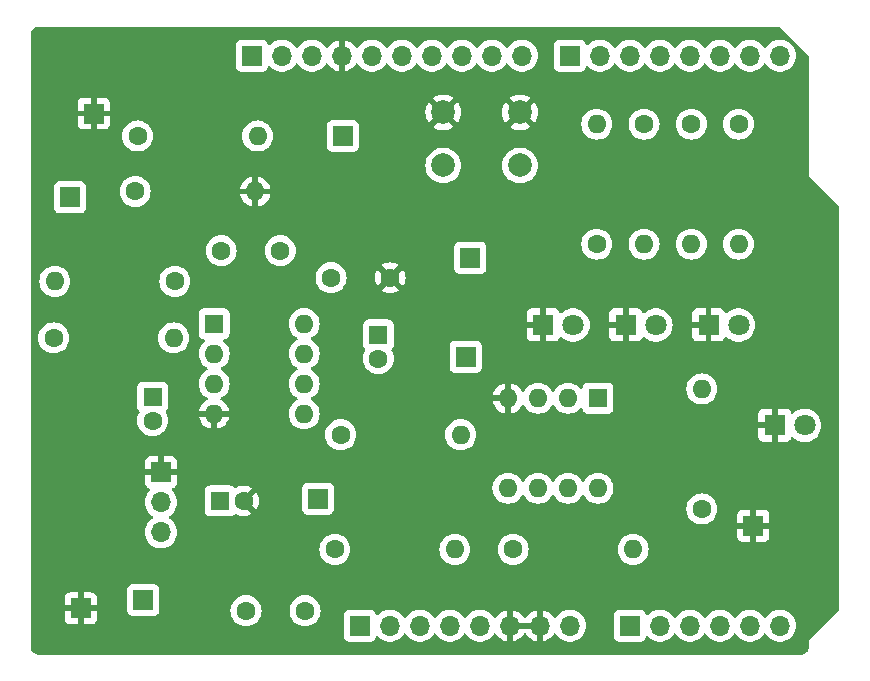
<source format=gbr>
%TF.GenerationSoftware,KiCad,Pcbnew,8.0.1*%
%TF.CreationDate,2024-05-26T17:54:05+02:00*%
%TF.ProjectId,BandPass,42616e64-5061-4737-932e-6b696361645f,v03*%
%TF.SameCoordinates,PX5f5e100PY5f5e100*%
%TF.FileFunction,Copper,L2,Inr*%
%TF.FilePolarity,Positive*%
%FSLAX46Y46*%
G04 Gerber Fmt 4.6, Leading zero omitted, Abs format (unit mm)*
G04 Created by KiCad (PCBNEW 8.0.1) date 2024-05-26 17:54:05*
%MOMM*%
%LPD*%
G01*
G04 APERTURE LIST*
%TA.AperFunction,ComponentPad*%
%ADD10C,1.600000*%
%TD*%
%TA.AperFunction,ComponentPad*%
%ADD11O,1.600000X1.600000*%
%TD*%
%TA.AperFunction,ComponentPad*%
%ADD12R,1.700000X1.700000*%
%TD*%
%TA.AperFunction,ComponentPad*%
%ADD13R,1.600000X1.600000*%
%TD*%
%TA.AperFunction,ComponentPad*%
%ADD14R,1.800000X1.800000*%
%TD*%
%TA.AperFunction,ComponentPad*%
%ADD15C,1.800000*%
%TD*%
%TA.AperFunction,ComponentPad*%
%ADD16C,2.000000*%
%TD*%
%TA.AperFunction,ComponentPad*%
%ADD17O,1.700000X1.700000*%
%TD*%
G04 APERTURE END LIST*
D10*
%TO.N,Net-(C5-Pad2)*%
%TO.C,R6*%
X26320000Y18700000D03*
D11*
%TO.N,Net-(U2--)*%
X36480000Y18700000D03*
%TD*%
D12*
%TO.N,GND*%
%TO.C,Gnd2*%
X4300000Y4000000D03*
%TD*%
%TO.N,Net-(U1-+)*%
%TO.C,VD1*%
X26500000Y44000000D03*
%TD*%
%TO.N,Net-(U2--)*%
%TO.C,Op2_in1*%
X36900000Y25300000D03*
%TD*%
D13*
%TO.N,Net-(C2-Pad1)*%
%TO.C,C2*%
X10400000Y21900000D03*
D10*
%TO.N,Radar*%
X10400000Y19900000D03*
%TD*%
D14*
%TO.N,GND*%
%TO.C,D1*%
X63060000Y19500000D03*
D15*
%TO.N,Net-(D1-A)*%
X65600000Y19500000D03*
%TD*%
D12*
%TO.N,Net-(C3-Pad2)*%
%TO.C,Op1_Out1*%
X37300000Y33700000D03*
%TD*%
D10*
%TO.N,Net-(U1-+)*%
%TO.C,R2*%
X8920000Y39300000D03*
D11*
%TO.N,GND*%
X19080000Y39300000D03*
%TD*%
D10*
%TO.N,Net-(U2--)*%
%TO.C,C6*%
X18300000Y3800000D03*
%TO.N,Net-(C6-Pad2)*%
X23300000Y3800000D03*
%TD*%
%TO.N,+5V*%
%TO.C,R1*%
X9120000Y44000000D03*
D11*
%TO.N,Net-(U1-+)*%
X19280000Y44000000D03*
%TD*%
D10*
%TO.N,Net-(U2--)*%
%TO.C,R7*%
X25820000Y9000000D03*
D11*
%TO.N,Net-(C6-Pad2)*%
X35980000Y9000000D03*
%TD*%
D12*
%TO.N,GND*%
%TO.C,Gnd1*%
X5400000Y45900000D03*
%TD*%
D13*
%TO.N,unconnected-(U2-NC-Pad1)*%
%TO.C,U2*%
X48100000Y21800000D03*
D11*
%TO.N,Net-(U2--)*%
X45560000Y21800000D03*
%TO.N,Net-(U1-+)*%
X43020000Y21800000D03*
%TO.N,GND*%
X40480000Y21800000D03*
%TO.N,unconnected-(U2-NC-Pad5)*%
X40480000Y14180000D03*
%TO.N,Net-(C6-Pad2)*%
X43020000Y14180000D03*
%TO.N,+5V*%
X45560000Y14180000D03*
%TO.N,unconnected-(U2-NC-Pad8)*%
X48100000Y14180000D03*
%TD*%
D14*
%TO.N,GND*%
%TO.C,D4*%
X57460000Y28000000D03*
D15*
%TO.N,Net-(D4-A)*%
X60000000Y28000000D03*
%TD*%
D10*
%TO.N,Net-(C6-Pad2)*%
%TO.C,R8*%
X40920000Y9000000D03*
D11*
%TO.N,VOut*%
X51080000Y9000000D03*
%TD*%
D10*
%TO.N,LED_Yellowo*%
%TO.C,R10*%
X56000000Y45000000D03*
D11*
%TO.N,Net-(D3-A)*%
X56000000Y34840000D03*
%TD*%
D10*
%TO.N,Net-(U1--)*%
%TO.C,R4*%
X12280000Y31700000D03*
D11*
%TO.N,Net-(C3-Pad2)*%
X2120000Y31700000D03*
%TD*%
D12*
%TO.N,Net-(C6-Pad2)*%
%TO.C,Op2_Out1*%
X24400000Y13300000D03*
%TD*%
D13*
%TO.N,Net-(C3-Pad2)*%
%TO.C,C5*%
X29500000Y27155112D03*
D10*
%TO.N,Net-(C5-Pad2)*%
X29500000Y25155112D03*
%TD*%
D12*
%TO.N,Net-(U1--)*%
%TO.C,OP1_in1*%
X3400000Y38800000D03*
%TD*%
D10*
%TO.N,+5V*%
%TO.C,R5*%
X48000000Y34840000D03*
D11*
%TO.N,Push_Buttoni*%
X48000000Y45000000D03*
%TD*%
D14*
%TO.N,GND*%
%TO.C,D2*%
X43460000Y28000000D03*
D15*
%TO.N,Net-(D2-A)*%
X46000000Y28000000D03*
%TD*%
D16*
%TO.N,GND*%
%TO.C,SW1*%
X35000000Y46000000D03*
X41500000Y46000000D03*
%TO.N,Push_Buttoni*%
X35000000Y41500000D03*
X41500000Y41500000D03*
%TD*%
D14*
%TO.N,GND*%
%TO.C,D3*%
X50460000Y28000000D03*
D15*
%TO.N,Net-(D3-A)*%
X53000000Y28000000D03*
%TD*%
D10*
%TO.N,Net-(U1-+)*%
%TO.C,C4*%
X25500000Y32000000D03*
%TO.N,GND*%
X30500000Y32000000D03*
%TD*%
%TO.N,LED_Redo*%
%TO.C,R9*%
X52000000Y45000000D03*
D11*
%TO.N,Net-(D2-A)*%
X52000000Y34840000D03*
%TD*%
D12*
%TO.N,GND*%
%TO.C,J5*%
X11100000Y15525000D03*
D17*
%TO.N,Radar*%
X11100000Y12985000D03*
%TO.N,+5V*%
X11100000Y10445000D03*
%TD*%
D12*
%TO.N,GND*%
%TO.C,Gnd3*%
X61250000Y11000000D03*
%TD*%
D10*
%TO.N,+5V*%
%TO.C,R12*%
X56900000Y12420000D03*
D11*
%TO.N,Net-(D1-A)*%
X56900000Y22580000D03*
%TD*%
D10*
%TO.N,Net-(U1--)*%
%TO.C,C3*%
X21200000Y34300000D03*
%TO.N,Net-(C3-Pad2)*%
X16200000Y34300000D03*
%TD*%
%TO.N,Net-(C2-Pad1)*%
%TO.C,R3*%
X2020000Y26900000D03*
D11*
%TO.N,Net-(U1--)*%
X12180000Y26900000D03*
%TD*%
D12*
%TO.N,Radar*%
%TO.C,Vin1*%
X9600000Y4700000D03*
%TD*%
D10*
%TO.N,LED_Greeno*%
%TO.C,R11*%
X60000000Y45000000D03*
D11*
%TO.N,Net-(D4-A)*%
X60000000Y34840000D03*
%TD*%
D13*
%TO.N,unconnected-(U1-NC-Pad1)*%
%TO.C,U1*%
X15600000Y28100000D03*
D11*
%TO.N,Net-(U1--)*%
X15600000Y25560000D03*
%TO.N,Net-(U1-+)*%
X15600000Y23020000D03*
%TO.N,GND*%
X15600000Y20480000D03*
%TO.N,unconnected-(U1-NC-Pad5)*%
X23220000Y20480000D03*
%TO.N,Net-(C3-Pad2)*%
X23220000Y23020000D03*
%TO.N,+5V*%
X23220000Y25560000D03*
%TO.N,unconnected-(U1-NC-Pad8)*%
X23220000Y28100000D03*
%TD*%
D13*
%TO.N,Net-(U1-+)*%
%TO.C,C1*%
X16100000Y13100000D03*
D10*
%TO.N,GND*%
X18100000Y13100000D03*
%TD*%
D12*
%TO.N,unconnected-(J1-Pin_1-Pad1)*%
%TO.C,J1*%
X27940000Y2540000D03*
D17*
%TO.N,/IOREF*%
X30480000Y2540000D03*
%TO.N,/~{RESET}*%
X33020000Y2540000D03*
%TO.N,unconnected-(J1-Pin_4-Pad4)*%
X35560000Y2540000D03*
%TO.N,+5V*%
X38100000Y2540000D03*
%TO.N,GND*%
X40640000Y2540000D03*
X43180000Y2540000D03*
%TO.N,unconnected-(J1-Pin_8-Pad8)*%
X45720000Y2540000D03*
%TD*%
D12*
%TO.N,VOut*%
%TO.C,J3*%
X50800000Y2540000D03*
D17*
%TO.N,/A1*%
X53340000Y2540000D03*
%TO.N,/A2*%
X55880000Y2540000D03*
%TO.N,/A3*%
X58420000Y2540000D03*
%TO.N,/SDA{slash}A4*%
X60960000Y2540000D03*
%TO.N,/SCL{slash}A5*%
X63500000Y2540000D03*
%TD*%
D12*
%TO.N,unconnected-(J2-Pin_1-Pad1)*%
%TO.C,J2*%
X18796000Y50800000D03*
D17*
%TO.N,unconnected-(J2-Pin_2-Pad2)*%
X21336000Y50800000D03*
%TO.N,/AREF*%
X23876000Y50800000D03*
%TO.N,GND*%
X26416000Y50800000D03*
%TO.N,/13*%
X28956000Y50800000D03*
%TO.N,/12*%
X31496000Y50800000D03*
%TO.N,/\u002A11*%
X34036000Y50800000D03*
%TO.N,/\u002A10*%
X36576000Y50800000D03*
%TO.N,/\u002A9*%
X39116000Y50800000D03*
%TO.N,/8*%
X41656000Y50800000D03*
%TD*%
D12*
%TO.N,Push_Buttoni*%
%TO.C,J4*%
X45720000Y50800000D03*
D17*
%TO.N,LED_Redo*%
X48260000Y50800000D03*
%TO.N,LED_Yellowo*%
X50800000Y50800000D03*
%TO.N,LED_Greeno*%
X53340000Y50800000D03*
%TO.N,/\u002A3*%
X55880000Y50800000D03*
%TO.N,/2*%
X58420000Y50800000D03*
%TO.N,/TX{slash}1*%
X60960000Y50800000D03*
%TO.N,/RX{slash}0*%
X63500000Y50800000D03*
%TD*%
%TA.AperFunction,Conductor*%
%TO.N,GND*%
G36*
X42714075Y2732993D02*
G01*
X42680000Y2605826D01*
X42680000Y2474174D01*
X42714075Y2347007D01*
X42746988Y2290000D01*
X41073012Y2290000D01*
X41105925Y2347007D01*
X41140000Y2474174D01*
X41140000Y2605826D01*
X41105925Y2732993D01*
X41073012Y2790000D01*
X42746988Y2790000D01*
X42714075Y2732993D01*
G37*
%TD.AperFunction*%
%TA.AperFunction,Conductor*%
G36*
X63484404Y53244815D02*
G01*
X63505046Y53228181D01*
X65928181Y50805046D01*
X65961666Y50743723D01*
X65964500Y50717365D01*
X65964500Y40655018D01*
X65964500Y40624982D01*
X65975994Y40597233D01*
X65975995Y40597232D01*
X68468181Y38105046D01*
X68501666Y38043723D01*
X68504500Y38017365D01*
X68504500Y3892636D01*
X68484815Y3825597D01*
X68468181Y3804955D01*
X65997233Y1334006D01*
X65975995Y1312769D01*
X65964500Y1285018D01*
X65964500Y768093D01*
X65963903Y755938D01*
X65952505Y640222D01*
X65947763Y616382D01*
X65917832Y517710D01*
X65915789Y510976D01*
X65906486Y488518D01*
X65854561Y391373D01*
X65841056Y371161D01*
X65771176Y286012D01*
X65753988Y268824D01*
X65668839Y198944D01*
X65648627Y185439D01*
X65551482Y133514D01*
X65529028Y124213D01*
X65487028Y111472D01*
X65423618Y92237D01*
X65399778Y87495D01*
X65291162Y76797D01*
X65284060Y76097D01*
X65271907Y75500D01*
X768093Y75500D01*
X755939Y76097D01*
X747995Y76880D01*
X640221Y87495D01*
X616381Y92237D01*
X599445Y97375D01*
X510968Y124214D01*
X488517Y133514D01*
X391372Y185439D01*
X371160Y198944D01*
X286011Y268824D01*
X268823Y286012D01*
X198943Y371161D01*
X185438Y391373D01*
X133510Y488524D01*
X124215Y510963D01*
X92234Y616388D01*
X87494Y640223D01*
X76097Y755939D01*
X75500Y768093D01*
X75500Y1641346D01*
X26581500Y1641346D01*
X26588011Y1580798D01*
X26588011Y1580796D01*
X26639111Y1443796D01*
X26726739Y1326739D01*
X26843796Y1239111D01*
X26980799Y1188011D01*
X27008050Y1185082D01*
X27041345Y1181501D01*
X27041362Y1181500D01*
X28838638Y1181500D01*
X28838654Y1181501D01*
X28865692Y1184409D01*
X28899201Y1188011D01*
X29036204Y1239111D01*
X29153261Y1326739D01*
X29240889Y1443796D01*
X29286138Y1565113D01*
X29328009Y1621044D01*
X29393474Y1645461D01*
X29461746Y1630609D01*
X29493545Y1605764D01*
X29556760Y1537094D01*
X29734424Y1398811D01*
X29734425Y1398811D01*
X29734427Y1398809D01*
X29861135Y1330239D01*
X29932426Y1291658D01*
X30145365Y1218556D01*
X30367431Y1181500D01*
X30592569Y1181500D01*
X30814635Y1218556D01*
X31027574Y1291658D01*
X31225576Y1398811D01*
X31403240Y1537094D01*
X31524594Y1668918D01*
X31555715Y1702724D01*
X31555715Y1702725D01*
X31555722Y1702732D01*
X31646193Y1841210D01*
X31699338Y1886563D01*
X31768569Y1895987D01*
X31831905Y1866485D01*
X31853804Y1841213D01*
X31944278Y1702732D01*
X31944283Y1702727D01*
X31944284Y1702724D01*
X32070968Y1565111D01*
X32096760Y1537094D01*
X32274424Y1398811D01*
X32274425Y1398811D01*
X32274427Y1398809D01*
X32401135Y1330239D01*
X32472426Y1291658D01*
X32685365Y1218556D01*
X32907431Y1181500D01*
X33132569Y1181500D01*
X33354635Y1218556D01*
X33567574Y1291658D01*
X33765576Y1398811D01*
X33943240Y1537094D01*
X34064594Y1668918D01*
X34095715Y1702724D01*
X34095715Y1702725D01*
X34095722Y1702732D01*
X34186193Y1841210D01*
X34239338Y1886563D01*
X34308569Y1895987D01*
X34371905Y1866485D01*
X34393804Y1841213D01*
X34484278Y1702732D01*
X34484283Y1702727D01*
X34484284Y1702724D01*
X34610968Y1565111D01*
X34636760Y1537094D01*
X34814424Y1398811D01*
X34814425Y1398811D01*
X34814427Y1398809D01*
X34941135Y1330239D01*
X35012426Y1291658D01*
X35225365Y1218556D01*
X35447431Y1181500D01*
X35672569Y1181500D01*
X35894635Y1218556D01*
X36107574Y1291658D01*
X36305576Y1398811D01*
X36483240Y1537094D01*
X36604594Y1668918D01*
X36635715Y1702724D01*
X36635715Y1702725D01*
X36635722Y1702732D01*
X36726193Y1841210D01*
X36779338Y1886563D01*
X36848569Y1895987D01*
X36911905Y1866485D01*
X36933804Y1841213D01*
X37024278Y1702732D01*
X37024283Y1702727D01*
X37024284Y1702724D01*
X37150968Y1565111D01*
X37176760Y1537094D01*
X37354424Y1398811D01*
X37354425Y1398811D01*
X37354427Y1398809D01*
X37481135Y1330239D01*
X37552426Y1291658D01*
X37765365Y1218556D01*
X37987431Y1181500D01*
X38212569Y1181500D01*
X38434635Y1218556D01*
X38647574Y1291658D01*
X38845576Y1398811D01*
X39023240Y1537094D01*
X39144594Y1668918D01*
X39175715Y1702724D01*
X39175715Y1702725D01*
X39175722Y1702732D01*
X39269749Y1846653D01*
X39322894Y1892006D01*
X39392125Y1901430D01*
X39455461Y1871928D01*
X39475130Y1849952D01*
X39601890Y1668922D01*
X39768917Y1501895D01*
X39962421Y1366400D01*
X40176507Y1266571D01*
X40176516Y1266567D01*
X40390000Y1209366D01*
X40390000Y2106988D01*
X40447007Y2074075D01*
X40574174Y2040000D01*
X40705826Y2040000D01*
X40832993Y2074075D01*
X40890000Y2106988D01*
X40890000Y1209367D01*
X41103483Y1266567D01*
X41103492Y1266571D01*
X41317578Y1366400D01*
X41511082Y1501895D01*
X41678105Y1668918D01*
X41808425Y1855032D01*
X41863002Y1898656D01*
X41932501Y1905849D01*
X41994855Y1874327D01*
X42011575Y1855032D01*
X42141894Y1668918D01*
X42308917Y1501895D01*
X42502421Y1366400D01*
X42716507Y1266571D01*
X42716516Y1266567D01*
X42930000Y1209366D01*
X42930000Y2106988D01*
X42987007Y2074075D01*
X43114174Y2040000D01*
X43245826Y2040000D01*
X43372993Y2074075D01*
X43430000Y2106988D01*
X43430000Y1209367D01*
X43643483Y1266567D01*
X43643492Y1266571D01*
X43857578Y1366400D01*
X44051082Y1501895D01*
X44218105Y1668918D01*
X44344868Y1849952D01*
X44399445Y1893577D01*
X44468944Y1900769D01*
X44531298Y1869247D01*
X44550251Y1846650D01*
X44644276Y1702735D01*
X44644284Y1702724D01*
X44770968Y1565111D01*
X44796760Y1537094D01*
X44974424Y1398811D01*
X44974425Y1398811D01*
X44974427Y1398809D01*
X45101135Y1330239D01*
X45172426Y1291658D01*
X45385365Y1218556D01*
X45607431Y1181500D01*
X45832569Y1181500D01*
X46054635Y1218556D01*
X46267574Y1291658D01*
X46465576Y1398811D01*
X46643240Y1537094D01*
X46739212Y1641346D01*
X49441500Y1641346D01*
X49448011Y1580798D01*
X49448011Y1580796D01*
X49499111Y1443796D01*
X49586739Y1326739D01*
X49703796Y1239111D01*
X49840799Y1188011D01*
X49868050Y1185082D01*
X49901345Y1181501D01*
X49901362Y1181500D01*
X51698638Y1181500D01*
X51698654Y1181501D01*
X51725692Y1184409D01*
X51759201Y1188011D01*
X51896204Y1239111D01*
X52013261Y1326739D01*
X52100889Y1443796D01*
X52146138Y1565113D01*
X52188009Y1621044D01*
X52253474Y1645461D01*
X52321746Y1630609D01*
X52353545Y1605764D01*
X52416760Y1537094D01*
X52594424Y1398811D01*
X52594425Y1398811D01*
X52594427Y1398809D01*
X52721135Y1330239D01*
X52792426Y1291658D01*
X53005365Y1218556D01*
X53227431Y1181500D01*
X53452569Y1181500D01*
X53674635Y1218556D01*
X53887574Y1291658D01*
X54085576Y1398811D01*
X54263240Y1537094D01*
X54384594Y1668918D01*
X54415715Y1702724D01*
X54415715Y1702725D01*
X54415722Y1702732D01*
X54506193Y1841210D01*
X54559338Y1886563D01*
X54628569Y1895987D01*
X54691905Y1866485D01*
X54713804Y1841213D01*
X54804278Y1702732D01*
X54804283Y1702727D01*
X54804284Y1702724D01*
X54930968Y1565111D01*
X54956760Y1537094D01*
X55134424Y1398811D01*
X55134425Y1398811D01*
X55134427Y1398809D01*
X55261135Y1330239D01*
X55332426Y1291658D01*
X55545365Y1218556D01*
X55767431Y1181500D01*
X55992569Y1181500D01*
X56214635Y1218556D01*
X56427574Y1291658D01*
X56625576Y1398811D01*
X56803240Y1537094D01*
X56924594Y1668918D01*
X56955715Y1702724D01*
X56955715Y1702725D01*
X56955722Y1702732D01*
X57046193Y1841210D01*
X57099338Y1886563D01*
X57168569Y1895987D01*
X57231905Y1866485D01*
X57253804Y1841213D01*
X57344278Y1702732D01*
X57344283Y1702727D01*
X57344284Y1702724D01*
X57470968Y1565111D01*
X57496760Y1537094D01*
X57674424Y1398811D01*
X57674425Y1398811D01*
X57674427Y1398809D01*
X57801135Y1330239D01*
X57872426Y1291658D01*
X58085365Y1218556D01*
X58307431Y1181500D01*
X58532569Y1181500D01*
X58754635Y1218556D01*
X58967574Y1291658D01*
X59165576Y1398811D01*
X59343240Y1537094D01*
X59464594Y1668918D01*
X59495715Y1702724D01*
X59495715Y1702725D01*
X59495722Y1702732D01*
X59586193Y1841210D01*
X59639338Y1886563D01*
X59708569Y1895987D01*
X59771905Y1866485D01*
X59793804Y1841213D01*
X59884278Y1702732D01*
X59884283Y1702727D01*
X59884284Y1702724D01*
X60010968Y1565111D01*
X60036760Y1537094D01*
X60214424Y1398811D01*
X60214425Y1398811D01*
X60214427Y1398809D01*
X60341135Y1330239D01*
X60412426Y1291658D01*
X60625365Y1218556D01*
X60847431Y1181500D01*
X61072569Y1181500D01*
X61294635Y1218556D01*
X61507574Y1291658D01*
X61705576Y1398811D01*
X61883240Y1537094D01*
X62004594Y1668918D01*
X62035715Y1702724D01*
X62035715Y1702725D01*
X62035722Y1702732D01*
X62126193Y1841210D01*
X62179338Y1886563D01*
X62248569Y1895987D01*
X62311905Y1866485D01*
X62333804Y1841213D01*
X62424278Y1702732D01*
X62424283Y1702727D01*
X62424284Y1702724D01*
X62550968Y1565111D01*
X62576760Y1537094D01*
X62754424Y1398811D01*
X62754425Y1398811D01*
X62754427Y1398809D01*
X62881135Y1330239D01*
X62952426Y1291658D01*
X63165365Y1218556D01*
X63387431Y1181500D01*
X63612569Y1181500D01*
X63834635Y1218556D01*
X64047574Y1291658D01*
X64245576Y1398811D01*
X64423240Y1537094D01*
X64544594Y1668918D01*
X64575715Y1702724D01*
X64575717Y1702727D01*
X64575722Y1702732D01*
X64698860Y1891209D01*
X64789296Y2097384D01*
X64844564Y2315632D01*
X64847164Y2347007D01*
X64863156Y2539995D01*
X64863156Y2540006D01*
X64844565Y2764360D01*
X64844563Y2764372D01*
X64789296Y2982615D01*
X64779071Y3005925D01*
X64698860Y3188791D01*
X64682706Y3213516D01*
X64599090Y3341501D01*
X64575722Y3377268D01*
X64575719Y3377271D01*
X64575715Y3377277D01*
X64423243Y3542903D01*
X64423238Y3542908D01*
X64245577Y3681188D01*
X64245572Y3681192D01*
X64047580Y3788339D01*
X64047577Y3788341D01*
X64047574Y3788342D01*
X64047571Y3788343D01*
X64047569Y3788344D01*
X63834637Y3861444D01*
X63612569Y3898500D01*
X63387431Y3898500D01*
X63165362Y3861444D01*
X62952430Y3788344D01*
X62952419Y3788339D01*
X62754427Y3681192D01*
X62754422Y3681188D01*
X62576761Y3542908D01*
X62576756Y3542903D01*
X62424284Y3377277D01*
X62424276Y3377266D01*
X62333808Y3238794D01*
X62280662Y3193438D01*
X62211431Y3184014D01*
X62148095Y3213516D01*
X62126192Y3238794D01*
X62059090Y3341501D01*
X62035722Y3377268D01*
X62035719Y3377271D01*
X62035715Y3377277D01*
X61883243Y3542903D01*
X61883238Y3542908D01*
X61705577Y3681188D01*
X61705572Y3681192D01*
X61507580Y3788339D01*
X61507577Y3788341D01*
X61507574Y3788342D01*
X61507571Y3788343D01*
X61507569Y3788344D01*
X61294637Y3861444D01*
X61072569Y3898500D01*
X60847431Y3898500D01*
X60625362Y3861444D01*
X60412430Y3788344D01*
X60412419Y3788339D01*
X60214427Y3681192D01*
X60214422Y3681188D01*
X60036761Y3542908D01*
X60036756Y3542903D01*
X59884284Y3377277D01*
X59884276Y3377266D01*
X59793808Y3238794D01*
X59740662Y3193438D01*
X59671431Y3184014D01*
X59608095Y3213516D01*
X59586192Y3238794D01*
X59519090Y3341501D01*
X59495722Y3377268D01*
X59495719Y3377271D01*
X59495715Y3377277D01*
X59343243Y3542903D01*
X59343238Y3542908D01*
X59165577Y3681188D01*
X59165572Y3681192D01*
X58967580Y3788339D01*
X58967577Y3788341D01*
X58967574Y3788342D01*
X58967571Y3788343D01*
X58967569Y3788344D01*
X58754637Y3861444D01*
X58532569Y3898500D01*
X58307431Y3898500D01*
X58085362Y3861444D01*
X57872430Y3788344D01*
X57872419Y3788339D01*
X57674427Y3681192D01*
X57674422Y3681188D01*
X57496761Y3542908D01*
X57496756Y3542903D01*
X57344284Y3377277D01*
X57344276Y3377266D01*
X57253808Y3238794D01*
X57200662Y3193438D01*
X57131431Y3184014D01*
X57068095Y3213516D01*
X57046192Y3238794D01*
X56979090Y3341501D01*
X56955722Y3377268D01*
X56955719Y3377271D01*
X56955715Y3377277D01*
X56803243Y3542903D01*
X56803238Y3542908D01*
X56625577Y3681188D01*
X56625572Y3681192D01*
X56427580Y3788339D01*
X56427577Y3788341D01*
X56427574Y3788342D01*
X56427571Y3788343D01*
X56427569Y3788344D01*
X56214637Y3861444D01*
X55992569Y3898500D01*
X55767431Y3898500D01*
X55545362Y3861444D01*
X55332430Y3788344D01*
X55332419Y3788339D01*
X55134427Y3681192D01*
X55134422Y3681188D01*
X54956761Y3542908D01*
X54956756Y3542903D01*
X54804284Y3377277D01*
X54804276Y3377266D01*
X54713808Y3238794D01*
X54660662Y3193438D01*
X54591431Y3184014D01*
X54528095Y3213516D01*
X54506192Y3238794D01*
X54439090Y3341501D01*
X54415722Y3377268D01*
X54415719Y3377271D01*
X54415715Y3377277D01*
X54263243Y3542903D01*
X54263238Y3542908D01*
X54085577Y3681188D01*
X54085572Y3681192D01*
X53887580Y3788339D01*
X53887577Y3788341D01*
X53887574Y3788342D01*
X53887571Y3788343D01*
X53887569Y3788344D01*
X53674637Y3861444D01*
X53452569Y3898500D01*
X53227431Y3898500D01*
X53005362Y3861444D01*
X52792430Y3788344D01*
X52792419Y3788339D01*
X52594427Y3681192D01*
X52594422Y3681188D01*
X52416761Y3542908D01*
X52353548Y3474240D01*
X52293661Y3438250D01*
X52223823Y3440351D01*
X52166207Y3479876D01*
X52146138Y3514890D01*
X52100889Y3636204D01*
X52067214Y3681188D01*
X52013261Y3753261D01*
X51896204Y3840889D01*
X51895172Y3841274D01*
X51759203Y3891989D01*
X51698654Y3898500D01*
X51698638Y3898500D01*
X49901362Y3898500D01*
X49901345Y3898500D01*
X49840797Y3891989D01*
X49840795Y3891989D01*
X49703795Y3840889D01*
X49586739Y3753261D01*
X49499111Y3636205D01*
X49448011Y3499205D01*
X49448011Y3499203D01*
X49441500Y3438655D01*
X49441500Y1641346D01*
X46739212Y1641346D01*
X46764594Y1668918D01*
X46795715Y1702724D01*
X46795717Y1702727D01*
X46795722Y1702732D01*
X46918860Y1891209D01*
X47009296Y2097384D01*
X47064564Y2315632D01*
X47067164Y2347007D01*
X47083156Y2539995D01*
X47083156Y2540006D01*
X47064565Y2764360D01*
X47064563Y2764372D01*
X47009296Y2982615D01*
X46999071Y3005925D01*
X46918860Y3188791D01*
X46902706Y3213516D01*
X46819090Y3341501D01*
X46795722Y3377268D01*
X46795719Y3377271D01*
X46795715Y3377277D01*
X46643243Y3542903D01*
X46643238Y3542908D01*
X46465577Y3681188D01*
X46465572Y3681192D01*
X46267580Y3788339D01*
X46267577Y3788341D01*
X46267574Y3788342D01*
X46267571Y3788343D01*
X46267569Y3788344D01*
X46054637Y3861444D01*
X45832569Y3898500D01*
X45607431Y3898500D01*
X45385362Y3861444D01*
X45172430Y3788344D01*
X45172419Y3788339D01*
X44974427Y3681192D01*
X44974422Y3681188D01*
X44796761Y3542908D01*
X44796756Y3542903D01*
X44644284Y3377277D01*
X44644276Y3377266D01*
X44550251Y3233350D01*
X44497105Y3187993D01*
X44427873Y3178570D01*
X44364538Y3208072D01*
X44344868Y3230049D01*
X44218113Y3411074D01*
X44218108Y3411080D01*
X44051082Y3578106D01*
X43857578Y3713601D01*
X43643492Y3813430D01*
X43643486Y3813433D01*
X43430000Y3870636D01*
X43430000Y2973012D01*
X43372993Y3005925D01*
X43245826Y3040000D01*
X43114174Y3040000D01*
X42987007Y3005925D01*
X42930000Y2973012D01*
X42930000Y3870636D01*
X42929999Y3870636D01*
X42716513Y3813433D01*
X42716507Y3813430D01*
X42502422Y3713601D01*
X42502420Y3713600D01*
X42308926Y3578114D01*
X42308920Y3578109D01*
X42141891Y3411080D01*
X42141890Y3411078D01*
X42011575Y3224969D01*
X41956998Y3181345D01*
X41887499Y3174152D01*
X41825145Y3205674D01*
X41808425Y3224969D01*
X41678109Y3411078D01*
X41678108Y3411080D01*
X41511082Y3578106D01*
X41317578Y3713601D01*
X41103492Y3813430D01*
X41103486Y3813433D01*
X40890000Y3870636D01*
X40890000Y2973012D01*
X40832993Y3005925D01*
X40705826Y3040000D01*
X40574174Y3040000D01*
X40447007Y3005925D01*
X40390000Y2973012D01*
X40390000Y3870636D01*
X40389999Y3870636D01*
X40176513Y3813433D01*
X40176507Y3813430D01*
X39962422Y3713601D01*
X39962420Y3713600D01*
X39768926Y3578114D01*
X39768920Y3578109D01*
X39601891Y3411080D01*
X39601890Y3411078D01*
X39475131Y3230048D01*
X39420554Y3186423D01*
X39351055Y3179231D01*
X39288701Y3210753D01*
X39269752Y3233344D01*
X39175722Y3377268D01*
X39175715Y3377275D01*
X39175715Y3377277D01*
X39023243Y3542903D01*
X39023238Y3542908D01*
X38845577Y3681188D01*
X38845572Y3681192D01*
X38647580Y3788339D01*
X38647577Y3788341D01*
X38647574Y3788342D01*
X38647571Y3788343D01*
X38647569Y3788344D01*
X38434637Y3861444D01*
X38212569Y3898500D01*
X37987431Y3898500D01*
X37765362Y3861444D01*
X37552430Y3788344D01*
X37552419Y3788339D01*
X37354427Y3681192D01*
X37354422Y3681188D01*
X37176761Y3542908D01*
X37176756Y3542903D01*
X37024284Y3377277D01*
X37024276Y3377266D01*
X36933808Y3238794D01*
X36880662Y3193438D01*
X36811431Y3184014D01*
X36748095Y3213516D01*
X36726192Y3238794D01*
X36659090Y3341501D01*
X36635722Y3377268D01*
X36635719Y3377271D01*
X36635715Y3377277D01*
X36483243Y3542903D01*
X36483238Y3542908D01*
X36305577Y3681188D01*
X36305572Y3681192D01*
X36107580Y3788339D01*
X36107577Y3788341D01*
X36107574Y3788342D01*
X36107571Y3788343D01*
X36107569Y3788344D01*
X35894637Y3861444D01*
X35672569Y3898500D01*
X35447431Y3898500D01*
X35225362Y3861444D01*
X35012430Y3788344D01*
X35012419Y3788339D01*
X34814427Y3681192D01*
X34814422Y3681188D01*
X34636761Y3542908D01*
X34636756Y3542903D01*
X34484284Y3377277D01*
X34484276Y3377266D01*
X34393808Y3238794D01*
X34340662Y3193438D01*
X34271431Y3184014D01*
X34208095Y3213516D01*
X34186192Y3238794D01*
X34119090Y3341501D01*
X34095722Y3377268D01*
X34095719Y3377271D01*
X34095715Y3377277D01*
X33943243Y3542903D01*
X33943238Y3542908D01*
X33765577Y3681188D01*
X33765572Y3681192D01*
X33567580Y3788339D01*
X33567577Y3788341D01*
X33567574Y3788342D01*
X33567571Y3788343D01*
X33567569Y3788344D01*
X33354637Y3861444D01*
X33132569Y3898500D01*
X32907431Y3898500D01*
X32685362Y3861444D01*
X32472430Y3788344D01*
X32472419Y3788339D01*
X32274427Y3681192D01*
X32274422Y3681188D01*
X32096761Y3542908D01*
X32096756Y3542903D01*
X31944284Y3377277D01*
X31944276Y3377266D01*
X31853808Y3238794D01*
X31800662Y3193438D01*
X31731431Y3184014D01*
X31668095Y3213516D01*
X31646192Y3238794D01*
X31579090Y3341501D01*
X31555722Y3377268D01*
X31555719Y3377271D01*
X31555715Y3377277D01*
X31403243Y3542903D01*
X31403238Y3542908D01*
X31225577Y3681188D01*
X31225572Y3681192D01*
X31027580Y3788339D01*
X31027577Y3788341D01*
X31027574Y3788342D01*
X31027571Y3788343D01*
X31027569Y3788344D01*
X30814637Y3861444D01*
X30592569Y3898500D01*
X30367431Y3898500D01*
X30145362Y3861444D01*
X29932430Y3788344D01*
X29932419Y3788339D01*
X29734427Y3681192D01*
X29734422Y3681188D01*
X29556761Y3542908D01*
X29493548Y3474240D01*
X29433661Y3438250D01*
X29363823Y3440351D01*
X29306207Y3479876D01*
X29286138Y3514890D01*
X29240889Y3636204D01*
X29207214Y3681188D01*
X29153261Y3753261D01*
X29036204Y3840889D01*
X29035172Y3841274D01*
X28899203Y3891989D01*
X28838654Y3898500D01*
X28838638Y3898500D01*
X27041362Y3898500D01*
X27041345Y3898500D01*
X26980797Y3891989D01*
X26980795Y3891989D01*
X26843795Y3840889D01*
X26726739Y3753261D01*
X26639111Y3636205D01*
X26588011Y3499205D01*
X26588011Y3499203D01*
X26581500Y3438655D01*
X26581500Y1641346D01*
X75500Y1641346D01*
X75500Y3102156D01*
X2950000Y3102156D01*
X2956401Y3042628D01*
X2956403Y3042621D01*
X3006645Y2907914D01*
X3006649Y2907907D01*
X3092809Y2792813D01*
X3092812Y2792810D01*
X3207906Y2706650D01*
X3207913Y2706646D01*
X3342620Y2656404D01*
X3342627Y2656402D01*
X3402155Y2650001D01*
X3402172Y2650000D01*
X4050000Y2650000D01*
X4050000Y3566988D01*
X4107007Y3534075D01*
X4234174Y3500000D01*
X4365826Y3500000D01*
X4492993Y3534075D01*
X4550000Y3566988D01*
X4550000Y2650000D01*
X5197828Y2650000D01*
X5197844Y2650001D01*
X5257372Y2656402D01*
X5257379Y2656404D01*
X5392086Y2706646D01*
X5392093Y2706650D01*
X5507187Y2792810D01*
X5507190Y2792813D01*
X5593350Y2907907D01*
X5593354Y2907914D01*
X5643596Y3042621D01*
X5643598Y3042628D01*
X5649999Y3102156D01*
X5650000Y3102173D01*
X5650000Y3750000D01*
X4733012Y3750000D01*
X4762657Y3801346D01*
X8241500Y3801346D01*
X8248011Y3740798D01*
X8248011Y3740796D01*
X8287023Y3636205D01*
X8299111Y3603796D01*
X8386739Y3486739D01*
X8503796Y3399111D01*
X8640799Y3348011D01*
X8668050Y3345082D01*
X8701345Y3341501D01*
X8701362Y3341500D01*
X10498638Y3341500D01*
X10498654Y3341501D01*
X10525692Y3344409D01*
X10559201Y3348011D01*
X10696204Y3399111D01*
X10813261Y3486739D01*
X10900889Y3603796D01*
X10951989Y3740799D01*
X10957100Y3788339D01*
X10958354Y3799999D01*
X16986502Y3799999D01*
X17006456Y3571919D01*
X17006457Y3571911D01*
X17065714Y3350762D01*
X17065718Y3350751D01*
X17162475Y3143255D01*
X17162477Y3143251D01*
X17293802Y2955700D01*
X17455700Y2793802D01*
X17643251Y2662477D01*
X17764740Y2605826D01*
X17850750Y2565719D01*
X17850752Y2565719D01*
X17850757Y2565716D01*
X18071913Y2506457D01*
X18234832Y2492204D01*
X18299998Y2486502D01*
X18300000Y2486502D01*
X18300002Y2486502D01*
X18357021Y2491491D01*
X18528087Y2506457D01*
X18749243Y2565716D01*
X18956749Y2662477D01*
X19144300Y2793802D01*
X19306198Y2955700D01*
X19437523Y3143251D01*
X19534284Y3350757D01*
X19593543Y3571913D01*
X19613498Y3799999D01*
X21986502Y3799999D01*
X22006456Y3571919D01*
X22006457Y3571911D01*
X22065714Y3350762D01*
X22065718Y3350751D01*
X22162475Y3143255D01*
X22162477Y3143251D01*
X22293802Y2955700D01*
X22455700Y2793802D01*
X22643251Y2662477D01*
X22764740Y2605826D01*
X22850750Y2565719D01*
X22850752Y2565719D01*
X22850757Y2565716D01*
X23071913Y2506457D01*
X23234832Y2492204D01*
X23299998Y2486502D01*
X23300000Y2486502D01*
X23300002Y2486502D01*
X23357021Y2491491D01*
X23528087Y2506457D01*
X23749243Y2565716D01*
X23956749Y2662477D01*
X24144300Y2793802D01*
X24306198Y2955700D01*
X24437523Y3143251D01*
X24534284Y3350757D01*
X24593543Y3571913D01*
X24613498Y3800000D01*
X24613064Y3804955D01*
X24593543Y4028082D01*
X24593543Y4028087D01*
X24534284Y4249243D01*
X24437523Y4456749D01*
X24306198Y4644300D01*
X24144300Y4806198D01*
X23956749Y4937523D01*
X23956745Y4937525D01*
X23749249Y5034282D01*
X23749238Y5034286D01*
X23528089Y5093543D01*
X23528081Y5093544D01*
X23300002Y5113498D01*
X23299998Y5113498D01*
X23071918Y5093544D01*
X23071910Y5093543D01*
X22850761Y5034286D01*
X22850750Y5034282D01*
X22643254Y4937525D01*
X22643252Y4937524D01*
X22643251Y4937523D01*
X22455700Y4806198D01*
X22455698Y4806197D01*
X22455695Y4806194D01*
X22293806Y4644305D01*
X22162476Y4456748D01*
X22162475Y4456746D01*
X22065718Y4249250D01*
X22065714Y4249239D01*
X22006457Y4028090D01*
X22006456Y4028082D01*
X21986502Y3800002D01*
X21986502Y3799999D01*
X19613498Y3799999D01*
X19613498Y3800000D01*
X19613064Y3804955D01*
X19593543Y4028082D01*
X19593543Y4028087D01*
X19534284Y4249243D01*
X19437523Y4456749D01*
X19306198Y4644300D01*
X19144300Y4806198D01*
X18956749Y4937523D01*
X18956745Y4937525D01*
X18749249Y5034282D01*
X18749238Y5034286D01*
X18528089Y5093543D01*
X18528081Y5093544D01*
X18300002Y5113498D01*
X18299998Y5113498D01*
X18071918Y5093544D01*
X18071910Y5093543D01*
X17850761Y5034286D01*
X17850750Y5034282D01*
X17643254Y4937525D01*
X17643252Y4937524D01*
X17643251Y4937523D01*
X17455700Y4806198D01*
X17455698Y4806197D01*
X17455695Y4806194D01*
X17293806Y4644305D01*
X17162476Y4456748D01*
X17162475Y4456746D01*
X17065718Y4249250D01*
X17065714Y4249239D01*
X17006457Y4028090D01*
X17006456Y4028082D01*
X16986502Y3800002D01*
X16986502Y3799999D01*
X10958354Y3799999D01*
X10958499Y3801346D01*
X10958500Y3801363D01*
X10958500Y5598638D01*
X10958499Y5598655D01*
X10955157Y5629730D01*
X10951989Y5659201D01*
X10900889Y5796204D01*
X10813261Y5913261D01*
X10696204Y6000889D01*
X10559203Y6051989D01*
X10498654Y6058500D01*
X10498638Y6058500D01*
X8701362Y6058500D01*
X8701345Y6058500D01*
X8640797Y6051989D01*
X8640795Y6051989D01*
X8503795Y6000889D01*
X8386739Y5913261D01*
X8299111Y5796205D01*
X8248011Y5659205D01*
X8248011Y5659203D01*
X8241500Y5598655D01*
X8241500Y3801346D01*
X4762657Y3801346D01*
X4765925Y3807007D01*
X4800000Y3934174D01*
X4800000Y4065826D01*
X4765925Y4192993D01*
X4733012Y4250000D01*
X5650000Y4250000D01*
X5650000Y4897828D01*
X5649999Y4897845D01*
X5643598Y4957373D01*
X5643596Y4957380D01*
X5593354Y5092087D01*
X5593350Y5092094D01*
X5507190Y5207188D01*
X5507187Y5207191D01*
X5392093Y5293351D01*
X5392086Y5293355D01*
X5257379Y5343597D01*
X5257372Y5343599D01*
X5197844Y5350000D01*
X4550000Y5350000D01*
X4550000Y4433012D01*
X4492993Y4465925D01*
X4365826Y4500000D01*
X4234174Y4500000D01*
X4107007Y4465925D01*
X4050000Y4433012D01*
X4050000Y5350000D01*
X3402155Y5350000D01*
X3342627Y5343599D01*
X3342620Y5343597D01*
X3207913Y5293355D01*
X3207906Y5293351D01*
X3092812Y5207191D01*
X3092809Y5207188D01*
X3006649Y5092094D01*
X3006645Y5092087D01*
X2956403Y4957380D01*
X2956401Y4957373D01*
X2950000Y4897845D01*
X2950000Y4250000D01*
X3866988Y4250000D01*
X3834075Y4192993D01*
X3800000Y4065826D01*
X3800000Y3934174D01*
X3834075Y3807007D01*
X3866988Y3750000D01*
X2950000Y3750000D01*
X2950000Y3102156D01*
X75500Y3102156D01*
X75500Y8999999D01*
X24506502Y8999999D01*
X24526456Y8771919D01*
X24526457Y8771911D01*
X24585714Y8550762D01*
X24585718Y8550751D01*
X24682475Y8343255D01*
X24682477Y8343251D01*
X24813802Y8155700D01*
X24975700Y7993802D01*
X25163251Y7862477D01*
X25288091Y7804264D01*
X25370750Y7765719D01*
X25370752Y7765719D01*
X25370757Y7765716D01*
X25591913Y7706457D01*
X25754832Y7692204D01*
X25819998Y7686502D01*
X25820000Y7686502D01*
X25820002Y7686502D01*
X25877021Y7691491D01*
X26048087Y7706457D01*
X26269243Y7765716D01*
X26476749Y7862477D01*
X26664300Y7993802D01*
X26826198Y8155700D01*
X26957523Y8343251D01*
X27054284Y8550757D01*
X27113543Y8771913D01*
X27133498Y8999999D01*
X34666502Y8999999D01*
X34686456Y8771919D01*
X34686457Y8771911D01*
X34745714Y8550762D01*
X34745718Y8550751D01*
X34842475Y8343255D01*
X34842477Y8343251D01*
X34973802Y8155700D01*
X35135700Y7993802D01*
X35323251Y7862477D01*
X35448091Y7804264D01*
X35530750Y7765719D01*
X35530752Y7765719D01*
X35530757Y7765716D01*
X35751913Y7706457D01*
X35914832Y7692204D01*
X35979998Y7686502D01*
X35980000Y7686502D01*
X35980002Y7686502D01*
X36037021Y7691491D01*
X36208087Y7706457D01*
X36429243Y7765716D01*
X36636749Y7862477D01*
X36824300Y7993802D01*
X36986198Y8155700D01*
X37117523Y8343251D01*
X37214284Y8550757D01*
X37273543Y8771913D01*
X37293498Y8999999D01*
X39606502Y8999999D01*
X39626456Y8771919D01*
X39626457Y8771911D01*
X39685714Y8550762D01*
X39685718Y8550751D01*
X39782475Y8343255D01*
X39782477Y8343251D01*
X39913802Y8155700D01*
X40075700Y7993802D01*
X40263251Y7862477D01*
X40388091Y7804264D01*
X40470750Y7765719D01*
X40470752Y7765719D01*
X40470757Y7765716D01*
X40691913Y7706457D01*
X40854832Y7692204D01*
X40919998Y7686502D01*
X40920000Y7686502D01*
X40920002Y7686502D01*
X40977021Y7691491D01*
X41148087Y7706457D01*
X41369243Y7765716D01*
X41576749Y7862477D01*
X41764300Y7993802D01*
X41926198Y8155700D01*
X42057523Y8343251D01*
X42154284Y8550757D01*
X42213543Y8771913D01*
X42233498Y8999999D01*
X49766502Y8999999D01*
X49786456Y8771919D01*
X49786457Y8771911D01*
X49845714Y8550762D01*
X49845718Y8550751D01*
X49942475Y8343255D01*
X49942477Y8343251D01*
X50073802Y8155700D01*
X50235700Y7993802D01*
X50423251Y7862477D01*
X50548091Y7804264D01*
X50630750Y7765719D01*
X50630752Y7765719D01*
X50630757Y7765716D01*
X50851913Y7706457D01*
X51014832Y7692204D01*
X51079998Y7686502D01*
X51080000Y7686502D01*
X51080002Y7686502D01*
X51137021Y7691491D01*
X51308087Y7706457D01*
X51529243Y7765716D01*
X51736749Y7862477D01*
X51924300Y7993802D01*
X52086198Y8155700D01*
X52217523Y8343251D01*
X52314284Y8550757D01*
X52373543Y8771913D01*
X52393498Y9000000D01*
X52373543Y9228087D01*
X52314284Y9449243D01*
X52217523Y9656749D01*
X52086198Y9844300D01*
X51924300Y10006198D01*
X51787258Y10102156D01*
X59900000Y10102156D01*
X59906401Y10042628D01*
X59906403Y10042621D01*
X59956645Y9907914D01*
X59956649Y9907907D01*
X60042809Y9792813D01*
X60042812Y9792810D01*
X60157906Y9706650D01*
X60157913Y9706646D01*
X60292620Y9656404D01*
X60292627Y9656402D01*
X60352155Y9650001D01*
X60352172Y9650000D01*
X61000000Y9650000D01*
X61000000Y10566988D01*
X61057007Y10534075D01*
X61184174Y10500000D01*
X61315826Y10500000D01*
X61442993Y10534075D01*
X61500000Y10566988D01*
X61500000Y9650000D01*
X62147828Y9650000D01*
X62147844Y9650001D01*
X62207372Y9656402D01*
X62207379Y9656404D01*
X62342086Y9706646D01*
X62342093Y9706650D01*
X62457187Y9792810D01*
X62457190Y9792813D01*
X62543350Y9907907D01*
X62543354Y9907914D01*
X62593596Y10042621D01*
X62593598Y10042628D01*
X62599999Y10102156D01*
X62600000Y10102173D01*
X62600000Y10750000D01*
X61683012Y10750000D01*
X61715925Y10807007D01*
X61750000Y10934174D01*
X61750000Y11065826D01*
X61715925Y11192993D01*
X61683012Y11250000D01*
X62600000Y11250000D01*
X62600000Y11897828D01*
X62599999Y11897845D01*
X62593598Y11957373D01*
X62593596Y11957380D01*
X62543354Y12092087D01*
X62543350Y12092094D01*
X62457190Y12207188D01*
X62457187Y12207191D01*
X62342093Y12293351D01*
X62342086Y12293355D01*
X62207379Y12343597D01*
X62207372Y12343599D01*
X62147844Y12350000D01*
X61500000Y12350000D01*
X61500000Y11433012D01*
X61442993Y11465925D01*
X61315826Y11500000D01*
X61184174Y11500000D01*
X61057007Y11465925D01*
X61000000Y11433012D01*
X61000000Y12350000D01*
X60352155Y12350000D01*
X60292627Y12343599D01*
X60292620Y12343597D01*
X60157913Y12293355D01*
X60157906Y12293351D01*
X60042812Y12207191D01*
X60042809Y12207188D01*
X59956649Y12092094D01*
X59956645Y12092087D01*
X59906403Y11957380D01*
X59906401Y11957373D01*
X59900000Y11897845D01*
X59900000Y11250000D01*
X60816988Y11250000D01*
X60784075Y11192993D01*
X60750000Y11065826D01*
X60750000Y10934174D01*
X60784075Y10807007D01*
X60816988Y10750000D01*
X59900000Y10750000D01*
X59900000Y10102156D01*
X51787258Y10102156D01*
X51736749Y10137523D01*
X51736745Y10137525D01*
X51529249Y10234282D01*
X51529238Y10234286D01*
X51308089Y10293543D01*
X51308081Y10293544D01*
X51080002Y10313498D01*
X51079998Y10313498D01*
X50851918Y10293544D01*
X50851910Y10293543D01*
X50630761Y10234286D01*
X50630750Y10234282D01*
X50423254Y10137525D01*
X50423252Y10137524D01*
X50423251Y10137523D01*
X50235700Y10006198D01*
X50235698Y10006197D01*
X50235695Y10006194D01*
X50073806Y9844305D01*
X50073803Y9844302D01*
X50073802Y9844300D01*
X50037748Y9792810D01*
X49942476Y9656748D01*
X49942475Y9656746D01*
X49845718Y9449250D01*
X49845714Y9449239D01*
X49786457Y9228090D01*
X49786456Y9228082D01*
X49766502Y9000002D01*
X49766502Y8999999D01*
X42233498Y8999999D01*
X42233498Y9000000D01*
X42213543Y9228087D01*
X42154284Y9449243D01*
X42057523Y9656749D01*
X41926198Y9844300D01*
X41764300Y10006198D01*
X41576749Y10137523D01*
X41576745Y10137525D01*
X41369249Y10234282D01*
X41369238Y10234286D01*
X41148089Y10293543D01*
X41148081Y10293544D01*
X40920002Y10313498D01*
X40919998Y10313498D01*
X40691918Y10293544D01*
X40691910Y10293543D01*
X40470761Y10234286D01*
X40470750Y10234282D01*
X40263254Y10137525D01*
X40263252Y10137524D01*
X40263251Y10137523D01*
X40075700Y10006198D01*
X40075698Y10006197D01*
X40075695Y10006194D01*
X39913806Y9844305D01*
X39913803Y9844302D01*
X39913802Y9844300D01*
X39877748Y9792810D01*
X39782476Y9656748D01*
X39782475Y9656746D01*
X39685718Y9449250D01*
X39685714Y9449239D01*
X39626457Y9228090D01*
X39626456Y9228082D01*
X39606502Y9000002D01*
X39606502Y8999999D01*
X37293498Y8999999D01*
X37293498Y9000000D01*
X37273543Y9228087D01*
X37214284Y9449243D01*
X37117523Y9656749D01*
X36986198Y9844300D01*
X36824300Y10006198D01*
X36636749Y10137523D01*
X36636745Y10137525D01*
X36429249Y10234282D01*
X36429238Y10234286D01*
X36208089Y10293543D01*
X36208081Y10293544D01*
X35980002Y10313498D01*
X35979998Y10313498D01*
X35751918Y10293544D01*
X35751910Y10293543D01*
X35530761Y10234286D01*
X35530750Y10234282D01*
X35323254Y10137525D01*
X35323252Y10137524D01*
X35323251Y10137523D01*
X35135700Y10006198D01*
X35135698Y10006197D01*
X35135695Y10006194D01*
X34973806Y9844305D01*
X34973803Y9844302D01*
X34973802Y9844300D01*
X34937748Y9792810D01*
X34842476Y9656748D01*
X34842475Y9656746D01*
X34745718Y9449250D01*
X34745714Y9449239D01*
X34686457Y9228090D01*
X34686456Y9228082D01*
X34666502Y9000002D01*
X34666502Y8999999D01*
X27133498Y8999999D01*
X27133498Y9000000D01*
X27113543Y9228087D01*
X27054284Y9449243D01*
X26957523Y9656749D01*
X26826198Y9844300D01*
X26664300Y10006198D01*
X26476749Y10137523D01*
X26476745Y10137525D01*
X26269249Y10234282D01*
X26269238Y10234286D01*
X26048089Y10293543D01*
X26048081Y10293544D01*
X25820002Y10313498D01*
X25819998Y10313498D01*
X25591918Y10293544D01*
X25591910Y10293543D01*
X25370761Y10234286D01*
X25370750Y10234282D01*
X25163254Y10137525D01*
X25163252Y10137524D01*
X25163251Y10137523D01*
X24975700Y10006198D01*
X24975698Y10006197D01*
X24975695Y10006194D01*
X24813806Y9844305D01*
X24813803Y9844302D01*
X24813802Y9844300D01*
X24777748Y9792810D01*
X24682476Y9656748D01*
X24682475Y9656746D01*
X24585718Y9449250D01*
X24585714Y9449239D01*
X24526457Y9228090D01*
X24526456Y9228082D01*
X24506502Y9000002D01*
X24506502Y8999999D01*
X75500Y8999999D01*
X75500Y10444995D01*
X9736844Y10444995D01*
X9755434Y10220641D01*
X9755436Y10220629D01*
X9810703Y10002386D01*
X9901140Y9796208D01*
X10024276Y9607735D01*
X10024284Y9607724D01*
X10176756Y9442098D01*
X10176760Y9442094D01*
X10354424Y9303811D01*
X10354425Y9303811D01*
X10354427Y9303809D01*
X10481135Y9235239D01*
X10552426Y9196658D01*
X10765365Y9123556D01*
X10987431Y9086500D01*
X11212569Y9086500D01*
X11434635Y9123556D01*
X11647574Y9196658D01*
X11845576Y9303811D01*
X12023240Y9442094D01*
X12175722Y9607732D01*
X12298860Y9796209D01*
X12389296Y10002384D01*
X12444564Y10220632D01*
X12445695Y10234282D01*
X12463156Y10444995D01*
X12463156Y10445006D01*
X12444565Y10669360D01*
X12444563Y10669372D01*
X12389296Y10887615D01*
X12298859Y11093793D01*
X12175723Y11282266D01*
X12175715Y11282277D01*
X12023243Y11447903D01*
X12023238Y11447908D01*
X11845577Y11586188D01*
X11845578Y11586188D01*
X11845576Y11586189D01*
X11809070Y11605945D01*
X11759479Y11655164D01*
X11744371Y11723381D01*
X11768541Y11788936D01*
X11809070Y11824055D01*
X11809084Y11824064D01*
X11845576Y11843811D01*
X12023240Y11982094D01*
X12175722Y12147732D01*
X12243416Y12251346D01*
X14791500Y12251346D01*
X14798011Y12190798D01*
X14798011Y12190796D01*
X14814074Y12147732D01*
X14849111Y12053796D01*
X14936739Y11936739D01*
X15053796Y11849111D01*
X15190799Y11798011D01*
X15218050Y11795082D01*
X15251345Y11791501D01*
X15251362Y11791500D01*
X16948638Y11791500D01*
X16948654Y11791501D01*
X16975692Y11794409D01*
X17009201Y11798011D01*
X17146204Y11849111D01*
X17263261Y11936739D01*
X17270907Y11946954D01*
X17326840Y11988826D01*
X17396531Y11993812D01*
X17441302Y11974218D01*
X17447514Y11969868D01*
X17447516Y11969867D01*
X17653673Y11873735D01*
X17653682Y11873731D01*
X17873389Y11814861D01*
X17873400Y11814859D01*
X18099998Y11795034D01*
X18100002Y11795034D01*
X18326599Y11814859D01*
X18326610Y11814861D01*
X18546317Y11873731D01*
X18546331Y11873736D01*
X18752478Y11969864D01*
X18825471Y12020976D01*
X18146447Y12700000D01*
X18152661Y12700000D01*
X18254394Y12727259D01*
X18345606Y12779920D01*
X18420080Y12854394D01*
X18472741Y12945606D01*
X18500000Y13047339D01*
X18500000Y13053553D01*
X19179024Y12374529D01*
X19197802Y12401346D01*
X23041500Y12401346D01*
X23048011Y12340798D01*
X23048011Y12340796D01*
X23097845Y12207191D01*
X23099111Y12203796D01*
X23186739Y12086739D01*
X23303796Y11999111D01*
X23440799Y11948011D01*
X23468050Y11945082D01*
X23501345Y11941501D01*
X23501362Y11941500D01*
X25298638Y11941500D01*
X25298654Y11941501D01*
X25325692Y11944409D01*
X25359201Y11948011D01*
X25496204Y11999111D01*
X25613261Y12086739D01*
X25700889Y12203796D01*
X25751989Y12340799D01*
X25755615Y12374529D01*
X25758499Y12401346D01*
X25758500Y12401363D01*
X25758500Y12419999D01*
X55586502Y12419999D01*
X55606456Y12191919D01*
X55606457Y12191911D01*
X55665714Y11970762D01*
X55665718Y11970751D01*
X55734124Y11824054D01*
X55762477Y11763251D01*
X55893802Y11575700D01*
X56055700Y11413802D01*
X56243251Y11282477D01*
X56312899Y11250000D01*
X56450750Y11185719D01*
X56450752Y11185719D01*
X56450757Y11185716D01*
X56671913Y11126457D01*
X56834832Y11112204D01*
X56899998Y11106502D01*
X56900000Y11106502D01*
X56900002Y11106502D01*
X56957021Y11111491D01*
X57128087Y11126457D01*
X57349243Y11185716D01*
X57556749Y11282477D01*
X57744300Y11413802D01*
X57906198Y11575700D01*
X58037523Y11763251D01*
X58134284Y11970757D01*
X58193543Y12191913D01*
X58211867Y12401362D01*
X58213498Y12419999D01*
X58213498Y12420002D01*
X58202791Y12542384D01*
X58193543Y12648087D01*
X58134284Y12869243D01*
X58037523Y13076749D01*
X57906198Y13264300D01*
X57744300Y13426198D01*
X57556749Y13557523D01*
X57537830Y13566345D01*
X57349249Y13654282D01*
X57349238Y13654286D01*
X57128089Y13713543D01*
X57128081Y13713544D01*
X56900002Y13733498D01*
X56899998Y13733498D01*
X56671918Y13713544D01*
X56671910Y13713543D01*
X56450761Y13654286D01*
X56450750Y13654282D01*
X56243254Y13557525D01*
X56243252Y13557524D01*
X56194306Y13523251D01*
X56055700Y13426198D01*
X56055698Y13426197D01*
X56055695Y13426194D01*
X55893806Y13264305D01*
X55893803Y13264302D01*
X55893802Y13264300D01*
X55815631Y13152661D01*
X55762476Y13076748D01*
X55762475Y13076746D01*
X55665718Y12869250D01*
X55665714Y12869239D01*
X55606457Y12648090D01*
X55606456Y12648082D01*
X55586502Y12420002D01*
X55586502Y12419999D01*
X25758500Y12419999D01*
X25758500Y14179999D01*
X39166502Y14179999D01*
X39186456Y13951919D01*
X39186457Y13951911D01*
X39245714Y13730762D01*
X39245718Y13730751D01*
X39322382Y13566345D01*
X39342477Y13523251D01*
X39473802Y13335700D01*
X39635700Y13173802D01*
X39823251Y13042477D01*
X39946499Y12985006D01*
X40030750Y12945719D01*
X40030752Y12945719D01*
X40030757Y12945716D01*
X40251913Y12886457D01*
X40401144Y12873401D01*
X40479998Y12866502D01*
X40480000Y12866502D01*
X40480002Y12866502D01*
X40558730Y12873390D01*
X40708087Y12886457D01*
X40929243Y12945716D01*
X41136749Y13042477D01*
X41324300Y13173802D01*
X41486198Y13335700D01*
X41617523Y13523251D01*
X41637618Y13566345D01*
X41683790Y13618785D01*
X41750983Y13637937D01*
X41817864Y13617722D01*
X41862382Y13566345D01*
X41882477Y13523251D01*
X42013802Y13335700D01*
X42175700Y13173802D01*
X42363251Y13042477D01*
X42486499Y12985006D01*
X42570750Y12945719D01*
X42570752Y12945719D01*
X42570757Y12945716D01*
X42791913Y12886457D01*
X42941144Y12873401D01*
X43019998Y12866502D01*
X43020000Y12866502D01*
X43020002Y12866502D01*
X43098730Y12873390D01*
X43248087Y12886457D01*
X43469243Y12945716D01*
X43676749Y13042477D01*
X43864300Y13173802D01*
X44026198Y13335700D01*
X44157523Y13523251D01*
X44177618Y13566345D01*
X44223790Y13618785D01*
X44290983Y13637937D01*
X44357864Y13617722D01*
X44402382Y13566345D01*
X44422477Y13523251D01*
X44553802Y13335700D01*
X44715700Y13173802D01*
X44903251Y13042477D01*
X45026499Y12985006D01*
X45110750Y12945719D01*
X45110752Y12945719D01*
X45110757Y12945716D01*
X45331913Y12886457D01*
X45481144Y12873401D01*
X45559998Y12866502D01*
X45560000Y12866502D01*
X45560002Y12866502D01*
X45638730Y12873390D01*
X45788087Y12886457D01*
X46009243Y12945716D01*
X46216749Y13042477D01*
X46404300Y13173802D01*
X46566198Y13335700D01*
X46697523Y13523251D01*
X46717618Y13566345D01*
X46763790Y13618785D01*
X46830983Y13637937D01*
X46897864Y13617722D01*
X46942382Y13566345D01*
X46962477Y13523251D01*
X47093802Y13335700D01*
X47255700Y13173802D01*
X47443251Y13042477D01*
X47566499Y12985006D01*
X47650750Y12945719D01*
X47650752Y12945719D01*
X47650757Y12945716D01*
X47871913Y12886457D01*
X48021144Y12873401D01*
X48099998Y12866502D01*
X48100000Y12866502D01*
X48100002Y12866502D01*
X48178730Y12873390D01*
X48328087Y12886457D01*
X48549243Y12945716D01*
X48756749Y13042477D01*
X48944300Y13173802D01*
X49106198Y13335700D01*
X49237523Y13523251D01*
X49334284Y13730757D01*
X49393543Y13951913D01*
X49413498Y14180000D01*
X49411867Y14198638D01*
X49406214Y14263261D01*
X49393543Y14408087D01*
X49334284Y14629243D01*
X49323677Y14651989D01*
X49237524Y14836746D01*
X49237523Y14836748D01*
X49237523Y14836749D01*
X49106198Y15024300D01*
X48944300Y15186198D01*
X48756749Y15317523D01*
X48725688Y15332007D01*
X48549249Y15414282D01*
X48549238Y15414286D01*
X48328089Y15473543D01*
X48328081Y15473544D01*
X48100002Y15493498D01*
X48099998Y15493498D01*
X47871918Y15473544D01*
X47871910Y15473543D01*
X47650761Y15414286D01*
X47650750Y15414282D01*
X47443254Y15317525D01*
X47443252Y15317524D01*
X47443251Y15317523D01*
X47255700Y15186198D01*
X47255698Y15186197D01*
X47255695Y15186194D01*
X47093806Y15024305D01*
X46962476Y14836749D01*
X46942382Y14793655D01*
X46896209Y14741216D01*
X46829016Y14722064D01*
X46762135Y14742280D01*
X46717618Y14793655D01*
X46697523Y14836749D01*
X46566198Y15024300D01*
X46404300Y15186198D01*
X46216749Y15317523D01*
X46185688Y15332007D01*
X46009249Y15414282D01*
X46009238Y15414286D01*
X45788089Y15473543D01*
X45788081Y15473544D01*
X45560002Y15493498D01*
X45559998Y15493498D01*
X45331918Y15473544D01*
X45331910Y15473543D01*
X45110761Y15414286D01*
X45110750Y15414282D01*
X44903254Y15317525D01*
X44903252Y15317524D01*
X44903251Y15317523D01*
X44715700Y15186198D01*
X44715698Y15186197D01*
X44715695Y15186194D01*
X44553806Y15024305D01*
X44422476Y14836749D01*
X44402382Y14793655D01*
X44356209Y14741216D01*
X44289016Y14722064D01*
X44222135Y14742280D01*
X44177618Y14793655D01*
X44157523Y14836749D01*
X44026198Y15024300D01*
X43864300Y15186198D01*
X43676749Y15317523D01*
X43645688Y15332007D01*
X43469249Y15414282D01*
X43469238Y15414286D01*
X43248089Y15473543D01*
X43248081Y15473544D01*
X43020002Y15493498D01*
X43019998Y15493498D01*
X42791918Y15473544D01*
X42791910Y15473543D01*
X42570761Y15414286D01*
X42570750Y15414282D01*
X42363254Y15317525D01*
X42363252Y15317524D01*
X42363251Y15317523D01*
X42175700Y15186198D01*
X42175698Y15186197D01*
X42175695Y15186194D01*
X42013806Y15024305D01*
X41882476Y14836749D01*
X41862382Y14793655D01*
X41816209Y14741216D01*
X41749016Y14722064D01*
X41682135Y14742280D01*
X41637618Y14793655D01*
X41617523Y14836749D01*
X41486198Y15024300D01*
X41324300Y15186198D01*
X41136749Y15317523D01*
X41105688Y15332007D01*
X40929249Y15414282D01*
X40929238Y15414286D01*
X40708089Y15473543D01*
X40708081Y15473544D01*
X40480002Y15493498D01*
X40479998Y15493498D01*
X40251918Y15473544D01*
X40251910Y15473543D01*
X40030761Y15414286D01*
X40030750Y15414282D01*
X39823254Y15317525D01*
X39823252Y15317524D01*
X39823251Y15317523D01*
X39635700Y15186198D01*
X39635698Y15186197D01*
X39635695Y15186194D01*
X39473806Y15024305D01*
X39342476Y14836748D01*
X39342475Y14836746D01*
X39245718Y14629250D01*
X39245714Y14629239D01*
X39186457Y14408090D01*
X39186456Y14408082D01*
X39166502Y14180002D01*
X39166502Y14179999D01*
X25758500Y14179999D01*
X25758500Y14198638D01*
X25758499Y14198655D01*
X25754769Y14233342D01*
X25751989Y14259201D01*
X25750475Y14263260D01*
X25717791Y14350889D01*
X25700889Y14396204D01*
X25613261Y14513261D01*
X25496204Y14600889D01*
X25359203Y14651989D01*
X25298654Y14658500D01*
X25298638Y14658500D01*
X23501362Y14658500D01*
X23501345Y14658500D01*
X23440797Y14651989D01*
X23440795Y14651989D01*
X23303795Y14600889D01*
X23186739Y14513261D01*
X23099111Y14396205D01*
X23048011Y14259205D01*
X23048011Y14259203D01*
X23041500Y14198655D01*
X23041500Y12401346D01*
X19197802Y12401346D01*
X19230136Y12447522D01*
X19326264Y12653669D01*
X19326269Y12653683D01*
X19385139Y12873390D01*
X19385141Y12873401D01*
X19404966Y13099998D01*
X19404966Y13100003D01*
X19385141Y13326600D01*
X19385139Y13326611D01*
X19326269Y13546318D01*
X19326264Y13546332D01*
X19230136Y13752479D01*
X19230132Y13752487D01*
X19179025Y13825474D01*
X18500000Y13146449D01*
X18500000Y13152661D01*
X18472741Y13254394D01*
X18420080Y13345606D01*
X18345606Y13420080D01*
X18254394Y13472741D01*
X18152661Y13500000D01*
X18146447Y13500000D01*
X18825472Y14179026D01*
X18752478Y14230137D01*
X18546331Y14326265D01*
X18546317Y14326270D01*
X18326610Y14385140D01*
X18326599Y14385142D01*
X18100002Y14404966D01*
X18099998Y14404966D01*
X17873400Y14385142D01*
X17873389Y14385140D01*
X17653682Y14326270D01*
X17653673Y14326266D01*
X17447518Y14230135D01*
X17447515Y14230133D01*
X17441291Y14225775D01*
X17375083Y14203453D01*
X17307317Y14220469D01*
X17270909Y14253045D01*
X17263263Y14263258D01*
X17263261Y14263261D01*
X17146204Y14350889D01*
X17009203Y14401989D01*
X16948654Y14408500D01*
X16948638Y14408500D01*
X15251362Y14408500D01*
X15251345Y14408500D01*
X15190797Y14401989D01*
X15190795Y14401989D01*
X15053795Y14350889D01*
X14936739Y14263261D01*
X14849111Y14146205D01*
X14798011Y14009205D01*
X14798011Y14009203D01*
X14791500Y13948655D01*
X14791500Y12251346D01*
X12243416Y12251346D01*
X12298860Y12336209D01*
X12389296Y12542384D01*
X12444564Y12760632D01*
X12444565Y12760641D01*
X12463156Y12984995D01*
X12463156Y12985006D01*
X12444565Y13209360D01*
X12444563Y13209372D01*
X12389296Y13427615D01*
X12369502Y13472741D01*
X12298860Y13633791D01*
X12296151Y13637937D01*
X12175723Y13822266D01*
X12175722Y13822268D01*
X12024291Y13986764D01*
X11993370Y14049416D01*
X12001230Y14118842D01*
X12045376Y14172998D01*
X12072189Y14186927D01*
X12192086Y14231646D01*
X12192093Y14231650D01*
X12307187Y14317810D01*
X12307190Y14317813D01*
X12393350Y14432907D01*
X12393354Y14432914D01*
X12443596Y14567621D01*
X12443598Y14567628D01*
X12449999Y14627156D01*
X12450000Y14627173D01*
X12450000Y15275000D01*
X11533012Y15275000D01*
X11565925Y15332007D01*
X11600000Y15459174D01*
X11600000Y15590826D01*
X11565925Y15717993D01*
X11533012Y15775000D01*
X12450000Y15775000D01*
X12450000Y16422828D01*
X12449999Y16422845D01*
X12443598Y16482373D01*
X12443596Y16482380D01*
X12393354Y16617087D01*
X12393350Y16617094D01*
X12307190Y16732188D01*
X12307187Y16732191D01*
X12192093Y16818351D01*
X12192086Y16818355D01*
X12057379Y16868597D01*
X12057372Y16868599D01*
X11997844Y16875000D01*
X11350000Y16875000D01*
X11350000Y15958012D01*
X11292993Y15990925D01*
X11165826Y16025000D01*
X11034174Y16025000D01*
X10907007Y15990925D01*
X10850000Y15958012D01*
X10850000Y16875000D01*
X10202155Y16875000D01*
X10142627Y16868599D01*
X10142620Y16868597D01*
X10007913Y16818355D01*
X10007906Y16818351D01*
X9892812Y16732191D01*
X9892809Y16732188D01*
X9806649Y16617094D01*
X9806645Y16617087D01*
X9756403Y16482380D01*
X9756401Y16482373D01*
X9750000Y16422845D01*
X9750000Y15775000D01*
X10666988Y15775000D01*
X10634075Y15717993D01*
X10600000Y15590826D01*
X10600000Y15459174D01*
X10634075Y15332007D01*
X10666988Y15275000D01*
X9750000Y15275000D01*
X9750000Y14627156D01*
X9756401Y14567628D01*
X9756403Y14567621D01*
X9806645Y14432914D01*
X9806649Y14432907D01*
X9892809Y14317813D01*
X9892812Y14317810D01*
X10007906Y14231650D01*
X10007913Y14231646D01*
X10127810Y14186927D01*
X10183744Y14145056D01*
X10208161Y14079591D01*
X10193309Y14011318D01*
X10175706Y13986762D01*
X10024284Y13822277D01*
X10024276Y13822266D01*
X9901140Y13633793D01*
X9810703Y13427615D01*
X9755436Y13209372D01*
X9755434Y13209360D01*
X9736844Y12985006D01*
X9736844Y12984995D01*
X9755434Y12760641D01*
X9755436Y12760629D01*
X9810703Y12542386D01*
X9901140Y12336208D01*
X10024276Y12147735D01*
X10024284Y12147724D01*
X10176756Y11982098D01*
X10176761Y11982093D01*
X10191333Y11970751D01*
X10354424Y11843811D01*
X10354429Y11843809D01*
X10354431Y11843807D01*
X10390930Y11824054D01*
X10440520Y11774835D01*
X10455628Y11706618D01*
X10431457Y11641063D01*
X10390930Y11605946D01*
X10354431Y11586194D01*
X10354422Y11586188D01*
X10176761Y11447908D01*
X10176756Y11447903D01*
X10024284Y11282277D01*
X10024276Y11282266D01*
X9901140Y11093793D01*
X9810703Y10887615D01*
X9755436Y10669372D01*
X9755434Y10669360D01*
X9736844Y10445006D01*
X9736844Y10444995D01*
X75500Y10444995D01*
X75500Y19899999D01*
X9086502Y19899999D01*
X9106456Y19671919D01*
X9106457Y19671911D01*
X9165714Y19450762D01*
X9165718Y19450751D01*
X9261328Y19245715D01*
X9262477Y19243251D01*
X9393802Y19055700D01*
X9555700Y18893802D01*
X9743251Y18762477D01*
X9868091Y18704264D01*
X9950750Y18665719D01*
X9950752Y18665719D01*
X9950757Y18665716D01*
X10171913Y18606457D01*
X10334832Y18592204D01*
X10399998Y18586502D01*
X10400000Y18586502D01*
X10400002Y18586502D01*
X10457021Y18591491D01*
X10628087Y18606457D01*
X10849243Y18665716D01*
X10922764Y18699999D01*
X25006502Y18699999D01*
X25026456Y18471919D01*
X25026457Y18471911D01*
X25085714Y18250762D01*
X25085718Y18250751D01*
X25159978Y18091500D01*
X25182477Y18043251D01*
X25313802Y17855700D01*
X25475700Y17693802D01*
X25663251Y17562477D01*
X25788091Y17504264D01*
X25870750Y17465719D01*
X25870752Y17465719D01*
X25870757Y17465716D01*
X26091913Y17406457D01*
X26254832Y17392204D01*
X26319998Y17386502D01*
X26320000Y17386502D01*
X26320002Y17386502D01*
X26377021Y17391491D01*
X26548087Y17406457D01*
X26769243Y17465716D01*
X26976749Y17562477D01*
X27164300Y17693802D01*
X27326198Y17855700D01*
X27457523Y18043251D01*
X27554284Y18250757D01*
X27613543Y18471913D01*
X27633498Y18699999D01*
X35166502Y18699999D01*
X35186456Y18471919D01*
X35186457Y18471911D01*
X35245714Y18250762D01*
X35245718Y18250751D01*
X35319978Y18091500D01*
X35342477Y18043251D01*
X35473802Y17855700D01*
X35635700Y17693802D01*
X35823251Y17562477D01*
X35948091Y17504264D01*
X36030750Y17465719D01*
X36030752Y17465719D01*
X36030757Y17465716D01*
X36251913Y17406457D01*
X36414832Y17392204D01*
X36479998Y17386502D01*
X36480000Y17386502D01*
X36480002Y17386502D01*
X36537021Y17391491D01*
X36708087Y17406457D01*
X36929243Y17465716D01*
X37136749Y17562477D01*
X37324300Y17693802D01*
X37486198Y17855700D01*
X37617523Y18043251D01*
X37714284Y18250757D01*
X37773543Y18471913D01*
X37780563Y18552156D01*
X61660000Y18552156D01*
X61666401Y18492628D01*
X61666403Y18492621D01*
X61716645Y18357914D01*
X61716649Y18357907D01*
X61802809Y18242813D01*
X61802812Y18242810D01*
X61917906Y18156650D01*
X61917913Y18156646D01*
X62052620Y18106404D01*
X62052627Y18106402D01*
X62112155Y18100001D01*
X62112172Y18100000D01*
X62810000Y18100000D01*
X62810000Y19124723D01*
X62886306Y19080667D01*
X63000756Y19050000D01*
X63119244Y19050000D01*
X63233694Y19080667D01*
X63310000Y19124723D01*
X63310000Y18100000D01*
X64007828Y18100000D01*
X64007844Y18100001D01*
X64067372Y18106402D01*
X64067379Y18106404D01*
X64202086Y18156646D01*
X64202093Y18156650D01*
X64317187Y18242810D01*
X64317190Y18242813D01*
X64403350Y18357907D01*
X64403355Y18357916D01*
X64428940Y18426514D01*
X64470810Y18482448D01*
X64536274Y18506866D01*
X64604547Y18492015D01*
X64636349Y18467168D01*
X64642780Y18460182D01*
X64826983Y18316810D01*
X64826985Y18316809D01*
X64826988Y18316807D01*
X64946331Y18252223D01*
X65032273Y18205713D01*
X65146914Y18166357D01*
X65253045Y18129921D01*
X65253047Y18129921D01*
X65253049Y18129920D01*
X65483288Y18091500D01*
X65483289Y18091500D01*
X65716711Y18091500D01*
X65716712Y18091500D01*
X65946951Y18129920D01*
X66167727Y18205713D01*
X66373017Y18316810D01*
X66557220Y18460182D01*
X66715314Y18631917D01*
X66842984Y18827331D01*
X66936749Y19041093D01*
X66994051Y19267374D01*
X67011157Y19473807D01*
X67013327Y19499995D01*
X67013327Y19500006D01*
X66994051Y19732623D01*
X66994051Y19732626D01*
X66936749Y19958907D01*
X66842984Y20172669D01*
X66791213Y20251911D01*
X66715313Y20368085D01*
X66557223Y20539815D01*
X66557222Y20539816D01*
X66557220Y20539818D01*
X66373017Y20683190D01*
X66373015Y20683191D01*
X66373014Y20683192D01*
X66373011Y20683194D01*
X66167733Y20794284D01*
X66167730Y20794285D01*
X66167727Y20794287D01*
X66167721Y20794289D01*
X66167719Y20794290D01*
X65946954Y20870080D01*
X65767650Y20900000D01*
X65716712Y20908500D01*
X65483288Y20908500D01*
X65437240Y20900816D01*
X65253045Y20870080D01*
X65032280Y20794290D01*
X65032266Y20794284D01*
X64826988Y20683194D01*
X64826985Y20683192D01*
X64642781Y20539819D01*
X64642776Y20539815D01*
X64636346Y20532830D01*
X64576457Y20496843D01*
X64506619Y20498948D01*
X64449005Y20538476D01*
X64428940Y20573487D01*
X64403355Y20642085D01*
X64403350Y20642094D01*
X64317190Y20757188D01*
X64317187Y20757191D01*
X64202093Y20843351D01*
X64202086Y20843355D01*
X64067379Y20893597D01*
X64067372Y20893599D01*
X64007844Y20900000D01*
X63310000Y20900000D01*
X63310000Y19875278D01*
X63233694Y19919333D01*
X63119244Y19950000D01*
X63000756Y19950000D01*
X62886306Y19919333D01*
X62810000Y19875278D01*
X62810000Y20900000D01*
X62112155Y20900000D01*
X62052627Y20893599D01*
X62052620Y20893597D01*
X61917913Y20843355D01*
X61917906Y20843351D01*
X61802812Y20757191D01*
X61802809Y20757188D01*
X61716649Y20642094D01*
X61716645Y20642087D01*
X61666403Y20507380D01*
X61666401Y20507373D01*
X61660000Y20447845D01*
X61660000Y19750000D01*
X62684722Y19750000D01*
X62640667Y19673694D01*
X62610000Y19559244D01*
X62610000Y19440756D01*
X62640667Y19326306D01*
X62684722Y19250000D01*
X61660000Y19250000D01*
X61660000Y18552156D01*
X37780563Y18552156D01*
X37793498Y18700000D01*
X37773543Y18928087D01*
X37714284Y19149243D01*
X37696930Y19186458D01*
X37669297Y19245719D01*
X37617523Y19356749D01*
X37486198Y19544300D01*
X37324300Y19706198D01*
X37136749Y19837523D01*
X37088354Y19860090D01*
X36929249Y19934282D01*
X36929238Y19934286D01*
X36708089Y19993543D01*
X36708081Y19993544D01*
X36480002Y20013498D01*
X36479998Y20013498D01*
X36251918Y19993544D01*
X36251910Y19993543D01*
X36030761Y19934286D01*
X36030750Y19934282D01*
X35823254Y19837525D01*
X35823252Y19837524D01*
X35752856Y19788233D01*
X35635700Y19706198D01*
X35635698Y19706197D01*
X35635695Y19706194D01*
X35473806Y19544305D01*
X35473803Y19544302D01*
X35473802Y19544300D01*
X35429019Y19480343D01*
X35342476Y19356748D01*
X35342475Y19356746D01*
X35245718Y19149250D01*
X35245714Y19149239D01*
X35186457Y18928090D01*
X35186456Y18928082D01*
X35166502Y18700002D01*
X35166502Y18699999D01*
X27633498Y18699999D01*
X27633498Y18700000D01*
X27613543Y18928087D01*
X27554284Y19149243D01*
X27536930Y19186458D01*
X27509297Y19245719D01*
X27457523Y19356749D01*
X27326198Y19544300D01*
X27164300Y19706198D01*
X26976749Y19837523D01*
X26928354Y19860090D01*
X26769249Y19934282D01*
X26769238Y19934286D01*
X26548089Y19993543D01*
X26548081Y19993544D01*
X26320002Y20013498D01*
X26319998Y20013498D01*
X26091918Y19993544D01*
X26091910Y19993543D01*
X25870761Y19934286D01*
X25870750Y19934282D01*
X25663254Y19837525D01*
X25663252Y19837524D01*
X25592856Y19788233D01*
X25475700Y19706198D01*
X25475698Y19706197D01*
X25475695Y19706194D01*
X25313806Y19544305D01*
X25313803Y19544302D01*
X25313802Y19544300D01*
X25269019Y19480343D01*
X25182476Y19356748D01*
X25182475Y19356746D01*
X25085718Y19149250D01*
X25085714Y19149239D01*
X25026457Y18928090D01*
X25026456Y18928082D01*
X25006502Y18700002D01*
X25006502Y18699999D01*
X10922764Y18699999D01*
X11056749Y18762477D01*
X11244300Y18893802D01*
X11406198Y19055700D01*
X11537523Y19243251D01*
X11634284Y19450757D01*
X11693543Y19671913D01*
X11713498Y19900000D01*
X11693543Y20128087D01*
X11634284Y20349243D01*
X11537523Y20556749D01*
X11537520Y20556753D01*
X11532586Y20563800D01*
X11510260Y20630007D01*
X11527273Y20697774D01*
X11559857Y20734192D01*
X11563261Y20736739D01*
X11650889Y20853796D01*
X11701989Y20990799D01*
X11705591Y21024308D01*
X11708499Y21051346D01*
X11708500Y21051363D01*
X11708500Y22748638D01*
X11708499Y22748655D01*
X11705157Y22779730D01*
X11701989Y22809201D01*
X11688187Y22846204D01*
X11656882Y22930135D01*
X11650889Y22946204D01*
X11595647Y23019999D01*
X14286502Y23019999D01*
X14306456Y22791919D01*
X14306457Y22791911D01*
X14365714Y22570762D01*
X14365718Y22570751D01*
X14443663Y22403598D01*
X14462477Y22363251D01*
X14593802Y22175700D01*
X14755700Y22013802D01*
X14943251Y21882477D01*
X14996401Y21857693D01*
X15048840Y21811521D01*
X15067992Y21744327D01*
X15047776Y21677446D01*
X14996401Y21632929D01*
X14947517Y21610135D01*
X14761179Y21479658D01*
X14600342Y21318821D01*
X14469865Y21132483D01*
X14373734Y20926327D01*
X14373730Y20926318D01*
X14321127Y20730001D01*
X14321128Y20730000D01*
X15284314Y20730000D01*
X15279920Y20725606D01*
X15227259Y20634394D01*
X15200000Y20532661D01*
X15200000Y20427339D01*
X15227259Y20325606D01*
X15279920Y20234394D01*
X15284314Y20230000D01*
X14321128Y20230000D01*
X14373730Y20033683D01*
X14373734Y20033674D01*
X14469865Y19827518D01*
X14600342Y19641180D01*
X14761179Y19480343D01*
X14947517Y19349866D01*
X15153673Y19253735D01*
X15153682Y19253731D01*
X15349999Y19201128D01*
X15350000Y19201129D01*
X15350000Y20164314D01*
X15354394Y20159920D01*
X15445606Y20107259D01*
X15547339Y20080000D01*
X15652661Y20080000D01*
X15754394Y20107259D01*
X15845606Y20159920D01*
X15850000Y20164314D01*
X15850000Y19201128D01*
X16046317Y19253731D01*
X16046326Y19253735D01*
X16252482Y19349866D01*
X16438820Y19480343D01*
X16599657Y19641180D01*
X16730134Y19827518D01*
X16826265Y20033674D01*
X16826269Y20033683D01*
X16878872Y20230000D01*
X15915686Y20230000D01*
X15920080Y20234394D01*
X15972741Y20325606D01*
X16000000Y20427339D01*
X16000000Y20479999D01*
X21906502Y20479999D01*
X21926456Y20251919D01*
X21926457Y20251911D01*
X21985714Y20030762D01*
X21985718Y20030751D01*
X22046689Y19899999D01*
X22082477Y19823251D01*
X22213802Y19635700D01*
X22375700Y19473802D01*
X22563251Y19342477D01*
X22688091Y19284264D01*
X22770750Y19245719D01*
X22770752Y19245719D01*
X22770757Y19245716D01*
X22991913Y19186457D01*
X23154832Y19172204D01*
X23219998Y19166502D01*
X23220000Y19166502D01*
X23220002Y19166502D01*
X23277021Y19171491D01*
X23448087Y19186457D01*
X23669243Y19245716D01*
X23876749Y19342477D01*
X24064300Y19473802D01*
X24226198Y19635700D01*
X24357523Y19823251D01*
X24454284Y20030757D01*
X24513543Y20251913D01*
X24533498Y20480000D01*
X24532024Y20496843D01*
X24519317Y20642087D01*
X24513543Y20708087D01*
X24454284Y20929243D01*
X24443969Y20951363D01*
X24357524Y21136746D01*
X24357523Y21136748D01*
X24357523Y21136749D01*
X24226198Y21324300D01*
X24064300Y21486198D01*
X23876749Y21617523D01*
X23833655Y21637618D01*
X23781215Y21683790D01*
X23762063Y21750983D01*
X23782278Y21817864D01*
X23833655Y21862382D01*
X23836882Y21863888D01*
X23876749Y21882477D01*
X24064300Y22013802D01*
X24100499Y22050001D01*
X39201127Y22050001D01*
X39201128Y22050000D01*
X40164314Y22050000D01*
X40159920Y22045606D01*
X40107259Y21954394D01*
X40080000Y21852661D01*
X40080000Y21747339D01*
X40107259Y21645606D01*
X40159920Y21554394D01*
X40164314Y21550000D01*
X39201128Y21550000D01*
X39253730Y21353683D01*
X39253734Y21353674D01*
X39349865Y21147518D01*
X39480342Y20961180D01*
X39641179Y20800343D01*
X39827517Y20669866D01*
X40033673Y20573735D01*
X40033682Y20573731D01*
X40229999Y20521128D01*
X40230000Y20521129D01*
X40230000Y21484314D01*
X40234394Y21479920D01*
X40325606Y21427259D01*
X40427339Y21400000D01*
X40532661Y21400000D01*
X40634394Y21427259D01*
X40725606Y21479920D01*
X40730000Y21484314D01*
X40730000Y20521128D01*
X40926317Y20573731D01*
X40926326Y20573735D01*
X41132482Y20669866D01*
X41318820Y20800343D01*
X41479657Y20961180D01*
X41610133Y21147517D01*
X41632927Y21196400D01*
X41679098Y21248840D01*
X41746292Y21267993D01*
X41813173Y21247779D01*
X41857691Y21196404D01*
X41882477Y21143251D01*
X42013802Y20955700D01*
X42175700Y20793802D01*
X42363251Y20662477D01*
X42418445Y20636740D01*
X42570750Y20565719D01*
X42570752Y20565719D01*
X42570757Y20565716D01*
X42791913Y20506457D01*
X42954832Y20492204D01*
X43019998Y20486502D01*
X43020000Y20486502D01*
X43020002Y20486502D01*
X43077139Y20491501D01*
X43248087Y20506457D01*
X43469243Y20565716D01*
X43676749Y20662477D01*
X43864300Y20793802D01*
X44026198Y20955700D01*
X44157523Y21143251D01*
X44177618Y21186345D01*
X44223790Y21238785D01*
X44290983Y21257937D01*
X44357864Y21237722D01*
X44402382Y21186345D01*
X44422477Y21143251D01*
X44553802Y20955700D01*
X44715700Y20793802D01*
X44903251Y20662477D01*
X44958445Y20636740D01*
X45110750Y20565719D01*
X45110752Y20565719D01*
X45110757Y20565716D01*
X45331913Y20506457D01*
X45494832Y20492204D01*
X45559998Y20486502D01*
X45560000Y20486502D01*
X45560002Y20486502D01*
X45617139Y20491501D01*
X45788087Y20506457D01*
X46009243Y20565716D01*
X46216749Y20662477D01*
X46404300Y20793802D01*
X46566198Y20955700D01*
X46571566Y20963368D01*
X46626139Y21006992D01*
X46695637Y21014187D01*
X46757993Y20982667D01*
X46793409Y20922438D01*
X46796430Y20905502D01*
X46798011Y20890798D01*
X46798011Y20890796D01*
X46834189Y20793802D01*
X46849111Y20753796D01*
X46936739Y20636739D01*
X47053796Y20549111D01*
X47190799Y20498011D01*
X47218050Y20495082D01*
X47251345Y20491501D01*
X47251362Y20491500D01*
X48948638Y20491500D01*
X48948654Y20491501D01*
X48975692Y20494409D01*
X49009201Y20498011D01*
X49146204Y20549111D01*
X49263261Y20636739D01*
X49350889Y20753796D01*
X49401989Y20890799D01*
X49406123Y20929250D01*
X49408499Y20951346D01*
X49408500Y20951363D01*
X49408500Y22579999D01*
X55586502Y22579999D01*
X55606456Y22351919D01*
X55606457Y22351911D01*
X55665714Y22130762D01*
X55665718Y22130751D01*
X55747955Y21954394D01*
X55762477Y21923251D01*
X55893802Y21735700D01*
X56055700Y21573802D01*
X56243251Y21442477D01*
X56334344Y21400000D01*
X56450750Y21345719D01*
X56450752Y21345719D01*
X56450757Y21345716D01*
X56671913Y21286457D01*
X56834832Y21272204D01*
X56899998Y21266502D01*
X56900000Y21266502D01*
X56900002Y21266502D01*
X56957021Y21271491D01*
X57128087Y21286457D01*
X57349243Y21345716D01*
X57556749Y21442477D01*
X57744300Y21573802D01*
X57906198Y21735700D01*
X58037523Y21923251D01*
X58134284Y22130757D01*
X58193543Y22351913D01*
X58213498Y22580000D01*
X58212832Y22587608D01*
X58198744Y22748638D01*
X58193543Y22808087D01*
X58134284Y23029243D01*
X58131934Y23034282D01*
X58077560Y23150889D01*
X58037523Y23236749D01*
X57906198Y23424300D01*
X57744300Y23586198D01*
X57556749Y23717523D01*
X57556745Y23717525D01*
X57349249Y23814282D01*
X57349238Y23814286D01*
X57128089Y23873543D01*
X57128081Y23873544D01*
X56900002Y23893498D01*
X56899998Y23893498D01*
X56671918Y23873544D01*
X56671910Y23873543D01*
X56450761Y23814286D01*
X56450750Y23814282D01*
X56243254Y23717525D01*
X56243252Y23717524D01*
X56243251Y23717523D01*
X56055700Y23586198D01*
X56055698Y23586197D01*
X56055695Y23586194D01*
X55893806Y23424305D01*
X55762476Y23236748D01*
X55762475Y23236746D01*
X55665718Y23029250D01*
X55665714Y23029239D01*
X55606457Y22808090D01*
X55606456Y22808082D01*
X55586502Y22580002D01*
X55586502Y22579999D01*
X49408500Y22579999D01*
X49408500Y22648638D01*
X49408499Y22648655D01*
X49405157Y22679730D01*
X49401989Y22709201D01*
X49350889Y22846204D01*
X49263261Y22963261D01*
X49146204Y23050889D01*
X49113034Y23063261D01*
X49009203Y23101989D01*
X48948654Y23108500D01*
X48948638Y23108500D01*
X47251362Y23108500D01*
X47251345Y23108500D01*
X47190797Y23101989D01*
X47190795Y23101989D01*
X47053795Y23050889D01*
X46936739Y22963261D01*
X46849111Y22846205D01*
X46798011Y22709205D01*
X46798011Y22709203D01*
X46796430Y22694499D01*
X46769691Y22629948D01*
X46712298Y22590101D01*
X46642473Y22587608D01*
X46582384Y22623262D01*
X46571574Y22636621D01*
X46566198Y22644300D01*
X46404300Y22806198D01*
X46216749Y22937523D01*
X46216745Y22937525D01*
X46009249Y23034282D01*
X46009238Y23034286D01*
X45788089Y23093543D01*
X45788081Y23093544D01*
X45560002Y23113498D01*
X45559998Y23113498D01*
X45331918Y23093544D01*
X45331910Y23093543D01*
X45110761Y23034286D01*
X45110750Y23034282D01*
X44903254Y22937525D01*
X44903252Y22937524D01*
X44903251Y22937523D01*
X44715700Y22806198D01*
X44715698Y22806197D01*
X44715695Y22806194D01*
X44553806Y22644305D01*
X44422476Y22456749D01*
X44402382Y22413655D01*
X44356209Y22361216D01*
X44289016Y22342064D01*
X44222135Y22362280D01*
X44177618Y22413655D01*
X44157523Y22456749D01*
X44026198Y22644300D01*
X43864300Y22806198D01*
X43676749Y22937523D01*
X43676745Y22937525D01*
X43469249Y23034282D01*
X43469238Y23034286D01*
X43248089Y23093543D01*
X43248081Y23093544D01*
X43020002Y23113498D01*
X43019998Y23113498D01*
X42791918Y23093544D01*
X42791910Y23093543D01*
X42570761Y23034286D01*
X42570750Y23034282D01*
X42363254Y22937525D01*
X42363252Y22937524D01*
X42363251Y22937523D01*
X42175700Y22806198D01*
X42175698Y22806197D01*
X42175695Y22806194D01*
X42013806Y22644305D01*
X42013803Y22644302D01*
X42013802Y22644300D01*
X41962302Y22570751D01*
X41882476Y22456748D01*
X41882474Y22456744D01*
X41857691Y22403598D01*
X41811518Y22351159D01*
X41744324Y22332008D01*
X41677444Y22352225D01*
X41632927Y22403601D01*
X41610133Y22452483D01*
X41479657Y22638821D01*
X41318820Y22799658D01*
X41132482Y22930135D01*
X40926328Y23026266D01*
X40730000Y23078873D01*
X40730000Y22115686D01*
X40725606Y22120080D01*
X40634394Y22172741D01*
X40532661Y22200000D01*
X40427339Y22200000D01*
X40325606Y22172741D01*
X40234394Y22120080D01*
X40230000Y22115686D01*
X40230000Y23078873D01*
X40033671Y23026266D01*
X39827517Y22930135D01*
X39641179Y22799658D01*
X39480342Y22638821D01*
X39349865Y22452483D01*
X39253734Y22246327D01*
X39253730Y22246318D01*
X39201127Y22050001D01*
X24100499Y22050001D01*
X24226198Y22175700D01*
X24357523Y22363251D01*
X24454284Y22570757D01*
X24513543Y22791913D01*
X24533498Y23020000D01*
X24532248Y23034282D01*
X24513543Y23248082D01*
X24513543Y23248087D01*
X24454284Y23469243D01*
X24357523Y23676749D01*
X24226198Y23864300D01*
X24064300Y24026198D01*
X23876749Y24157523D01*
X23833655Y24177618D01*
X23781215Y24223790D01*
X23762063Y24290983D01*
X23782278Y24357864D01*
X23833655Y24402382D01*
X23836882Y24403888D01*
X23876749Y24422477D01*
X24064300Y24553802D01*
X24226198Y24715700D01*
X24357523Y24903251D01*
X24454284Y25110757D01*
X24466169Y25155111D01*
X28186502Y25155111D01*
X28206456Y24927031D01*
X28206457Y24927023D01*
X28265714Y24705874D01*
X28265718Y24705863D01*
X28362475Y24498367D01*
X28362477Y24498363D01*
X28493802Y24310812D01*
X28655700Y24148914D01*
X28843251Y24017589D01*
X28968091Y23959376D01*
X29050750Y23920831D01*
X29050752Y23920831D01*
X29050757Y23920828D01*
X29271913Y23861569D01*
X29434832Y23847316D01*
X29499998Y23841614D01*
X29500000Y23841614D01*
X29500002Y23841614D01*
X29557021Y23846603D01*
X29728087Y23861569D01*
X29949243Y23920828D01*
X30156749Y24017589D01*
X30344300Y24148914D01*
X30506198Y24310812D01*
X30569591Y24401346D01*
X35541500Y24401346D01*
X35548011Y24340798D01*
X35548011Y24340796D01*
X35592271Y24222135D01*
X35599111Y24203796D01*
X35686739Y24086739D01*
X35803796Y23999111D01*
X35940799Y23948011D01*
X35968050Y23945082D01*
X36001345Y23941501D01*
X36001362Y23941500D01*
X37798638Y23941500D01*
X37798654Y23941501D01*
X37825692Y23944409D01*
X37859201Y23948011D01*
X37996204Y23999111D01*
X38113261Y24086739D01*
X38200889Y24203796D01*
X38251989Y24340799D01*
X38255591Y24374308D01*
X38258499Y24401346D01*
X38258500Y24401363D01*
X38258500Y26198638D01*
X38258499Y26198655D01*
X38255157Y26229730D01*
X38251989Y26259201D01*
X38200889Y26396204D01*
X38113261Y26513261D01*
X37996204Y26600889D01*
X37981418Y26606404D01*
X37859203Y26651989D01*
X37798654Y26658500D01*
X37798638Y26658500D01*
X36001362Y26658500D01*
X36001345Y26658500D01*
X35940797Y26651989D01*
X35940795Y26651989D01*
X35803795Y26600889D01*
X35686739Y26513261D01*
X35599111Y26396205D01*
X35548011Y26259205D01*
X35548011Y26259203D01*
X35541500Y26198655D01*
X35541500Y24401346D01*
X30569591Y24401346D01*
X30637523Y24498363D01*
X30734284Y24705869D01*
X30793543Y24927025D01*
X30813498Y25155112D01*
X30793543Y25383199D01*
X30734284Y25604355D01*
X30733303Y25606458D01*
X30648609Y25788087D01*
X30637523Y25811861D01*
X30637520Y25811865D01*
X30632586Y25818912D01*
X30610260Y25885119D01*
X30627273Y25952886D01*
X30659857Y25989304D01*
X30663261Y25991851D01*
X30750889Y26108908D01*
X30801989Y26245911D01*
X30805591Y26279420D01*
X30808499Y26306458D01*
X30808500Y26306475D01*
X30808500Y27052156D01*
X42060000Y27052156D01*
X42066401Y26992628D01*
X42066403Y26992621D01*
X42116645Y26857914D01*
X42116649Y26857907D01*
X42202809Y26742813D01*
X42202812Y26742810D01*
X42317906Y26656650D01*
X42317913Y26656646D01*
X42452620Y26606404D01*
X42452627Y26606402D01*
X42512155Y26600001D01*
X42512172Y26600000D01*
X43210000Y26600000D01*
X43210000Y27624723D01*
X43286306Y27580667D01*
X43400756Y27550000D01*
X43519244Y27550000D01*
X43633694Y27580667D01*
X43710000Y27624723D01*
X43710000Y26600000D01*
X44407828Y26600000D01*
X44407844Y26600001D01*
X44467372Y26606402D01*
X44467379Y26606404D01*
X44602086Y26656646D01*
X44602093Y26656650D01*
X44717187Y26742810D01*
X44717190Y26742813D01*
X44803350Y26857907D01*
X44803355Y26857916D01*
X44828940Y26926514D01*
X44870810Y26982448D01*
X44936274Y27006866D01*
X45004547Y26992015D01*
X45036349Y26967168D01*
X45042780Y26960182D01*
X45226983Y26816810D01*
X45226985Y26816809D01*
X45226988Y26816807D01*
X45270219Y26793412D01*
X45432273Y26705713D01*
X45530734Y26671911D01*
X45653045Y26629921D01*
X45653047Y26629921D01*
X45653049Y26629920D01*
X45883288Y26591500D01*
X45883289Y26591500D01*
X46116711Y26591500D01*
X46116712Y26591500D01*
X46346951Y26629920D01*
X46567727Y26705713D01*
X46773017Y26816810D01*
X46957220Y26960182D01*
X47041888Y27052156D01*
X49060000Y27052156D01*
X49066401Y26992628D01*
X49066403Y26992621D01*
X49116645Y26857914D01*
X49116649Y26857907D01*
X49202809Y26742813D01*
X49202812Y26742810D01*
X49317906Y26656650D01*
X49317913Y26656646D01*
X49452620Y26606404D01*
X49452627Y26606402D01*
X49512155Y26600001D01*
X49512172Y26600000D01*
X50210000Y26600000D01*
X50210000Y27624723D01*
X50286306Y27580667D01*
X50400756Y27550000D01*
X50519244Y27550000D01*
X50633694Y27580667D01*
X50710000Y27624723D01*
X50710000Y26600000D01*
X51407828Y26600000D01*
X51407844Y26600001D01*
X51467372Y26606402D01*
X51467379Y26606404D01*
X51602086Y26656646D01*
X51602093Y26656650D01*
X51717187Y26742810D01*
X51717190Y26742813D01*
X51803350Y26857907D01*
X51803355Y26857916D01*
X51828940Y26926514D01*
X51870810Y26982448D01*
X51936274Y27006866D01*
X52004547Y26992015D01*
X52036349Y26967168D01*
X52042780Y26960182D01*
X52226983Y26816810D01*
X52226985Y26816809D01*
X52226988Y26816807D01*
X52270219Y26793412D01*
X52432273Y26705713D01*
X52530734Y26671911D01*
X52653045Y26629921D01*
X52653047Y26629921D01*
X52653049Y26629920D01*
X52883288Y26591500D01*
X52883289Y26591500D01*
X53116711Y26591500D01*
X53116712Y26591500D01*
X53346951Y26629920D01*
X53567727Y26705713D01*
X53773017Y26816810D01*
X53957220Y26960182D01*
X54041888Y27052156D01*
X56060000Y27052156D01*
X56066401Y26992628D01*
X56066403Y26992621D01*
X56116645Y26857914D01*
X56116649Y26857907D01*
X56202809Y26742813D01*
X56202812Y26742810D01*
X56317906Y26656650D01*
X56317913Y26656646D01*
X56452620Y26606404D01*
X56452627Y26606402D01*
X56512155Y26600001D01*
X56512172Y26600000D01*
X57210000Y26600000D01*
X57210000Y27624723D01*
X57286306Y27580667D01*
X57400756Y27550000D01*
X57519244Y27550000D01*
X57633694Y27580667D01*
X57710000Y27624723D01*
X57710000Y26600000D01*
X58407828Y26600000D01*
X58407844Y26600001D01*
X58467372Y26606402D01*
X58467379Y26606404D01*
X58602086Y26656646D01*
X58602093Y26656650D01*
X58717187Y26742810D01*
X58717190Y26742813D01*
X58803350Y26857907D01*
X58803355Y26857916D01*
X58828940Y26926514D01*
X58870810Y26982448D01*
X58936274Y27006866D01*
X59004547Y26992015D01*
X59036349Y26967168D01*
X59042780Y26960182D01*
X59226983Y26816810D01*
X59226985Y26816809D01*
X59226988Y26816807D01*
X59270219Y26793412D01*
X59432273Y26705713D01*
X59530734Y26671911D01*
X59653045Y26629921D01*
X59653047Y26629921D01*
X59653049Y26629920D01*
X59883288Y26591500D01*
X59883289Y26591500D01*
X60116711Y26591500D01*
X60116712Y26591500D01*
X60346951Y26629920D01*
X60567727Y26705713D01*
X60773017Y26816810D01*
X60957220Y26960182D01*
X61115314Y27131917D01*
X61242984Y27327331D01*
X61336749Y27541093D01*
X61394051Y27767374D01*
X61413327Y28000000D01*
X61413016Y28003750D01*
X61398934Y28173694D01*
X61394051Y28232626D01*
X61336749Y28458907D01*
X61242984Y28672669D01*
X61115314Y28868083D01*
X61115313Y28868085D01*
X60957223Y29039815D01*
X60957222Y29039816D01*
X60957220Y29039818D01*
X60773017Y29183190D01*
X60773015Y29183191D01*
X60773014Y29183192D01*
X60773011Y29183194D01*
X60567733Y29294284D01*
X60567730Y29294285D01*
X60567727Y29294287D01*
X60567721Y29294289D01*
X60567719Y29294290D01*
X60346954Y29370080D01*
X60155730Y29401989D01*
X60116712Y29408500D01*
X59883288Y29408500D01*
X59844270Y29401989D01*
X59653045Y29370080D01*
X59432280Y29294290D01*
X59432266Y29294284D01*
X59226988Y29183194D01*
X59226985Y29183192D01*
X59042781Y29039819D01*
X59042776Y29039815D01*
X59036346Y29032830D01*
X58976457Y28996843D01*
X58906619Y28998948D01*
X58849005Y29038476D01*
X58828940Y29073487D01*
X58803355Y29142085D01*
X58803350Y29142094D01*
X58717190Y29257188D01*
X58717187Y29257191D01*
X58602093Y29343351D01*
X58602086Y29343355D01*
X58467379Y29393597D01*
X58467372Y29393599D01*
X58407844Y29400000D01*
X57710000Y29400000D01*
X57710000Y28375278D01*
X57633694Y28419333D01*
X57519244Y28450000D01*
X57400756Y28450000D01*
X57286306Y28419333D01*
X57210000Y28375278D01*
X57210000Y29400000D01*
X56512155Y29400000D01*
X56452627Y29393599D01*
X56452620Y29393597D01*
X56317913Y29343355D01*
X56317906Y29343351D01*
X56202812Y29257191D01*
X56202809Y29257188D01*
X56116649Y29142094D01*
X56116645Y29142087D01*
X56066403Y29007380D01*
X56066401Y29007373D01*
X56060000Y28947845D01*
X56060000Y28250000D01*
X57084722Y28250000D01*
X57040667Y28173694D01*
X57010000Y28059244D01*
X57010000Y27940756D01*
X57040667Y27826306D01*
X57084722Y27750000D01*
X56060000Y27750000D01*
X56060000Y27052156D01*
X54041888Y27052156D01*
X54115314Y27131917D01*
X54242984Y27327331D01*
X54336749Y27541093D01*
X54394051Y27767374D01*
X54413327Y28000000D01*
X54413016Y28003750D01*
X54398934Y28173694D01*
X54394051Y28232626D01*
X54336749Y28458907D01*
X54242984Y28672669D01*
X54115314Y28868083D01*
X54115313Y28868085D01*
X53957223Y29039815D01*
X53957222Y29039816D01*
X53957220Y29039818D01*
X53773017Y29183190D01*
X53773015Y29183191D01*
X53773014Y29183192D01*
X53773011Y29183194D01*
X53567733Y29294284D01*
X53567730Y29294285D01*
X53567727Y29294287D01*
X53567721Y29294289D01*
X53567719Y29294290D01*
X53346954Y29370080D01*
X53155730Y29401989D01*
X53116712Y29408500D01*
X52883288Y29408500D01*
X52844270Y29401989D01*
X52653045Y29370080D01*
X52432280Y29294290D01*
X52432266Y29294284D01*
X52226988Y29183194D01*
X52226985Y29183192D01*
X52042781Y29039819D01*
X52042776Y29039815D01*
X52036346Y29032830D01*
X51976457Y28996843D01*
X51906619Y28998948D01*
X51849005Y29038476D01*
X51828940Y29073487D01*
X51803355Y29142085D01*
X51803350Y29142094D01*
X51717190Y29257188D01*
X51717187Y29257191D01*
X51602093Y29343351D01*
X51602086Y29343355D01*
X51467379Y29393597D01*
X51467372Y29393599D01*
X51407844Y29400000D01*
X50710000Y29400000D01*
X50710000Y28375278D01*
X50633694Y28419333D01*
X50519244Y28450000D01*
X50400756Y28450000D01*
X50286306Y28419333D01*
X50210000Y28375278D01*
X50210000Y29400000D01*
X49512155Y29400000D01*
X49452627Y29393599D01*
X49452620Y29393597D01*
X49317913Y29343355D01*
X49317906Y29343351D01*
X49202812Y29257191D01*
X49202809Y29257188D01*
X49116649Y29142094D01*
X49116645Y29142087D01*
X49066403Y29007380D01*
X49066401Y29007373D01*
X49060000Y28947845D01*
X49060000Y28250000D01*
X50084722Y28250000D01*
X50040667Y28173694D01*
X50010000Y28059244D01*
X50010000Y27940756D01*
X50040667Y27826306D01*
X50084722Y27750000D01*
X49060000Y27750000D01*
X49060000Y27052156D01*
X47041888Y27052156D01*
X47115314Y27131917D01*
X47242984Y27327331D01*
X47336749Y27541093D01*
X47394051Y27767374D01*
X47413327Y28000000D01*
X47413016Y28003750D01*
X47398934Y28173694D01*
X47394051Y28232626D01*
X47336749Y28458907D01*
X47242984Y28672669D01*
X47115314Y28868083D01*
X47115313Y28868085D01*
X46957223Y29039815D01*
X46957222Y29039816D01*
X46957220Y29039818D01*
X46773017Y29183190D01*
X46773015Y29183191D01*
X46773014Y29183192D01*
X46773011Y29183194D01*
X46567733Y29294284D01*
X46567730Y29294285D01*
X46567727Y29294287D01*
X46567721Y29294289D01*
X46567719Y29294290D01*
X46346954Y29370080D01*
X46155730Y29401989D01*
X46116712Y29408500D01*
X45883288Y29408500D01*
X45844270Y29401989D01*
X45653045Y29370080D01*
X45432280Y29294290D01*
X45432266Y29294284D01*
X45226988Y29183194D01*
X45226985Y29183192D01*
X45042781Y29039819D01*
X45042776Y29039815D01*
X45036346Y29032830D01*
X44976457Y28996843D01*
X44906619Y28998948D01*
X44849005Y29038476D01*
X44828940Y29073487D01*
X44803355Y29142085D01*
X44803350Y29142094D01*
X44717190Y29257188D01*
X44717187Y29257191D01*
X44602093Y29343351D01*
X44602086Y29343355D01*
X44467379Y29393597D01*
X44467372Y29393599D01*
X44407844Y29400000D01*
X43710000Y29400000D01*
X43710000Y28375278D01*
X43633694Y28419333D01*
X43519244Y28450000D01*
X43400756Y28450000D01*
X43286306Y28419333D01*
X43210000Y28375278D01*
X43210000Y29400000D01*
X42512155Y29400000D01*
X42452627Y29393599D01*
X42452620Y29393597D01*
X42317913Y29343355D01*
X42317906Y29343351D01*
X42202812Y29257191D01*
X42202809Y29257188D01*
X42116649Y29142094D01*
X42116645Y29142087D01*
X42066403Y29007380D01*
X42066401Y29007373D01*
X42060000Y28947845D01*
X42060000Y28250000D01*
X43084722Y28250000D01*
X43040667Y28173694D01*
X43010000Y28059244D01*
X43010000Y27940756D01*
X43040667Y27826306D01*
X43084722Y27750000D01*
X42060000Y27750000D01*
X42060000Y27052156D01*
X30808500Y27052156D01*
X30808500Y28003750D01*
X30808499Y28003767D01*
X30804869Y28037525D01*
X30801989Y28064313D01*
X30788678Y28100000D01*
X30775890Y28134286D01*
X30750889Y28201316D01*
X30663261Y28318373D01*
X30546204Y28406001D01*
X30510460Y28419333D01*
X30409203Y28457101D01*
X30348654Y28463612D01*
X30348638Y28463612D01*
X28651362Y28463612D01*
X28651345Y28463612D01*
X28590797Y28457101D01*
X28590795Y28457101D01*
X28453795Y28406001D01*
X28336739Y28318373D01*
X28249111Y28201317D01*
X28198011Y28064317D01*
X28198011Y28064315D01*
X28191500Y28003767D01*
X28191500Y26306458D01*
X28198011Y26245910D01*
X28198011Y26245908D01*
X28249111Y26108908D01*
X28336739Y25991851D01*
X28340146Y25989300D01*
X28342698Y25985892D01*
X28343010Y25985580D01*
X28342965Y25985536D01*
X28382018Y25933368D01*
X28387004Y25863676D01*
X28367417Y25818917D01*
X28362479Y25811865D01*
X28362474Y25811856D01*
X28265718Y25604362D01*
X28265714Y25604351D01*
X28206457Y25383202D01*
X28206456Y25383194D01*
X28186502Y25155114D01*
X28186502Y25155111D01*
X24466169Y25155111D01*
X24513543Y25331913D01*
X24533498Y25560000D01*
X24529617Y25604355D01*
X24524249Y25665719D01*
X24513543Y25788087D01*
X24454284Y26009243D01*
X24357523Y26216749D01*
X24226198Y26404300D01*
X24064300Y26566198D01*
X23876749Y26697523D01*
X23859185Y26705713D01*
X23833655Y26717618D01*
X23781215Y26763790D01*
X23762063Y26830983D01*
X23782278Y26897864D01*
X23833655Y26942382D01*
X23836882Y26943888D01*
X23876749Y26962477D01*
X24064300Y27093802D01*
X24226198Y27255700D01*
X24357523Y27443251D01*
X24454284Y27650757D01*
X24513543Y27871913D01*
X24533498Y28100000D01*
X24513543Y28328087D01*
X24454284Y28549243D01*
X24357523Y28756749D01*
X24226198Y28944300D01*
X24064300Y29106198D01*
X23876749Y29237523D01*
X23876745Y29237525D01*
X23669249Y29334282D01*
X23669238Y29334286D01*
X23448089Y29393543D01*
X23448081Y29393544D01*
X23220002Y29413498D01*
X23219998Y29413498D01*
X22991918Y29393544D01*
X22991910Y29393543D01*
X22770761Y29334286D01*
X22770750Y29334282D01*
X22563254Y29237525D01*
X22563252Y29237524D01*
X22563251Y29237523D01*
X22375700Y29106198D01*
X22375698Y29106197D01*
X22375695Y29106194D01*
X22213806Y28944305D01*
X22082476Y28756748D01*
X22082475Y28756746D01*
X21985718Y28549250D01*
X21985714Y28549239D01*
X21926457Y28328090D01*
X21926456Y28328082D01*
X21906502Y28100002D01*
X21906502Y28099999D01*
X21926456Y27871919D01*
X21926457Y27871911D01*
X21985714Y27650762D01*
X21985718Y27650751D01*
X22082475Y27443255D01*
X22082477Y27443251D01*
X22213802Y27255700D01*
X22375700Y27093802D01*
X22534730Y26982448D01*
X22563251Y26962477D01*
X22606345Y26942382D01*
X22658784Y26896209D01*
X22677936Y26829016D01*
X22657720Y26762135D01*
X22606345Y26717618D01*
X22563251Y26697524D01*
X22466704Y26629920D01*
X22375700Y26566198D01*
X22375698Y26566197D01*
X22375695Y26566194D01*
X22213806Y26404305D01*
X22213803Y26404302D01*
X22213802Y26404300D01*
X22145304Y26306475D01*
X22082476Y26216748D01*
X22082475Y26216746D01*
X21985718Y26009250D01*
X21985714Y26009239D01*
X21926457Y25788090D01*
X21926456Y25788082D01*
X21906502Y25560002D01*
X21906502Y25559999D01*
X21926456Y25331919D01*
X21926457Y25331911D01*
X21985714Y25110762D01*
X21985718Y25110751D01*
X22071388Y24927031D01*
X22082477Y24903251D01*
X22213802Y24715700D01*
X22375700Y24553802D01*
X22563251Y24422477D01*
X22606345Y24402382D01*
X22658784Y24356209D01*
X22677936Y24289016D01*
X22657720Y24222135D01*
X22606345Y24177618D01*
X22563251Y24157524D01*
X22462161Y24086739D01*
X22375700Y24026198D01*
X22375698Y24026197D01*
X22375695Y24026194D01*
X22213806Y23864305D01*
X22213803Y23864302D01*
X22213802Y23864300D01*
X22178779Y23814282D01*
X22082476Y23676748D01*
X22082475Y23676746D01*
X21985718Y23469250D01*
X21985714Y23469239D01*
X21926457Y23248090D01*
X21926456Y23248082D01*
X21906502Y23020002D01*
X21906502Y23019999D01*
X21926456Y22791919D01*
X21926457Y22791911D01*
X21985714Y22570762D01*
X21985718Y22570751D01*
X22063663Y22403598D01*
X22082477Y22363251D01*
X22213802Y22175700D01*
X22375700Y22013802D01*
X22563251Y21882477D01*
X22606345Y21862382D01*
X22658784Y21816209D01*
X22677936Y21749016D01*
X22657720Y21682135D01*
X22606345Y21637618D01*
X22563251Y21617524D01*
X22466818Y21550000D01*
X22375700Y21486198D01*
X22375698Y21486197D01*
X22375695Y21486194D01*
X22213806Y21324305D01*
X22213803Y21324302D01*
X22213802Y21324300D01*
X22167334Y21257937D01*
X22082476Y21136748D01*
X22082475Y21136746D01*
X21985718Y20929250D01*
X21985714Y20929239D01*
X21926457Y20708090D01*
X21926456Y20708082D01*
X21906502Y20480002D01*
X21906502Y20479999D01*
X16000000Y20479999D01*
X16000000Y20532661D01*
X15972741Y20634394D01*
X15920080Y20725606D01*
X15915686Y20730000D01*
X16878872Y20730000D01*
X16878872Y20730001D01*
X16826269Y20926318D01*
X16826265Y20926327D01*
X16730134Y21132483D01*
X16599657Y21318821D01*
X16438820Y21479658D01*
X16252481Y21610135D01*
X16252479Y21610136D01*
X16203599Y21632929D01*
X16151159Y21679101D01*
X16132007Y21746294D01*
X16152223Y21813176D01*
X16203599Y21857693D01*
X16256749Y21882477D01*
X16444300Y22013802D01*
X16606198Y22175700D01*
X16737523Y22363251D01*
X16834284Y22570757D01*
X16893543Y22791913D01*
X16913498Y23020000D01*
X16912248Y23034282D01*
X16893543Y23248082D01*
X16893543Y23248087D01*
X16834284Y23469243D01*
X16737523Y23676749D01*
X16606198Y23864300D01*
X16444300Y24026198D01*
X16256749Y24157523D01*
X16213655Y24177618D01*
X16161215Y24223790D01*
X16142063Y24290983D01*
X16162278Y24357864D01*
X16213655Y24402382D01*
X16216882Y24403888D01*
X16256749Y24422477D01*
X16444300Y24553802D01*
X16606198Y24715700D01*
X16737523Y24903251D01*
X16834284Y25110757D01*
X16893543Y25331913D01*
X16913498Y25560000D01*
X16909617Y25604355D01*
X16904249Y25665719D01*
X16893543Y25788087D01*
X16834284Y26009243D01*
X16737523Y26216749D01*
X16606198Y26404300D01*
X16444300Y26566198D01*
X16436627Y26571571D01*
X16393006Y26626147D01*
X16385814Y26695645D01*
X16417338Y26757999D01*
X16477568Y26793412D01*
X16494489Y26796430D01*
X16509201Y26798011D01*
X16646204Y26849111D01*
X16763261Y26936739D01*
X16850889Y27053796D01*
X16901989Y27190799D01*
X16905591Y27224308D01*
X16908499Y27251346D01*
X16908500Y27251363D01*
X16908500Y28948638D01*
X16908499Y28948655D01*
X16905157Y28979730D01*
X16901989Y29009201D01*
X16890570Y29039815D01*
X16865812Y29106194D01*
X16850889Y29146204D01*
X16763261Y29263261D01*
X16646204Y29350889D01*
X16509203Y29401989D01*
X16448654Y29408500D01*
X16448638Y29408500D01*
X14751362Y29408500D01*
X14751345Y29408500D01*
X14690797Y29401989D01*
X14690795Y29401989D01*
X14553795Y29350889D01*
X14436739Y29263261D01*
X14349111Y29146205D01*
X14298011Y29009205D01*
X14298011Y29009203D01*
X14291500Y28948655D01*
X14291500Y27251346D01*
X14298011Y27190798D01*
X14298011Y27190796D01*
X14334189Y27093802D01*
X14349111Y27053796D01*
X14436739Y26936739D01*
X14553796Y26849111D01*
X14653110Y26812069D01*
X14690793Y26798013D01*
X14690799Y26798011D01*
X14705499Y26796431D01*
X14770048Y26769695D01*
X14809897Y26712304D01*
X14812393Y26642479D01*
X14776742Y26582389D01*
X14763377Y26571575D01*
X14763371Y26571569D01*
X14755696Y26566195D01*
X14593806Y26404305D01*
X14593803Y26404302D01*
X14593802Y26404300D01*
X14525304Y26306475D01*
X14462476Y26216748D01*
X14462475Y26216746D01*
X14365718Y26009250D01*
X14365714Y26009239D01*
X14306457Y25788090D01*
X14306456Y25788082D01*
X14286502Y25560002D01*
X14286502Y25559999D01*
X14306456Y25331919D01*
X14306457Y25331911D01*
X14365714Y25110762D01*
X14365718Y25110751D01*
X14451388Y24927031D01*
X14462477Y24903251D01*
X14593802Y24715700D01*
X14755700Y24553802D01*
X14943251Y24422477D01*
X14986345Y24402382D01*
X15038784Y24356209D01*
X15057936Y24289016D01*
X15037720Y24222135D01*
X14986345Y24177618D01*
X14943251Y24157524D01*
X14842161Y24086739D01*
X14755700Y24026198D01*
X14755698Y24026197D01*
X14755695Y24026194D01*
X14593806Y23864305D01*
X14593803Y23864302D01*
X14593802Y23864300D01*
X14558779Y23814282D01*
X14462476Y23676748D01*
X14462475Y23676746D01*
X14365718Y23469250D01*
X14365714Y23469239D01*
X14306457Y23248090D01*
X14306456Y23248082D01*
X14286502Y23020002D01*
X14286502Y23019999D01*
X11595647Y23019999D01*
X11563261Y23063261D01*
X11446204Y23150889D01*
X11309203Y23201989D01*
X11248654Y23208500D01*
X11248638Y23208500D01*
X9551362Y23208500D01*
X9551345Y23208500D01*
X9490797Y23201989D01*
X9490795Y23201989D01*
X9353795Y23150889D01*
X9236739Y23063261D01*
X9149111Y22946205D01*
X9098011Y22809205D01*
X9098011Y22809203D01*
X9091500Y22748655D01*
X9091500Y21051346D01*
X9098011Y20990798D01*
X9098011Y20990796D01*
X9139337Y20880000D01*
X9149111Y20853796D01*
X9236739Y20736739D01*
X9240146Y20734188D01*
X9242698Y20730780D01*
X9243010Y20730468D01*
X9242965Y20730424D01*
X9282018Y20678256D01*
X9287004Y20608564D01*
X9267417Y20563805D01*
X9262479Y20556753D01*
X9262474Y20556744D01*
X9165718Y20349250D01*
X9165714Y20349239D01*
X9106457Y20128090D01*
X9106456Y20128082D01*
X9086502Y19900002D01*
X9086502Y19899999D01*
X75500Y19899999D01*
X75500Y26899999D01*
X706502Y26899999D01*
X726456Y26671919D01*
X726457Y26671911D01*
X785714Y26450762D01*
X785718Y26450751D01*
X881237Y26245910D01*
X882477Y26243251D01*
X1013802Y26055700D01*
X1175700Y25893802D01*
X1363251Y25762477D01*
X1488091Y25704264D01*
X1570750Y25665719D01*
X1570752Y25665719D01*
X1570757Y25665716D01*
X1791913Y25606457D01*
X1954832Y25592204D01*
X2019998Y25586502D01*
X2020000Y25586502D01*
X2020002Y25586502D01*
X2077021Y25591491D01*
X2248087Y25606457D01*
X2469243Y25665716D01*
X2676749Y25762477D01*
X2864300Y25893802D01*
X3026198Y26055700D01*
X3157523Y26243251D01*
X3254284Y26450757D01*
X3313543Y26671913D01*
X3333498Y26899999D01*
X10866502Y26899999D01*
X10886456Y26671919D01*
X10886457Y26671911D01*
X10945714Y26450762D01*
X10945718Y26450751D01*
X11041237Y26245910D01*
X11042477Y26243251D01*
X11173802Y26055700D01*
X11335700Y25893802D01*
X11523251Y25762477D01*
X11648091Y25704264D01*
X11730750Y25665719D01*
X11730752Y25665719D01*
X11730757Y25665716D01*
X11951913Y25606457D01*
X12114832Y25592204D01*
X12179998Y25586502D01*
X12180000Y25586502D01*
X12180002Y25586502D01*
X12237021Y25591491D01*
X12408087Y25606457D01*
X12629243Y25665716D01*
X12836749Y25762477D01*
X13024300Y25893802D01*
X13186198Y26055700D01*
X13317523Y26243251D01*
X13414284Y26450757D01*
X13473543Y26671913D01*
X13493498Y26900000D01*
X13473543Y27128087D01*
X13414284Y27349243D01*
X13317523Y27556749D01*
X13186198Y27744300D01*
X13024300Y27906198D01*
X12836749Y28037523D01*
X12790168Y28059244D01*
X12629249Y28134282D01*
X12629238Y28134286D01*
X12408089Y28193543D01*
X12408081Y28193544D01*
X12180002Y28213498D01*
X12179998Y28213498D01*
X11951918Y28193544D01*
X11951910Y28193543D01*
X11730761Y28134286D01*
X11730750Y28134282D01*
X11523254Y28037525D01*
X11523252Y28037524D01*
X11475018Y28003750D01*
X11335700Y27906198D01*
X11335698Y27906197D01*
X11335695Y27906194D01*
X11173806Y27744305D01*
X11173803Y27744302D01*
X11173802Y27744300D01*
X11108306Y27650762D01*
X11042476Y27556748D01*
X11042475Y27556746D01*
X10945718Y27349250D01*
X10945714Y27349239D01*
X10886457Y27128090D01*
X10886456Y27128082D01*
X10866502Y26900002D01*
X10866502Y26899999D01*
X3333498Y26899999D01*
X3333498Y26900000D01*
X3313543Y27128087D01*
X3254284Y27349243D01*
X3157523Y27556749D01*
X3026198Y27744300D01*
X2864300Y27906198D01*
X2676749Y28037523D01*
X2630168Y28059244D01*
X2469249Y28134282D01*
X2469238Y28134286D01*
X2248089Y28193543D01*
X2248081Y28193544D01*
X2020002Y28213498D01*
X2019998Y28213498D01*
X1791918Y28193544D01*
X1791910Y28193543D01*
X1570761Y28134286D01*
X1570750Y28134282D01*
X1363254Y28037525D01*
X1363252Y28037524D01*
X1315018Y28003750D01*
X1175700Y27906198D01*
X1175698Y27906197D01*
X1175695Y27906194D01*
X1013806Y27744305D01*
X1013803Y27744302D01*
X1013802Y27744300D01*
X948306Y27650762D01*
X882476Y27556748D01*
X882475Y27556746D01*
X785718Y27349250D01*
X785714Y27349239D01*
X726457Y27128090D01*
X726456Y27128082D01*
X706502Y26900002D01*
X706502Y26899999D01*
X75500Y26899999D01*
X75500Y31699999D01*
X806502Y31699999D01*
X826456Y31471919D01*
X826457Y31471911D01*
X885714Y31250762D01*
X885718Y31250751D01*
X930043Y31155696D01*
X982477Y31043251D01*
X1113802Y30855700D01*
X1275700Y30693802D01*
X1463251Y30562477D01*
X1588091Y30504264D01*
X1670750Y30465719D01*
X1670752Y30465719D01*
X1670757Y30465716D01*
X1891913Y30406457D01*
X2054832Y30392204D01*
X2119998Y30386502D01*
X2120000Y30386502D01*
X2120002Y30386502D01*
X2177021Y30391491D01*
X2348087Y30406457D01*
X2569243Y30465716D01*
X2776749Y30562477D01*
X2964300Y30693802D01*
X3126198Y30855700D01*
X3257523Y31043251D01*
X3354284Y31250757D01*
X3413543Y31471913D01*
X3433498Y31699999D01*
X10966502Y31699999D01*
X10986456Y31471919D01*
X10986457Y31471911D01*
X11045714Y31250762D01*
X11045718Y31250751D01*
X11090043Y31155696D01*
X11142477Y31043251D01*
X11273802Y30855700D01*
X11435700Y30693802D01*
X11623251Y30562477D01*
X11748091Y30504264D01*
X11830750Y30465719D01*
X11830752Y30465719D01*
X11830757Y30465716D01*
X12051913Y30406457D01*
X12214832Y30392204D01*
X12279998Y30386502D01*
X12280000Y30386502D01*
X12280002Y30386502D01*
X12337021Y30391491D01*
X12508087Y30406457D01*
X12729243Y30465716D01*
X12936749Y30562477D01*
X13124300Y30693802D01*
X13286198Y30855700D01*
X13417523Y31043251D01*
X13514284Y31250757D01*
X13573543Y31471913D01*
X13593498Y31700000D01*
X13573543Y31928087D01*
X13554274Y31999999D01*
X24186502Y31999999D01*
X24206456Y31771919D01*
X24206457Y31771911D01*
X24265714Y31550762D01*
X24265718Y31550751D01*
X24302481Y31471913D01*
X24362477Y31343251D01*
X24493802Y31155700D01*
X24655700Y30993802D01*
X24843251Y30862477D01*
X24968091Y30804264D01*
X25050750Y30765719D01*
X25050752Y30765719D01*
X25050757Y30765716D01*
X25271913Y30706457D01*
X25416561Y30693802D01*
X25499998Y30686502D01*
X25500000Y30686502D01*
X25500002Y30686502D01*
X25583439Y30693802D01*
X25728087Y30706457D01*
X25949243Y30765716D01*
X26156749Y30862477D01*
X26344300Y30993802D01*
X26506198Y31155700D01*
X26637523Y31343251D01*
X26734284Y31550757D01*
X26793543Y31771913D01*
X26813498Y31999998D01*
X29195034Y31999998D01*
X29214858Y31773401D01*
X29214860Y31773390D01*
X29273730Y31553683D01*
X29273735Y31553669D01*
X29369863Y31347522D01*
X29420974Y31274528D01*
X30100000Y31953554D01*
X30100000Y31947339D01*
X30127259Y31845606D01*
X30179920Y31754394D01*
X30254394Y31679920D01*
X30345606Y31627259D01*
X30447339Y31600000D01*
X30453553Y31600000D01*
X29774526Y30920975D01*
X29847513Y30869868D01*
X29847521Y30869864D01*
X30053668Y30773736D01*
X30053682Y30773731D01*
X30273389Y30714861D01*
X30273400Y30714859D01*
X30499998Y30695034D01*
X30500002Y30695034D01*
X30726599Y30714859D01*
X30726610Y30714861D01*
X30946317Y30773731D01*
X30946331Y30773736D01*
X31152478Y30869864D01*
X31225471Y30920976D01*
X30546447Y31600000D01*
X30552661Y31600000D01*
X30654394Y31627259D01*
X30745606Y31679920D01*
X30820080Y31754394D01*
X30872741Y31845606D01*
X30900000Y31947339D01*
X30900000Y31953553D01*
X31579024Y31274529D01*
X31630136Y31347522D01*
X31726264Y31553669D01*
X31726269Y31553683D01*
X31785139Y31773390D01*
X31785141Y31773401D01*
X31804966Y31999998D01*
X31804966Y32000003D01*
X31785141Y32226600D01*
X31785139Y32226611D01*
X31726269Y32446318D01*
X31726264Y32446332D01*
X31630136Y32652479D01*
X31630132Y32652487D01*
X31579025Y32725474D01*
X30900000Y32046449D01*
X30900000Y32052661D01*
X30872741Y32154394D01*
X30820080Y32245606D01*
X30745606Y32320080D01*
X30654394Y32372741D01*
X30552661Y32400000D01*
X30546448Y32400000D01*
X30947793Y32801346D01*
X35941500Y32801346D01*
X35948011Y32740798D01*
X35948011Y32740796D01*
X35980950Y32652487D01*
X35999111Y32603796D01*
X36086739Y32486739D01*
X36203796Y32399111D01*
X36340799Y32348011D01*
X36368050Y32345082D01*
X36401345Y32341501D01*
X36401362Y32341500D01*
X38198638Y32341500D01*
X38198654Y32341501D01*
X38225692Y32344409D01*
X38259201Y32348011D01*
X38396204Y32399111D01*
X38513261Y32486739D01*
X38600889Y32603796D01*
X38651989Y32740799D01*
X38655591Y32774308D01*
X38658499Y32801346D01*
X38658500Y32801363D01*
X38658500Y34598638D01*
X38658499Y34598655D01*
X38655157Y34629730D01*
X38651989Y34659201D01*
X38600889Y34796204D01*
X38568104Y34839999D01*
X46686502Y34839999D01*
X46706456Y34611919D01*
X46706457Y34611911D01*
X46765714Y34390762D01*
X46765718Y34390751D01*
X46862475Y34183255D01*
X46862477Y34183251D01*
X46993802Y33995700D01*
X47155700Y33833802D01*
X47343251Y33702477D01*
X47468091Y33644264D01*
X47550750Y33605719D01*
X47550752Y33605719D01*
X47550757Y33605716D01*
X47771913Y33546457D01*
X47934832Y33532204D01*
X47999998Y33526502D01*
X48000000Y33526502D01*
X48000002Y33526502D01*
X48057021Y33531491D01*
X48228087Y33546457D01*
X48449243Y33605716D01*
X48656749Y33702477D01*
X48844300Y33833802D01*
X49006198Y33995700D01*
X49137523Y34183251D01*
X49234284Y34390757D01*
X49293543Y34611913D01*
X49313498Y34839999D01*
X50686502Y34839999D01*
X50706456Y34611919D01*
X50706457Y34611911D01*
X50765714Y34390762D01*
X50765718Y34390751D01*
X50862475Y34183255D01*
X50862477Y34183251D01*
X50993802Y33995700D01*
X51155700Y33833802D01*
X51343251Y33702477D01*
X51468091Y33644264D01*
X51550750Y33605719D01*
X51550752Y33605719D01*
X51550757Y33605716D01*
X51771913Y33546457D01*
X51934832Y33532204D01*
X51999998Y33526502D01*
X52000000Y33526502D01*
X52000002Y33526502D01*
X52057021Y33531491D01*
X52228087Y33546457D01*
X52449243Y33605716D01*
X52656749Y33702477D01*
X52844300Y33833802D01*
X53006198Y33995700D01*
X53137523Y34183251D01*
X53234284Y34390757D01*
X53293543Y34611913D01*
X53313498Y34839999D01*
X54686502Y34839999D01*
X54706456Y34611919D01*
X54706457Y34611911D01*
X54765714Y34390762D01*
X54765718Y34390751D01*
X54862475Y34183255D01*
X54862477Y34183251D01*
X54993802Y33995700D01*
X55155700Y33833802D01*
X55343251Y33702477D01*
X55468091Y33644264D01*
X55550750Y33605719D01*
X55550752Y33605719D01*
X55550757Y33605716D01*
X55771913Y33546457D01*
X55934832Y33532204D01*
X55999998Y33526502D01*
X56000000Y33526502D01*
X56000002Y33526502D01*
X56057021Y33531491D01*
X56228087Y33546457D01*
X56449243Y33605716D01*
X56656749Y33702477D01*
X56844300Y33833802D01*
X57006198Y33995700D01*
X57137523Y34183251D01*
X57234284Y34390757D01*
X57293543Y34611913D01*
X57313498Y34839999D01*
X58686502Y34839999D01*
X58706456Y34611919D01*
X58706457Y34611911D01*
X58765714Y34390762D01*
X58765718Y34390751D01*
X58862475Y34183255D01*
X58862477Y34183251D01*
X58993802Y33995700D01*
X59155700Y33833802D01*
X59343251Y33702477D01*
X59468091Y33644264D01*
X59550750Y33605719D01*
X59550752Y33605719D01*
X59550757Y33605716D01*
X59771913Y33546457D01*
X59934832Y33532204D01*
X59999998Y33526502D01*
X60000000Y33526502D01*
X60000002Y33526502D01*
X60057021Y33531491D01*
X60228087Y33546457D01*
X60449243Y33605716D01*
X60656749Y33702477D01*
X60844300Y33833802D01*
X61006198Y33995700D01*
X61137523Y34183251D01*
X61234284Y34390757D01*
X61293543Y34611913D01*
X61313498Y34840000D01*
X61293543Y35068087D01*
X61234284Y35289243D01*
X61137523Y35496749D01*
X61006198Y35684300D01*
X60844300Y35846198D01*
X60656749Y35977523D01*
X60656745Y35977525D01*
X60449249Y36074282D01*
X60449238Y36074286D01*
X60228089Y36133543D01*
X60228081Y36133544D01*
X60000002Y36153498D01*
X59999998Y36153498D01*
X59771918Y36133544D01*
X59771910Y36133543D01*
X59550761Y36074286D01*
X59550750Y36074282D01*
X59343254Y35977525D01*
X59343252Y35977524D01*
X59343251Y35977523D01*
X59155700Y35846198D01*
X59155698Y35846197D01*
X59155695Y35846194D01*
X58993806Y35684305D01*
X58862476Y35496748D01*
X58862475Y35496746D01*
X58765718Y35289250D01*
X58765714Y35289239D01*
X58706457Y35068090D01*
X58706456Y35068082D01*
X58686502Y34840002D01*
X58686502Y34839999D01*
X57313498Y34839999D01*
X57313498Y34840000D01*
X57293543Y35068087D01*
X57234284Y35289243D01*
X57137523Y35496749D01*
X57006198Y35684300D01*
X56844300Y35846198D01*
X56656749Y35977523D01*
X56656745Y35977525D01*
X56449249Y36074282D01*
X56449238Y36074286D01*
X56228089Y36133543D01*
X56228081Y36133544D01*
X56000002Y36153498D01*
X55999998Y36153498D01*
X55771918Y36133544D01*
X55771910Y36133543D01*
X55550761Y36074286D01*
X55550750Y36074282D01*
X55343254Y35977525D01*
X55343252Y35977524D01*
X55343251Y35977523D01*
X55155700Y35846198D01*
X55155698Y35846197D01*
X55155695Y35846194D01*
X54993806Y35684305D01*
X54862476Y35496748D01*
X54862475Y35496746D01*
X54765718Y35289250D01*
X54765714Y35289239D01*
X54706457Y35068090D01*
X54706456Y35068082D01*
X54686502Y34840002D01*
X54686502Y34839999D01*
X53313498Y34839999D01*
X53313498Y34840000D01*
X53293543Y35068087D01*
X53234284Y35289243D01*
X53137523Y35496749D01*
X53006198Y35684300D01*
X52844300Y35846198D01*
X52656749Y35977523D01*
X52656745Y35977525D01*
X52449249Y36074282D01*
X52449238Y36074286D01*
X52228089Y36133543D01*
X52228081Y36133544D01*
X52000002Y36153498D01*
X51999998Y36153498D01*
X51771918Y36133544D01*
X51771910Y36133543D01*
X51550761Y36074286D01*
X51550750Y36074282D01*
X51343254Y35977525D01*
X51343252Y35977524D01*
X51343251Y35977523D01*
X51155700Y35846198D01*
X51155698Y35846197D01*
X51155695Y35846194D01*
X50993806Y35684305D01*
X50862476Y35496748D01*
X50862475Y35496746D01*
X50765718Y35289250D01*
X50765714Y35289239D01*
X50706457Y35068090D01*
X50706456Y35068082D01*
X50686502Y34840002D01*
X50686502Y34839999D01*
X49313498Y34839999D01*
X49313498Y34840000D01*
X49293543Y35068087D01*
X49234284Y35289243D01*
X49137523Y35496749D01*
X49006198Y35684300D01*
X48844300Y35846198D01*
X48656749Y35977523D01*
X48656745Y35977525D01*
X48449249Y36074282D01*
X48449238Y36074286D01*
X48228089Y36133543D01*
X48228081Y36133544D01*
X48000002Y36153498D01*
X47999998Y36153498D01*
X47771918Y36133544D01*
X47771910Y36133543D01*
X47550761Y36074286D01*
X47550750Y36074282D01*
X47343254Y35977525D01*
X47343252Y35977524D01*
X47343251Y35977523D01*
X47155700Y35846198D01*
X47155698Y35846197D01*
X47155695Y35846194D01*
X46993806Y35684305D01*
X46862476Y35496748D01*
X46862475Y35496746D01*
X46765718Y35289250D01*
X46765714Y35289239D01*
X46706457Y35068090D01*
X46706456Y35068082D01*
X46686502Y34840002D01*
X46686502Y34839999D01*
X38568104Y34839999D01*
X38513261Y34913261D01*
X38396204Y35000889D01*
X38259203Y35051989D01*
X38198654Y35058500D01*
X38198638Y35058500D01*
X36401362Y35058500D01*
X36401345Y35058500D01*
X36340797Y35051989D01*
X36340795Y35051989D01*
X36203795Y35000889D01*
X36086739Y34913261D01*
X35999111Y34796205D01*
X35948011Y34659205D01*
X35948011Y34659203D01*
X35941500Y34598655D01*
X35941500Y32801346D01*
X30947793Y32801346D01*
X31225472Y33079026D01*
X31152478Y33130137D01*
X30946331Y33226265D01*
X30946317Y33226270D01*
X30726610Y33285140D01*
X30726599Y33285142D01*
X30500002Y33304966D01*
X30499998Y33304966D01*
X30273400Y33285142D01*
X30273389Y33285140D01*
X30053682Y33226270D01*
X30053673Y33226266D01*
X29847516Y33130134D01*
X29847512Y33130132D01*
X29774526Y33079027D01*
X29774526Y33079026D01*
X30453553Y32400000D01*
X30447339Y32400000D01*
X30345606Y32372741D01*
X30254394Y32320080D01*
X30179920Y32245606D01*
X30127259Y32154394D01*
X30100000Y32052661D01*
X30100000Y32046448D01*
X29420974Y32725474D01*
X29420973Y32725474D01*
X29369868Y32652488D01*
X29369866Y32652484D01*
X29273734Y32446327D01*
X29273730Y32446318D01*
X29214860Y32226611D01*
X29214858Y32226600D01*
X29195034Y32000003D01*
X29195034Y31999998D01*
X26813498Y31999998D01*
X26813498Y32000000D01*
X26793543Y32228087D01*
X26734284Y32449243D01*
X26716799Y32486739D01*
X26639514Y32652479D01*
X26637523Y32656749D01*
X26506198Y32844300D01*
X26344300Y33006198D01*
X26156749Y33137523D01*
X26103235Y33162477D01*
X25949249Y33234282D01*
X25949238Y33234286D01*
X25728089Y33293543D01*
X25728081Y33293544D01*
X25500002Y33313498D01*
X25499998Y33313498D01*
X25271918Y33293544D01*
X25271910Y33293543D01*
X25050761Y33234286D01*
X25050750Y33234282D01*
X24843254Y33137525D01*
X24843252Y33137524D01*
X24772856Y33088233D01*
X24655700Y33006198D01*
X24655698Y33006197D01*
X24655695Y33006194D01*
X24493806Y32844305D01*
X24493803Y32844302D01*
X24493802Y32844300D01*
X24421330Y32740799D01*
X24362476Y32656748D01*
X24362475Y32656746D01*
X24265718Y32449250D01*
X24265714Y32449239D01*
X24206457Y32228090D01*
X24206456Y32228082D01*
X24186502Y32000002D01*
X24186502Y31999999D01*
X13554274Y31999999D01*
X13514284Y32149243D01*
X13417523Y32356749D01*
X13286198Y32544300D01*
X13124300Y32706198D01*
X12936749Y32837523D01*
X12922205Y32844305D01*
X12729249Y32934282D01*
X12729238Y32934286D01*
X12508089Y32993543D01*
X12508081Y32993544D01*
X12280002Y33013498D01*
X12279998Y33013498D01*
X12051918Y32993544D01*
X12051910Y32993543D01*
X11830761Y32934286D01*
X11830750Y32934282D01*
X11623254Y32837525D01*
X11623252Y32837524D01*
X11623251Y32837523D01*
X11435700Y32706198D01*
X11435698Y32706197D01*
X11435695Y32706194D01*
X11273806Y32544305D01*
X11142476Y32356748D01*
X11142475Y32356746D01*
X11045718Y32149250D01*
X11045714Y32149239D01*
X10986457Y31928090D01*
X10986456Y31928082D01*
X10966502Y31700002D01*
X10966502Y31699999D01*
X3433498Y31699999D01*
X3433498Y31700000D01*
X3413543Y31928087D01*
X3354284Y32149243D01*
X3257523Y32356749D01*
X3126198Y32544300D01*
X2964300Y32706198D01*
X2776749Y32837523D01*
X2762205Y32844305D01*
X2569249Y32934282D01*
X2569238Y32934286D01*
X2348089Y32993543D01*
X2348081Y32993544D01*
X2120002Y33013498D01*
X2119998Y33013498D01*
X1891918Y32993544D01*
X1891910Y32993543D01*
X1670761Y32934286D01*
X1670750Y32934282D01*
X1463254Y32837525D01*
X1463252Y32837524D01*
X1463251Y32837523D01*
X1275700Y32706198D01*
X1275698Y32706197D01*
X1275695Y32706194D01*
X1113806Y32544305D01*
X982476Y32356748D01*
X982475Y32356746D01*
X885718Y32149250D01*
X885714Y32149239D01*
X826457Y31928090D01*
X826456Y31928082D01*
X806502Y31700002D01*
X806502Y31699999D01*
X75500Y31699999D01*
X75500Y34299999D01*
X14886502Y34299999D01*
X14906456Y34071919D01*
X14906457Y34071911D01*
X14965714Y33850762D01*
X14965718Y33850751D01*
X15034860Y33702476D01*
X15062477Y33643251D01*
X15193802Y33455700D01*
X15355700Y33293802D01*
X15543251Y33162477D01*
X15612616Y33130132D01*
X15750750Y33065719D01*
X15750752Y33065719D01*
X15750757Y33065716D01*
X15971913Y33006457D01*
X16119521Y32993543D01*
X16199998Y32986502D01*
X16200000Y32986502D01*
X16200002Y32986502D01*
X16257021Y32991491D01*
X16428087Y33006457D01*
X16649243Y33065716D01*
X16856749Y33162477D01*
X17044300Y33293802D01*
X17206198Y33455700D01*
X17337523Y33643251D01*
X17434284Y33850757D01*
X17493543Y34071913D01*
X17513498Y34299999D01*
X19886502Y34299999D01*
X19906456Y34071919D01*
X19906457Y34071911D01*
X19965714Y33850762D01*
X19965718Y33850751D01*
X20034860Y33702476D01*
X20062477Y33643251D01*
X20193802Y33455700D01*
X20355700Y33293802D01*
X20543251Y33162477D01*
X20612616Y33130132D01*
X20750750Y33065719D01*
X20750752Y33065719D01*
X20750757Y33065716D01*
X20971913Y33006457D01*
X21119521Y32993543D01*
X21199998Y32986502D01*
X21200000Y32986502D01*
X21200002Y32986502D01*
X21257021Y32991491D01*
X21428087Y33006457D01*
X21649243Y33065716D01*
X21856749Y33162477D01*
X22044300Y33293802D01*
X22206198Y33455700D01*
X22337523Y33643251D01*
X22434284Y33850757D01*
X22493543Y34071913D01*
X22513498Y34300000D01*
X22493543Y34528087D01*
X22434284Y34749243D01*
X22412385Y34796205D01*
X22391963Y34840002D01*
X22337523Y34956749D01*
X22206198Y35144300D01*
X22044300Y35306198D01*
X21856749Y35437523D01*
X21856745Y35437525D01*
X21649249Y35534282D01*
X21649238Y35534286D01*
X21428089Y35593543D01*
X21428081Y35593544D01*
X21200002Y35613498D01*
X21199998Y35613498D01*
X20971918Y35593544D01*
X20971910Y35593543D01*
X20750761Y35534286D01*
X20750750Y35534282D01*
X20543254Y35437525D01*
X20543252Y35437524D01*
X20543251Y35437523D01*
X20355700Y35306198D01*
X20355698Y35306197D01*
X20355695Y35306194D01*
X20193806Y35144305D01*
X20193803Y35144302D01*
X20193802Y35144300D01*
X20133724Y35058500D01*
X20062476Y34956748D01*
X20062475Y34956746D01*
X19965718Y34749250D01*
X19965714Y34749239D01*
X19906457Y34528090D01*
X19906456Y34528082D01*
X19886502Y34300002D01*
X19886502Y34299999D01*
X17513498Y34299999D01*
X17513498Y34300000D01*
X17493543Y34528087D01*
X17434284Y34749243D01*
X17412385Y34796205D01*
X17391963Y34840002D01*
X17337523Y34956749D01*
X17206198Y35144300D01*
X17044300Y35306198D01*
X16856749Y35437523D01*
X16856745Y35437525D01*
X16649249Y35534282D01*
X16649238Y35534286D01*
X16428089Y35593543D01*
X16428081Y35593544D01*
X16200002Y35613498D01*
X16199998Y35613498D01*
X15971918Y35593544D01*
X15971910Y35593543D01*
X15750761Y35534286D01*
X15750750Y35534282D01*
X15543254Y35437525D01*
X15543252Y35437524D01*
X15543251Y35437523D01*
X15355700Y35306198D01*
X15355698Y35306197D01*
X15355695Y35306194D01*
X15193806Y35144305D01*
X15193803Y35144302D01*
X15193802Y35144300D01*
X15133724Y35058500D01*
X15062476Y34956748D01*
X15062475Y34956746D01*
X14965718Y34749250D01*
X14965714Y34749239D01*
X14906457Y34528090D01*
X14906456Y34528082D01*
X14886502Y34300002D01*
X14886502Y34299999D01*
X75500Y34299999D01*
X75500Y37901346D01*
X2041500Y37901346D01*
X2048011Y37840798D01*
X2048011Y37840796D01*
X2099111Y37703796D01*
X2186739Y37586739D01*
X2303796Y37499111D01*
X2440799Y37448011D01*
X2468050Y37445082D01*
X2501345Y37441501D01*
X2501362Y37441500D01*
X4298638Y37441500D01*
X4298654Y37441501D01*
X4325692Y37444409D01*
X4359201Y37448011D01*
X4496204Y37499111D01*
X4613261Y37586739D01*
X4700889Y37703796D01*
X4751989Y37840799D01*
X4755591Y37874308D01*
X4758499Y37901346D01*
X4758500Y37901363D01*
X4758500Y39299999D01*
X7606502Y39299999D01*
X7626456Y39071919D01*
X7626457Y39071911D01*
X7685714Y38850762D01*
X7685718Y38850751D01*
X7780487Y38647518D01*
X7782477Y38643251D01*
X7913802Y38455700D01*
X8075700Y38293802D01*
X8263251Y38162477D01*
X8305520Y38142767D01*
X8470750Y38065719D01*
X8470752Y38065719D01*
X8470757Y38065716D01*
X8691913Y38006457D01*
X8854832Y37992204D01*
X8919998Y37986502D01*
X8920000Y37986502D01*
X8920002Y37986502D01*
X8977021Y37991491D01*
X9148087Y38006457D01*
X9369243Y38065716D01*
X9576749Y38162477D01*
X9764300Y38293802D01*
X9926198Y38455700D01*
X10057523Y38643251D01*
X10154284Y38850757D01*
X10213543Y39071913D01*
X10233498Y39300000D01*
X10213543Y39528087D01*
X10207671Y39550001D01*
X17801127Y39550001D01*
X17801128Y39550000D01*
X18764314Y39550000D01*
X18759920Y39545606D01*
X18707259Y39454394D01*
X18680000Y39352661D01*
X18680000Y39247339D01*
X18707259Y39145606D01*
X18759920Y39054394D01*
X18764314Y39050000D01*
X17801128Y39050000D01*
X17853730Y38853683D01*
X17853734Y38853674D01*
X17949865Y38647518D01*
X18080342Y38461180D01*
X18241179Y38300343D01*
X18427517Y38169866D01*
X18633673Y38073735D01*
X18633682Y38073731D01*
X18829999Y38021128D01*
X18830000Y38021129D01*
X18830000Y38984314D01*
X18834394Y38979920D01*
X18925606Y38927259D01*
X19027339Y38900000D01*
X19132661Y38900000D01*
X19234394Y38927259D01*
X19325606Y38979920D01*
X19330000Y38984314D01*
X19330000Y38021128D01*
X19526317Y38073731D01*
X19526326Y38073735D01*
X19732482Y38169866D01*
X19918820Y38300343D01*
X20079657Y38461180D01*
X20210134Y38647518D01*
X20306265Y38853674D01*
X20306269Y38853683D01*
X20358872Y39050000D01*
X19395686Y39050000D01*
X19400080Y39054394D01*
X19452741Y39145606D01*
X19480000Y39247339D01*
X19480000Y39352661D01*
X19452741Y39454394D01*
X19400080Y39545606D01*
X19395686Y39550000D01*
X20358872Y39550000D01*
X20358872Y39550001D01*
X20306269Y39746318D01*
X20306265Y39746327D01*
X20210134Y39952483D01*
X20079657Y40138821D01*
X19918820Y40299658D01*
X19732482Y40430135D01*
X19526328Y40526266D01*
X19330000Y40578873D01*
X19330000Y39615686D01*
X19325606Y39620080D01*
X19234394Y39672741D01*
X19132661Y39700000D01*
X19027339Y39700000D01*
X18925606Y39672741D01*
X18834394Y39620080D01*
X18830000Y39615686D01*
X18830000Y40578873D01*
X18633671Y40526266D01*
X18427517Y40430135D01*
X18241179Y40299658D01*
X18080342Y40138821D01*
X17949865Y39952483D01*
X17853734Y39746327D01*
X17853730Y39746318D01*
X17801127Y39550001D01*
X10207671Y39550001D01*
X10154284Y39749243D01*
X10057523Y39956749D01*
X9926198Y40144300D01*
X9764300Y40306198D01*
X9576749Y40437523D01*
X9576745Y40437525D01*
X9369249Y40534282D01*
X9369238Y40534286D01*
X9148089Y40593543D01*
X9148081Y40593544D01*
X8920002Y40613498D01*
X8919998Y40613498D01*
X8691918Y40593544D01*
X8691910Y40593543D01*
X8470761Y40534286D01*
X8470750Y40534282D01*
X8263254Y40437525D01*
X8263252Y40437524D01*
X8252551Y40430031D01*
X8075700Y40306198D01*
X8075698Y40306197D01*
X8075695Y40306194D01*
X7913806Y40144305D01*
X7913803Y40144302D01*
X7913802Y40144300D01*
X7855402Y40060896D01*
X7782476Y39956748D01*
X7782475Y39956746D01*
X7685718Y39749250D01*
X7685714Y39749239D01*
X7626457Y39528090D01*
X7626456Y39528082D01*
X7606502Y39300002D01*
X7606502Y39299999D01*
X4758500Y39299999D01*
X4758500Y39698638D01*
X4758499Y39698655D01*
X4753373Y39746327D01*
X4751989Y39759201D01*
X4700889Y39896204D01*
X4613261Y40013261D01*
X4496204Y40100889D01*
X4359203Y40151989D01*
X4298654Y40158500D01*
X4298638Y40158500D01*
X2501362Y40158500D01*
X2501345Y40158500D01*
X2440797Y40151989D01*
X2440795Y40151989D01*
X2303795Y40100889D01*
X2186739Y40013261D01*
X2099111Y39896205D01*
X2048011Y39759205D01*
X2048011Y39759203D01*
X2041500Y39698655D01*
X2041500Y37901346D01*
X75500Y37901346D01*
X75500Y41500000D01*
X33486835Y41500000D01*
X33505465Y41263286D01*
X33560895Y41032405D01*
X33560895Y41032403D01*
X33651757Y40813041D01*
X33651759Y40813038D01*
X33775820Y40610590D01*
X33775821Y40610587D01*
X33790378Y40593543D01*
X33930031Y40430031D01*
X34069797Y40310660D01*
X34110586Y40275822D01*
X34110589Y40275821D01*
X34313037Y40151760D01*
X34313040Y40151758D01*
X34532403Y40060896D01*
X34532404Y40060896D01*
X34532406Y40060895D01*
X34763289Y40005465D01*
X35000000Y39986835D01*
X35236711Y40005465D01*
X35467594Y40060895D01*
X35467596Y40060896D01*
X35467597Y40060896D01*
X35686959Y40151758D01*
X35686960Y40151759D01*
X35686963Y40151760D01*
X35889416Y40275824D01*
X36069969Y40430031D01*
X36224176Y40610584D01*
X36348240Y40813037D01*
X36439105Y41032406D01*
X36494535Y41263289D01*
X36513165Y41500000D01*
X39986835Y41500000D01*
X40005465Y41263286D01*
X40060895Y41032405D01*
X40060895Y41032403D01*
X40151757Y40813041D01*
X40151759Y40813038D01*
X40275820Y40610590D01*
X40275821Y40610587D01*
X40290378Y40593543D01*
X40430031Y40430031D01*
X40569797Y40310660D01*
X40610586Y40275822D01*
X40610589Y40275821D01*
X40813037Y40151760D01*
X40813040Y40151758D01*
X41032403Y40060896D01*
X41032404Y40060896D01*
X41032406Y40060895D01*
X41263289Y40005465D01*
X41500000Y39986835D01*
X41736711Y40005465D01*
X41967594Y40060895D01*
X41967596Y40060896D01*
X41967597Y40060896D01*
X42186959Y40151758D01*
X42186960Y40151759D01*
X42186963Y40151760D01*
X42389416Y40275824D01*
X42569969Y40430031D01*
X42724176Y40610584D01*
X42848240Y40813037D01*
X42939105Y41032406D01*
X42994535Y41263289D01*
X43013165Y41500000D01*
X42994535Y41736711D01*
X42939105Y41967594D01*
X42939104Y41967597D01*
X42939104Y41967598D01*
X42848242Y42186960D01*
X42848240Y42186963D01*
X42724179Y42389411D01*
X42724178Y42389414D01*
X42689340Y42430203D01*
X42569969Y42569969D01*
X42433527Y42686502D01*
X42389413Y42724179D01*
X42389410Y42724180D01*
X42186962Y42848241D01*
X42186959Y42848243D01*
X41967596Y42939105D01*
X41736714Y42994535D01*
X41500000Y43013165D01*
X41263285Y42994535D01*
X41032404Y42939105D01*
X41032402Y42939105D01*
X40813040Y42848243D01*
X40813037Y42848241D01*
X40610589Y42724180D01*
X40610586Y42724179D01*
X40430031Y42569969D01*
X40275821Y42389414D01*
X40275820Y42389411D01*
X40151759Y42186963D01*
X40151757Y42186960D01*
X40060895Y41967598D01*
X40060895Y41967596D01*
X40005465Y41736715D01*
X39986835Y41500000D01*
X36513165Y41500000D01*
X36494535Y41736711D01*
X36439105Y41967594D01*
X36439104Y41967597D01*
X36439104Y41967598D01*
X36348242Y42186960D01*
X36348240Y42186963D01*
X36224179Y42389411D01*
X36224178Y42389414D01*
X36189340Y42430203D01*
X36069969Y42569969D01*
X35933527Y42686502D01*
X35889413Y42724179D01*
X35889410Y42724180D01*
X35686962Y42848241D01*
X35686959Y42848243D01*
X35467596Y42939105D01*
X35236714Y42994535D01*
X35000000Y43013165D01*
X34763285Y42994535D01*
X34532404Y42939105D01*
X34532402Y42939105D01*
X34313040Y42848243D01*
X34313037Y42848241D01*
X34110589Y42724180D01*
X34110586Y42724179D01*
X33930031Y42569969D01*
X33775821Y42389414D01*
X33775820Y42389411D01*
X33651759Y42186963D01*
X33651757Y42186960D01*
X33560895Y41967598D01*
X33560895Y41967596D01*
X33505465Y41736715D01*
X33486835Y41500000D01*
X75500Y41500000D01*
X75500Y43999999D01*
X7806502Y43999999D01*
X7826456Y43771919D01*
X7826457Y43771911D01*
X7885714Y43550762D01*
X7885718Y43550751D01*
X7982475Y43343255D01*
X7982477Y43343251D01*
X8113802Y43155700D01*
X8275700Y42993802D01*
X8463251Y42862477D01*
X8493783Y42848240D01*
X8670750Y42765719D01*
X8670752Y42765719D01*
X8670757Y42765716D01*
X8891913Y42706457D01*
X9054832Y42692204D01*
X9119998Y42686502D01*
X9120000Y42686502D01*
X9120002Y42686502D01*
X9177021Y42691491D01*
X9348087Y42706457D01*
X9569243Y42765716D01*
X9776749Y42862477D01*
X9964300Y42993802D01*
X10126198Y43155700D01*
X10257523Y43343251D01*
X10354284Y43550757D01*
X10413543Y43771913D01*
X10433498Y43999999D01*
X17966502Y43999999D01*
X17986456Y43771919D01*
X17986457Y43771911D01*
X18045714Y43550762D01*
X18045718Y43550751D01*
X18142475Y43343255D01*
X18142477Y43343251D01*
X18273802Y43155700D01*
X18435700Y42993802D01*
X18623251Y42862477D01*
X18653783Y42848240D01*
X18830750Y42765719D01*
X18830752Y42765719D01*
X18830757Y42765716D01*
X19051913Y42706457D01*
X19214832Y42692204D01*
X19279998Y42686502D01*
X19280000Y42686502D01*
X19280002Y42686502D01*
X19337021Y42691491D01*
X19508087Y42706457D01*
X19729243Y42765716D01*
X19936749Y42862477D01*
X20124300Y42993802D01*
X20231844Y43101346D01*
X25141500Y43101346D01*
X25148011Y43040798D01*
X25148011Y43040796D01*
X25185941Y42939105D01*
X25199111Y42903796D01*
X25286739Y42786739D01*
X25403796Y42699111D01*
X25540799Y42648011D01*
X25568050Y42645082D01*
X25601345Y42641501D01*
X25601362Y42641500D01*
X27398638Y42641500D01*
X27398654Y42641501D01*
X27425692Y42644409D01*
X27459201Y42648011D01*
X27596204Y42699111D01*
X27713261Y42786739D01*
X27800889Y42903796D01*
X27851989Y43040799D01*
X27855591Y43074308D01*
X27858499Y43101346D01*
X27858500Y43101363D01*
X27858500Y44898638D01*
X27858499Y44898655D01*
X27853771Y44942621D01*
X27851989Y44959201D01*
X27835967Y45002156D01*
X27829522Y45019436D01*
X27800889Y45096204D01*
X27713261Y45213261D01*
X27596204Y45300889D01*
X27459203Y45351989D01*
X27398654Y45358500D01*
X27398638Y45358500D01*
X25601362Y45358500D01*
X25601345Y45358500D01*
X25540797Y45351989D01*
X25540795Y45351989D01*
X25403795Y45300889D01*
X25286739Y45213261D01*
X25199111Y45096205D01*
X25148011Y44959205D01*
X25148011Y44959203D01*
X25141500Y44898655D01*
X25141500Y43101346D01*
X20231844Y43101346D01*
X20286198Y43155700D01*
X20417523Y43343251D01*
X20514284Y43550757D01*
X20573543Y43771913D01*
X20593498Y44000000D01*
X20573543Y44228087D01*
X20514284Y44449243D01*
X20417523Y44656749D01*
X20286198Y44844300D01*
X20124300Y45006198D01*
X19936749Y45137523D01*
X19936745Y45137525D01*
X19729249Y45234282D01*
X19729238Y45234286D01*
X19508089Y45293543D01*
X19508081Y45293544D01*
X19280002Y45313498D01*
X19279998Y45313498D01*
X19051918Y45293544D01*
X19051910Y45293543D01*
X18830761Y45234286D01*
X18830750Y45234282D01*
X18623254Y45137525D01*
X18623252Y45137524D01*
X18552856Y45088233D01*
X18435700Y45006198D01*
X18435698Y45006197D01*
X18435695Y45006194D01*
X18273806Y44844305D01*
X18273803Y44844302D01*
X18273802Y44844300D01*
X18223120Y44771919D01*
X18142476Y44656748D01*
X18142475Y44656746D01*
X18045718Y44449250D01*
X18045714Y44449239D01*
X17986457Y44228090D01*
X17986456Y44228082D01*
X17966502Y44000002D01*
X17966502Y43999999D01*
X10433498Y43999999D01*
X10433498Y44000000D01*
X10413543Y44228087D01*
X10354284Y44449243D01*
X10257523Y44656749D01*
X10126198Y44844300D01*
X9964300Y45006198D01*
X9776749Y45137523D01*
X9776745Y45137525D01*
X9569249Y45234282D01*
X9569238Y45234286D01*
X9348089Y45293543D01*
X9348081Y45293544D01*
X9120002Y45313498D01*
X9119998Y45313498D01*
X8891918Y45293544D01*
X8891910Y45293543D01*
X8670761Y45234286D01*
X8670750Y45234282D01*
X8463254Y45137525D01*
X8463252Y45137524D01*
X8392856Y45088233D01*
X8275700Y45006198D01*
X8275698Y45006197D01*
X8275695Y45006194D01*
X8113806Y44844305D01*
X8113803Y44844302D01*
X8113802Y44844300D01*
X8063120Y44771919D01*
X7982476Y44656748D01*
X7982475Y44656746D01*
X7885718Y44449250D01*
X7885714Y44449239D01*
X7826457Y44228090D01*
X7826456Y44228082D01*
X7806502Y44000002D01*
X7806502Y43999999D01*
X75500Y43999999D01*
X75500Y45002156D01*
X4050000Y45002156D01*
X4056401Y44942628D01*
X4056403Y44942621D01*
X4106645Y44807914D01*
X4106649Y44807907D01*
X4192809Y44692813D01*
X4192812Y44692810D01*
X4307906Y44606650D01*
X4307913Y44606646D01*
X4442620Y44556404D01*
X4442627Y44556402D01*
X4502155Y44550001D01*
X4502172Y44550000D01*
X5150000Y44550000D01*
X5150000Y45466988D01*
X5207007Y45434075D01*
X5334174Y45400000D01*
X5465826Y45400000D01*
X5592993Y45434075D01*
X5650000Y45466988D01*
X5650000Y44550000D01*
X6297828Y44550000D01*
X6297844Y44550001D01*
X6357372Y44556402D01*
X6357379Y44556404D01*
X6492086Y44606646D01*
X6492093Y44606650D01*
X6607187Y44692810D01*
X6607190Y44692813D01*
X6693350Y44807907D01*
X6693354Y44807914D01*
X6743596Y44942621D01*
X6743598Y44942628D01*
X6749999Y45002156D01*
X6750000Y45002173D01*
X6750000Y45650000D01*
X5833012Y45650000D01*
X5865925Y45707007D01*
X5900000Y45834174D01*
X5900000Y45965826D01*
X5890844Y45999995D01*
X33494859Y45999995D01*
X33515385Y45752271D01*
X33515387Y45752262D01*
X33576412Y45511283D01*
X33676266Y45283636D01*
X33776564Y45130118D01*
X34476212Y45829766D01*
X34487482Y45787708D01*
X34559890Y45662292D01*
X34662292Y45559890D01*
X34787708Y45487482D01*
X34829765Y45476213D01*
X34129942Y44776391D01*
X34176768Y44739945D01*
X34176770Y44739944D01*
X34395385Y44621636D01*
X34395396Y44621631D01*
X34630506Y44540917D01*
X34875707Y44500000D01*
X35124293Y44500000D01*
X35369493Y44540917D01*
X35604603Y44621631D01*
X35604614Y44621636D01*
X35823228Y44739943D01*
X35823231Y44739945D01*
X35870056Y44776391D01*
X35170234Y45476213D01*
X35212292Y45487482D01*
X35337708Y45559890D01*
X35440110Y45662292D01*
X35512518Y45787708D01*
X35523787Y45829765D01*
X36223434Y45130118D01*
X36323731Y45283631D01*
X36423587Y45511283D01*
X36484612Y45752262D01*
X36484614Y45752271D01*
X36505141Y45999995D01*
X39994859Y45999995D01*
X40015385Y45752271D01*
X40015387Y45752262D01*
X40076412Y45511283D01*
X40176266Y45283636D01*
X40276564Y45130118D01*
X40976212Y45829766D01*
X40987482Y45787708D01*
X41059890Y45662292D01*
X41162292Y45559890D01*
X41287708Y45487482D01*
X41329765Y45476213D01*
X40629942Y44776391D01*
X40676768Y44739945D01*
X40676770Y44739944D01*
X40895385Y44621636D01*
X40895396Y44621631D01*
X41130506Y44540917D01*
X41375707Y44500000D01*
X41624293Y44500000D01*
X41869493Y44540917D01*
X42104603Y44621631D01*
X42104614Y44621636D01*
X42323228Y44739943D01*
X42323231Y44739945D01*
X42370056Y44776391D01*
X42146448Y44999999D01*
X46686502Y44999999D01*
X46706456Y44771919D01*
X46706457Y44771911D01*
X46765714Y44550762D01*
X46765718Y44550751D01*
X46770304Y44540917D01*
X46862477Y44343251D01*
X46993802Y44155700D01*
X47155700Y43993802D01*
X47343251Y43862477D01*
X47468091Y43804264D01*
X47550750Y43765719D01*
X47550752Y43765719D01*
X47550757Y43765716D01*
X47771913Y43706457D01*
X47934832Y43692204D01*
X47999998Y43686502D01*
X48000000Y43686502D01*
X48000002Y43686502D01*
X48057021Y43691491D01*
X48228087Y43706457D01*
X48449243Y43765716D01*
X48656749Y43862477D01*
X48844300Y43993802D01*
X49006198Y44155700D01*
X49137523Y44343251D01*
X49234284Y44550757D01*
X49293543Y44771913D01*
X49313498Y44999999D01*
X50686502Y44999999D01*
X50706456Y44771919D01*
X50706457Y44771911D01*
X50765714Y44550762D01*
X50765718Y44550751D01*
X50770304Y44540917D01*
X50862477Y44343251D01*
X50993802Y44155700D01*
X51155700Y43993802D01*
X51343251Y43862477D01*
X51468091Y43804264D01*
X51550750Y43765719D01*
X51550752Y43765719D01*
X51550757Y43765716D01*
X51771913Y43706457D01*
X51934832Y43692204D01*
X51999998Y43686502D01*
X52000000Y43686502D01*
X52000002Y43686502D01*
X52057021Y43691491D01*
X52228087Y43706457D01*
X52449243Y43765716D01*
X52656749Y43862477D01*
X52844300Y43993802D01*
X53006198Y44155700D01*
X53137523Y44343251D01*
X53234284Y44550757D01*
X53293543Y44771913D01*
X53313498Y44999999D01*
X54686502Y44999999D01*
X54706456Y44771919D01*
X54706457Y44771911D01*
X54765714Y44550762D01*
X54765718Y44550751D01*
X54770304Y44540917D01*
X54862477Y44343251D01*
X54993802Y44155700D01*
X55155700Y43993802D01*
X55343251Y43862477D01*
X55468091Y43804264D01*
X55550750Y43765719D01*
X55550752Y43765719D01*
X55550757Y43765716D01*
X55771913Y43706457D01*
X55934832Y43692204D01*
X55999998Y43686502D01*
X56000000Y43686502D01*
X56000002Y43686502D01*
X56057021Y43691491D01*
X56228087Y43706457D01*
X56449243Y43765716D01*
X56656749Y43862477D01*
X56844300Y43993802D01*
X57006198Y44155700D01*
X57137523Y44343251D01*
X57234284Y44550757D01*
X57293543Y44771913D01*
X57313498Y44999999D01*
X58686502Y44999999D01*
X58706456Y44771919D01*
X58706457Y44771911D01*
X58765714Y44550762D01*
X58765718Y44550751D01*
X58770304Y44540917D01*
X58862477Y44343251D01*
X58993802Y44155700D01*
X59155700Y43993802D01*
X59343251Y43862477D01*
X59468091Y43804264D01*
X59550750Y43765719D01*
X59550752Y43765719D01*
X59550757Y43765716D01*
X59771913Y43706457D01*
X59934832Y43692204D01*
X59999998Y43686502D01*
X60000000Y43686502D01*
X60000002Y43686502D01*
X60057021Y43691491D01*
X60228087Y43706457D01*
X60449243Y43765716D01*
X60656749Y43862477D01*
X60844300Y43993802D01*
X61006198Y44155700D01*
X61137523Y44343251D01*
X61234284Y44550757D01*
X61293543Y44771913D01*
X61313498Y45000000D01*
X61313309Y45002156D01*
X61293543Y45228082D01*
X61293543Y45228087D01*
X61234284Y45449243D01*
X61205354Y45511283D01*
X61137524Y45656746D01*
X61137523Y45656748D01*
X61137523Y45656749D01*
X61006198Y45844300D01*
X60844300Y46006198D01*
X60656749Y46137523D01*
X60629992Y46150000D01*
X60449249Y46234282D01*
X60449238Y46234286D01*
X60228089Y46293543D01*
X60228081Y46293544D01*
X60000002Y46313498D01*
X59999998Y46313498D01*
X59771918Y46293544D01*
X59771910Y46293543D01*
X59550761Y46234286D01*
X59550750Y46234282D01*
X59343254Y46137525D01*
X59343252Y46137524D01*
X59343251Y46137523D01*
X59155700Y46006198D01*
X59155698Y46006197D01*
X59155695Y46006194D01*
X58993806Y45844305D01*
X58993803Y45844302D01*
X58993802Y45844300D01*
X58929356Y45752262D01*
X58862476Y45656748D01*
X58862475Y45656746D01*
X58765718Y45449250D01*
X58765714Y45449239D01*
X58706457Y45228090D01*
X58706456Y45228082D01*
X58686502Y45000002D01*
X58686502Y44999999D01*
X57313498Y44999999D01*
X57313498Y45000000D01*
X57313309Y45002156D01*
X57293543Y45228082D01*
X57293543Y45228087D01*
X57234284Y45449243D01*
X57205354Y45511283D01*
X57137524Y45656746D01*
X57137523Y45656748D01*
X57137523Y45656749D01*
X57006198Y45844300D01*
X56844300Y46006198D01*
X56656749Y46137523D01*
X56629992Y46150000D01*
X56449249Y46234282D01*
X56449238Y46234286D01*
X56228089Y46293543D01*
X56228081Y46293544D01*
X56000002Y46313498D01*
X55999998Y46313498D01*
X55771918Y46293544D01*
X55771910Y46293543D01*
X55550761Y46234286D01*
X55550750Y46234282D01*
X55343254Y46137525D01*
X55343252Y46137524D01*
X55343251Y46137523D01*
X55155700Y46006198D01*
X55155698Y46006197D01*
X55155695Y46006194D01*
X54993806Y45844305D01*
X54993803Y45844302D01*
X54993802Y45844300D01*
X54929356Y45752262D01*
X54862476Y45656748D01*
X54862475Y45656746D01*
X54765718Y45449250D01*
X54765714Y45449239D01*
X54706457Y45228090D01*
X54706456Y45228082D01*
X54686502Y45000002D01*
X54686502Y44999999D01*
X53313498Y44999999D01*
X53313498Y45000000D01*
X53313309Y45002156D01*
X53293543Y45228082D01*
X53293543Y45228087D01*
X53234284Y45449243D01*
X53205354Y45511283D01*
X53137524Y45656746D01*
X53137523Y45656748D01*
X53137523Y45656749D01*
X53006198Y45844300D01*
X52844300Y46006198D01*
X52656749Y46137523D01*
X52629992Y46150000D01*
X52449249Y46234282D01*
X52449238Y46234286D01*
X52228089Y46293543D01*
X52228081Y46293544D01*
X52000002Y46313498D01*
X51999998Y46313498D01*
X51771918Y46293544D01*
X51771910Y46293543D01*
X51550761Y46234286D01*
X51550750Y46234282D01*
X51343254Y46137525D01*
X51343252Y46137524D01*
X51343251Y46137523D01*
X51155700Y46006198D01*
X51155698Y46006197D01*
X51155695Y46006194D01*
X50993806Y45844305D01*
X50993803Y45844302D01*
X50993802Y45844300D01*
X50929356Y45752262D01*
X50862476Y45656748D01*
X50862475Y45656746D01*
X50765718Y45449250D01*
X50765714Y45449239D01*
X50706457Y45228090D01*
X50706456Y45228082D01*
X50686502Y45000002D01*
X50686502Y44999999D01*
X49313498Y44999999D01*
X49313498Y45000000D01*
X49313309Y45002156D01*
X49293543Y45228082D01*
X49293543Y45228087D01*
X49234284Y45449243D01*
X49205354Y45511283D01*
X49137524Y45656746D01*
X49137523Y45656748D01*
X49137523Y45656749D01*
X49006198Y45844300D01*
X48844300Y46006198D01*
X48656749Y46137523D01*
X48629992Y46150000D01*
X48449249Y46234282D01*
X48449238Y46234286D01*
X48228089Y46293543D01*
X48228081Y46293544D01*
X48000002Y46313498D01*
X47999998Y46313498D01*
X47771918Y46293544D01*
X47771910Y46293543D01*
X47550761Y46234286D01*
X47550750Y46234282D01*
X47343254Y46137525D01*
X47343252Y46137524D01*
X47343251Y46137523D01*
X47155700Y46006198D01*
X47155698Y46006197D01*
X47155695Y46006194D01*
X46993806Y45844305D01*
X46993803Y45844302D01*
X46993802Y45844300D01*
X46929356Y45752262D01*
X46862476Y45656748D01*
X46862475Y45656746D01*
X46765718Y45449250D01*
X46765714Y45449239D01*
X46706457Y45228090D01*
X46706456Y45228082D01*
X46686502Y45000002D01*
X46686502Y44999999D01*
X42146448Y44999999D01*
X41670234Y45476213D01*
X41712292Y45487482D01*
X41837708Y45559890D01*
X41940110Y45662292D01*
X42012518Y45787708D01*
X42023787Y45829765D01*
X42723434Y45130118D01*
X42823731Y45283631D01*
X42923587Y45511283D01*
X42984612Y45752262D01*
X42984614Y45752271D01*
X43005141Y45999995D01*
X43005141Y46000006D01*
X42984614Y46247730D01*
X42984612Y46247739D01*
X42923587Y46488718D01*
X42823731Y46716370D01*
X42723434Y46869884D01*
X42023787Y46170236D01*
X42012518Y46212292D01*
X41940110Y46337708D01*
X41837708Y46440110D01*
X41712292Y46512518D01*
X41670235Y46523788D01*
X42370057Y47223610D01*
X42370056Y47223611D01*
X42323229Y47260057D01*
X42104614Y47378365D01*
X42104603Y47378370D01*
X41869493Y47459084D01*
X41624293Y47500000D01*
X41375707Y47500000D01*
X41130506Y47459084D01*
X40895396Y47378370D01*
X40895390Y47378368D01*
X40676761Y47260051D01*
X40629942Y47223612D01*
X40629942Y47223610D01*
X41329765Y46523788D01*
X41287708Y46512518D01*
X41162292Y46440110D01*
X41059890Y46337708D01*
X40987482Y46212292D01*
X40976212Y46170236D01*
X40276564Y46869884D01*
X40176267Y46716368D01*
X40076412Y46488718D01*
X40015387Y46247739D01*
X40015385Y46247730D01*
X39994859Y46000006D01*
X39994859Y45999995D01*
X36505141Y45999995D01*
X36505141Y46000006D01*
X36484614Y46247730D01*
X36484612Y46247739D01*
X36423587Y46488718D01*
X36323731Y46716370D01*
X36223434Y46869884D01*
X35523787Y46170236D01*
X35512518Y46212292D01*
X35440110Y46337708D01*
X35337708Y46440110D01*
X35212292Y46512518D01*
X35170235Y46523788D01*
X35870057Y47223610D01*
X35870056Y47223611D01*
X35823229Y47260057D01*
X35604614Y47378365D01*
X35604603Y47378370D01*
X35369493Y47459084D01*
X35124293Y47500000D01*
X34875707Y47500000D01*
X34630506Y47459084D01*
X34395396Y47378370D01*
X34395390Y47378368D01*
X34176761Y47260051D01*
X34129942Y47223612D01*
X34129942Y47223610D01*
X34829765Y46523788D01*
X34787708Y46512518D01*
X34662292Y46440110D01*
X34559890Y46337708D01*
X34487482Y46212292D01*
X34476212Y46170236D01*
X33776564Y46869884D01*
X33676267Y46716368D01*
X33576412Y46488718D01*
X33515387Y46247739D01*
X33515385Y46247730D01*
X33494859Y46000006D01*
X33494859Y45999995D01*
X5890844Y45999995D01*
X5865925Y46092993D01*
X5833012Y46150000D01*
X6750000Y46150000D01*
X6750000Y46797828D01*
X6749999Y46797845D01*
X6743598Y46857373D01*
X6743596Y46857380D01*
X6693354Y46992087D01*
X6693350Y46992094D01*
X6607190Y47107188D01*
X6607187Y47107191D01*
X6492093Y47193351D01*
X6492086Y47193355D01*
X6357379Y47243597D01*
X6357372Y47243599D01*
X6297844Y47250000D01*
X5650000Y47250000D01*
X5650000Y46333012D01*
X5592993Y46365925D01*
X5465826Y46400000D01*
X5334174Y46400000D01*
X5207007Y46365925D01*
X5150000Y46333012D01*
X5150000Y47250000D01*
X4502155Y47250000D01*
X4442627Y47243599D01*
X4442620Y47243597D01*
X4307913Y47193355D01*
X4307906Y47193351D01*
X4192812Y47107191D01*
X4192809Y47107188D01*
X4106649Y46992094D01*
X4106645Y46992087D01*
X4056403Y46857380D01*
X4056401Y46857373D01*
X4050000Y46797845D01*
X4050000Y46150000D01*
X4966988Y46150000D01*
X4934075Y46092993D01*
X4900000Y45965826D01*
X4900000Y45834174D01*
X4934075Y45707007D01*
X4966988Y45650000D01*
X4050000Y45650000D01*
X4050000Y45002156D01*
X75500Y45002156D01*
X75500Y49901346D01*
X17437500Y49901346D01*
X17444011Y49840798D01*
X17444011Y49840796D01*
X17495111Y49703796D01*
X17582739Y49586739D01*
X17699796Y49499111D01*
X17836799Y49448011D01*
X17864050Y49445082D01*
X17897345Y49441501D01*
X17897362Y49441500D01*
X19694638Y49441500D01*
X19694654Y49441501D01*
X19721692Y49444409D01*
X19755201Y49448011D01*
X19892204Y49499111D01*
X20009261Y49586739D01*
X20096889Y49703796D01*
X20142138Y49825113D01*
X20184009Y49881044D01*
X20249474Y49905461D01*
X20317746Y49890609D01*
X20349545Y49865764D01*
X20412760Y49797094D01*
X20590424Y49658811D01*
X20590425Y49658811D01*
X20590427Y49658809D01*
X20650314Y49626400D01*
X20788426Y49551658D01*
X21001365Y49478556D01*
X21223431Y49441500D01*
X21448569Y49441500D01*
X21670635Y49478556D01*
X21883574Y49551658D01*
X22081576Y49658811D01*
X22259240Y49797094D01*
X22380594Y49928918D01*
X22411715Y49962724D01*
X22411715Y49962725D01*
X22411722Y49962732D01*
X22502193Y50101210D01*
X22555338Y50146563D01*
X22624569Y50155987D01*
X22687905Y50126485D01*
X22709804Y50101213D01*
X22800278Y49962732D01*
X22800283Y49962727D01*
X22800284Y49962724D01*
X22926968Y49825111D01*
X22952760Y49797094D01*
X23130424Y49658811D01*
X23130425Y49658811D01*
X23130427Y49658809D01*
X23190314Y49626400D01*
X23328426Y49551658D01*
X23541365Y49478556D01*
X23763431Y49441500D01*
X23988569Y49441500D01*
X24210635Y49478556D01*
X24423574Y49551658D01*
X24621576Y49658811D01*
X24799240Y49797094D01*
X24920594Y49928918D01*
X24951715Y49962724D01*
X24951715Y49962725D01*
X24951722Y49962732D01*
X25045749Y50106653D01*
X25098894Y50152006D01*
X25168125Y50161430D01*
X25231461Y50131928D01*
X25251130Y50109952D01*
X25377890Y49928922D01*
X25544917Y49761895D01*
X25738421Y49626400D01*
X25952507Y49526571D01*
X25952516Y49526567D01*
X26166000Y49469366D01*
X26166000Y50366988D01*
X26223007Y50334075D01*
X26350174Y50300000D01*
X26481826Y50300000D01*
X26608993Y50334075D01*
X26666000Y50366988D01*
X26666000Y49469367D01*
X26879483Y49526567D01*
X26879492Y49526571D01*
X27093578Y49626400D01*
X27287082Y49761895D01*
X27454105Y49928918D01*
X27580868Y50109952D01*
X27635445Y50153577D01*
X27704944Y50160769D01*
X27767298Y50129247D01*
X27786251Y50106650D01*
X27880276Y49962735D01*
X27880284Y49962724D01*
X28006968Y49825111D01*
X28032760Y49797094D01*
X28210424Y49658811D01*
X28210425Y49658811D01*
X28210427Y49658809D01*
X28270314Y49626400D01*
X28408426Y49551658D01*
X28621365Y49478556D01*
X28843431Y49441500D01*
X29068569Y49441500D01*
X29290635Y49478556D01*
X29503574Y49551658D01*
X29701576Y49658811D01*
X29879240Y49797094D01*
X30000594Y49928918D01*
X30031715Y49962724D01*
X30031715Y49962725D01*
X30031722Y49962732D01*
X30122193Y50101210D01*
X30175338Y50146563D01*
X30244569Y50155987D01*
X30307905Y50126485D01*
X30329804Y50101213D01*
X30420278Y49962732D01*
X30420283Y49962727D01*
X30420284Y49962724D01*
X30546968Y49825111D01*
X30572760Y49797094D01*
X30750424Y49658811D01*
X30750425Y49658811D01*
X30750427Y49658809D01*
X30810314Y49626400D01*
X30948426Y49551658D01*
X31161365Y49478556D01*
X31383431Y49441500D01*
X31608569Y49441500D01*
X31830635Y49478556D01*
X32043574Y49551658D01*
X32241576Y49658811D01*
X32419240Y49797094D01*
X32540594Y49928918D01*
X32571715Y49962724D01*
X32571715Y49962725D01*
X32571722Y49962732D01*
X32662193Y50101210D01*
X32715338Y50146563D01*
X32784569Y50155987D01*
X32847905Y50126485D01*
X32869804Y50101213D01*
X32960278Y49962732D01*
X32960283Y49962727D01*
X32960284Y49962724D01*
X33086968Y49825111D01*
X33112760Y49797094D01*
X33290424Y49658811D01*
X33290425Y49658811D01*
X33290427Y49658809D01*
X33350314Y49626400D01*
X33488426Y49551658D01*
X33701365Y49478556D01*
X33923431Y49441500D01*
X34148569Y49441500D01*
X34370635Y49478556D01*
X34583574Y49551658D01*
X34781576Y49658811D01*
X34959240Y49797094D01*
X35080594Y49928918D01*
X35111715Y49962724D01*
X35111715Y49962725D01*
X35111722Y49962732D01*
X35202193Y50101210D01*
X35255338Y50146563D01*
X35324569Y50155987D01*
X35387905Y50126485D01*
X35409804Y50101213D01*
X35500278Y49962732D01*
X35500283Y49962727D01*
X35500284Y49962724D01*
X35626968Y49825111D01*
X35652760Y49797094D01*
X35830424Y49658811D01*
X35830425Y49658811D01*
X35830427Y49658809D01*
X35890314Y49626400D01*
X36028426Y49551658D01*
X36241365Y49478556D01*
X36463431Y49441500D01*
X36688569Y49441500D01*
X36910635Y49478556D01*
X37123574Y49551658D01*
X37321576Y49658811D01*
X37499240Y49797094D01*
X37620594Y49928918D01*
X37651715Y49962724D01*
X37651715Y49962725D01*
X37651722Y49962732D01*
X37742193Y50101210D01*
X37795338Y50146563D01*
X37864569Y50155987D01*
X37927905Y50126485D01*
X37949804Y50101213D01*
X38040278Y49962732D01*
X38040283Y49962727D01*
X38040284Y49962724D01*
X38166968Y49825111D01*
X38192760Y49797094D01*
X38370424Y49658811D01*
X38370425Y49658811D01*
X38370427Y49658809D01*
X38430314Y49626400D01*
X38568426Y49551658D01*
X38781365Y49478556D01*
X39003431Y49441500D01*
X39228569Y49441500D01*
X39450635Y49478556D01*
X39663574Y49551658D01*
X39861576Y49658811D01*
X40039240Y49797094D01*
X40160594Y49928918D01*
X40191715Y49962724D01*
X40191715Y49962725D01*
X40191722Y49962732D01*
X40282193Y50101210D01*
X40335338Y50146563D01*
X40404569Y50155987D01*
X40467905Y50126485D01*
X40489804Y50101213D01*
X40580278Y49962732D01*
X40580283Y49962727D01*
X40580284Y49962724D01*
X40706968Y49825111D01*
X40732760Y49797094D01*
X40910424Y49658811D01*
X40910425Y49658811D01*
X40910427Y49658809D01*
X40970314Y49626400D01*
X41108426Y49551658D01*
X41321365Y49478556D01*
X41543431Y49441500D01*
X41768569Y49441500D01*
X41990635Y49478556D01*
X42203574Y49551658D01*
X42401576Y49658811D01*
X42579240Y49797094D01*
X42675212Y49901346D01*
X44361500Y49901346D01*
X44368011Y49840798D01*
X44368011Y49840796D01*
X44419111Y49703796D01*
X44506739Y49586739D01*
X44623796Y49499111D01*
X44760799Y49448011D01*
X44788050Y49445082D01*
X44821345Y49441501D01*
X44821362Y49441500D01*
X46618638Y49441500D01*
X46618654Y49441501D01*
X46645692Y49444409D01*
X46679201Y49448011D01*
X46816204Y49499111D01*
X46933261Y49586739D01*
X47020889Y49703796D01*
X47066138Y49825113D01*
X47108009Y49881044D01*
X47173474Y49905461D01*
X47241746Y49890609D01*
X47273545Y49865764D01*
X47336760Y49797094D01*
X47514424Y49658811D01*
X47514425Y49658811D01*
X47514427Y49658809D01*
X47574314Y49626400D01*
X47712426Y49551658D01*
X47925365Y49478556D01*
X48147431Y49441500D01*
X48372569Y49441500D01*
X48594635Y49478556D01*
X48807574Y49551658D01*
X49005576Y49658811D01*
X49183240Y49797094D01*
X49304594Y49928918D01*
X49335715Y49962724D01*
X49335715Y49962725D01*
X49335722Y49962732D01*
X49426193Y50101210D01*
X49479338Y50146563D01*
X49548569Y50155987D01*
X49611905Y50126485D01*
X49633804Y50101213D01*
X49724278Y49962732D01*
X49724283Y49962727D01*
X49724284Y49962724D01*
X49850968Y49825111D01*
X49876760Y49797094D01*
X50054424Y49658811D01*
X50054425Y49658811D01*
X50054427Y49658809D01*
X50114314Y49626400D01*
X50252426Y49551658D01*
X50465365Y49478556D01*
X50687431Y49441500D01*
X50912569Y49441500D01*
X51134635Y49478556D01*
X51347574Y49551658D01*
X51545576Y49658811D01*
X51723240Y49797094D01*
X51844594Y49928918D01*
X51875715Y49962724D01*
X51875715Y49962725D01*
X51875722Y49962732D01*
X51966193Y50101210D01*
X52019338Y50146563D01*
X52088569Y50155987D01*
X52151905Y50126485D01*
X52173804Y50101213D01*
X52264278Y49962732D01*
X52264283Y49962727D01*
X52264284Y49962724D01*
X52390968Y49825111D01*
X52416760Y49797094D01*
X52594424Y49658811D01*
X52594425Y49658811D01*
X52594427Y49658809D01*
X52654314Y49626400D01*
X52792426Y49551658D01*
X53005365Y49478556D01*
X53227431Y49441500D01*
X53452569Y49441500D01*
X53674635Y49478556D01*
X53887574Y49551658D01*
X54085576Y49658811D01*
X54263240Y49797094D01*
X54384594Y49928918D01*
X54415715Y49962724D01*
X54415715Y49962725D01*
X54415722Y49962732D01*
X54506193Y50101210D01*
X54559338Y50146563D01*
X54628569Y50155987D01*
X54691905Y50126485D01*
X54713804Y50101213D01*
X54804278Y49962732D01*
X54804283Y49962727D01*
X54804284Y49962724D01*
X54930968Y49825111D01*
X54956760Y49797094D01*
X55134424Y49658811D01*
X55134425Y49658811D01*
X55134427Y49658809D01*
X55194314Y49626400D01*
X55332426Y49551658D01*
X55545365Y49478556D01*
X55767431Y49441500D01*
X55992569Y49441500D01*
X56214635Y49478556D01*
X56427574Y49551658D01*
X56625576Y49658811D01*
X56803240Y49797094D01*
X56924594Y49928918D01*
X56955715Y49962724D01*
X56955715Y49962725D01*
X56955722Y49962732D01*
X57046193Y50101210D01*
X57099338Y50146563D01*
X57168569Y50155987D01*
X57231905Y50126485D01*
X57253804Y50101213D01*
X57344278Y49962732D01*
X57344283Y49962727D01*
X57344284Y49962724D01*
X57470968Y49825111D01*
X57496760Y49797094D01*
X57674424Y49658811D01*
X57674425Y49658811D01*
X57674427Y49658809D01*
X57734314Y49626400D01*
X57872426Y49551658D01*
X58085365Y49478556D01*
X58307431Y49441500D01*
X58532569Y49441500D01*
X58754635Y49478556D01*
X58967574Y49551658D01*
X59165576Y49658811D01*
X59343240Y49797094D01*
X59464594Y49928918D01*
X59495715Y49962724D01*
X59495715Y49962725D01*
X59495722Y49962732D01*
X59586193Y50101210D01*
X59639338Y50146563D01*
X59708569Y50155987D01*
X59771905Y50126485D01*
X59793804Y50101213D01*
X59884278Y49962732D01*
X59884283Y49962727D01*
X59884284Y49962724D01*
X60010968Y49825111D01*
X60036760Y49797094D01*
X60214424Y49658811D01*
X60214425Y49658811D01*
X60214427Y49658809D01*
X60274314Y49626400D01*
X60412426Y49551658D01*
X60625365Y49478556D01*
X60847431Y49441500D01*
X61072569Y49441500D01*
X61294635Y49478556D01*
X61507574Y49551658D01*
X61705576Y49658811D01*
X61883240Y49797094D01*
X62004594Y49928918D01*
X62035715Y49962724D01*
X62035715Y49962725D01*
X62035722Y49962732D01*
X62126193Y50101210D01*
X62179338Y50146563D01*
X62248569Y50155987D01*
X62311905Y50126485D01*
X62333804Y50101213D01*
X62424278Y49962732D01*
X62424283Y49962727D01*
X62424284Y49962724D01*
X62550968Y49825111D01*
X62576760Y49797094D01*
X62754424Y49658811D01*
X62754425Y49658811D01*
X62754427Y49658809D01*
X62814314Y49626400D01*
X62952426Y49551658D01*
X63165365Y49478556D01*
X63387431Y49441500D01*
X63612569Y49441500D01*
X63834635Y49478556D01*
X64047574Y49551658D01*
X64245576Y49658811D01*
X64423240Y49797094D01*
X64544594Y49928918D01*
X64575715Y49962724D01*
X64575717Y49962727D01*
X64575722Y49962732D01*
X64698860Y50151209D01*
X64789296Y50357384D01*
X64844564Y50575632D01*
X64856309Y50717365D01*
X64863156Y50799995D01*
X64863156Y50800006D01*
X64844565Y51024360D01*
X64844563Y51024372D01*
X64789296Y51242615D01*
X64779071Y51265925D01*
X64698860Y51448791D01*
X64682706Y51473516D01*
X64575723Y51637266D01*
X64575715Y51637277D01*
X64423243Y51802903D01*
X64423238Y51802908D01*
X64245577Y51941188D01*
X64245572Y51941192D01*
X64047580Y52048339D01*
X64047577Y52048341D01*
X64047574Y52048342D01*
X64047571Y52048343D01*
X64047569Y52048344D01*
X63834637Y52121444D01*
X63612569Y52158500D01*
X63387431Y52158500D01*
X63165362Y52121444D01*
X62952430Y52048344D01*
X62952419Y52048339D01*
X62754427Y51941192D01*
X62754422Y51941188D01*
X62576761Y51802908D01*
X62576756Y51802903D01*
X62424284Y51637277D01*
X62424276Y51637266D01*
X62333808Y51498794D01*
X62280662Y51453438D01*
X62211431Y51444014D01*
X62148095Y51473516D01*
X62126192Y51498794D01*
X62035723Y51637266D01*
X62035715Y51637277D01*
X61883243Y51802903D01*
X61883238Y51802908D01*
X61705577Y51941188D01*
X61705572Y51941192D01*
X61507580Y52048339D01*
X61507577Y52048341D01*
X61507574Y52048342D01*
X61507571Y52048343D01*
X61507569Y52048344D01*
X61294637Y52121444D01*
X61072569Y52158500D01*
X60847431Y52158500D01*
X60625362Y52121444D01*
X60412430Y52048344D01*
X60412419Y52048339D01*
X60214427Y51941192D01*
X60214422Y51941188D01*
X60036761Y51802908D01*
X60036756Y51802903D01*
X59884284Y51637277D01*
X59884276Y51637266D01*
X59793808Y51498794D01*
X59740662Y51453438D01*
X59671431Y51444014D01*
X59608095Y51473516D01*
X59586192Y51498794D01*
X59495723Y51637266D01*
X59495715Y51637277D01*
X59343243Y51802903D01*
X59343238Y51802908D01*
X59165577Y51941188D01*
X59165572Y51941192D01*
X58967580Y52048339D01*
X58967577Y52048341D01*
X58967574Y52048342D01*
X58967571Y52048343D01*
X58967569Y52048344D01*
X58754637Y52121444D01*
X58532569Y52158500D01*
X58307431Y52158500D01*
X58085362Y52121444D01*
X57872430Y52048344D01*
X57872419Y52048339D01*
X57674427Y51941192D01*
X57674422Y51941188D01*
X57496761Y51802908D01*
X57496756Y51802903D01*
X57344284Y51637277D01*
X57344276Y51637266D01*
X57253808Y51498794D01*
X57200662Y51453438D01*
X57131431Y51444014D01*
X57068095Y51473516D01*
X57046192Y51498794D01*
X56955723Y51637266D01*
X56955715Y51637277D01*
X56803243Y51802903D01*
X56803238Y51802908D01*
X56625577Y51941188D01*
X56625572Y51941192D01*
X56427580Y52048339D01*
X56427577Y52048341D01*
X56427574Y52048342D01*
X56427571Y52048343D01*
X56427569Y52048344D01*
X56214637Y52121444D01*
X55992569Y52158500D01*
X55767431Y52158500D01*
X55545362Y52121444D01*
X55332430Y52048344D01*
X55332419Y52048339D01*
X55134427Y51941192D01*
X55134422Y51941188D01*
X54956761Y51802908D01*
X54956756Y51802903D01*
X54804284Y51637277D01*
X54804276Y51637266D01*
X54713808Y51498794D01*
X54660662Y51453438D01*
X54591431Y51444014D01*
X54528095Y51473516D01*
X54506192Y51498794D01*
X54415723Y51637266D01*
X54415715Y51637277D01*
X54263243Y51802903D01*
X54263238Y51802908D01*
X54085577Y51941188D01*
X54085572Y51941192D01*
X53887580Y52048339D01*
X53887577Y52048341D01*
X53887574Y52048342D01*
X53887571Y52048343D01*
X53887569Y52048344D01*
X53674637Y52121444D01*
X53452569Y52158500D01*
X53227431Y52158500D01*
X53005362Y52121444D01*
X52792430Y52048344D01*
X52792419Y52048339D01*
X52594427Y51941192D01*
X52594422Y51941188D01*
X52416761Y51802908D01*
X52416756Y51802903D01*
X52264284Y51637277D01*
X52264276Y51637266D01*
X52173808Y51498794D01*
X52120662Y51453438D01*
X52051431Y51444014D01*
X51988095Y51473516D01*
X51966192Y51498794D01*
X51875723Y51637266D01*
X51875715Y51637277D01*
X51723243Y51802903D01*
X51723238Y51802908D01*
X51545577Y51941188D01*
X51545572Y51941192D01*
X51347580Y52048339D01*
X51347577Y52048341D01*
X51347574Y52048342D01*
X51347571Y52048343D01*
X51347569Y52048344D01*
X51134637Y52121444D01*
X50912569Y52158500D01*
X50687431Y52158500D01*
X50465362Y52121444D01*
X50252430Y52048344D01*
X50252419Y52048339D01*
X50054427Y51941192D01*
X50054422Y51941188D01*
X49876761Y51802908D01*
X49876756Y51802903D01*
X49724284Y51637277D01*
X49724276Y51637266D01*
X49633808Y51498794D01*
X49580662Y51453438D01*
X49511431Y51444014D01*
X49448095Y51473516D01*
X49426192Y51498794D01*
X49335723Y51637266D01*
X49335715Y51637277D01*
X49183243Y51802903D01*
X49183238Y51802908D01*
X49005577Y51941188D01*
X49005572Y51941192D01*
X48807580Y52048339D01*
X48807577Y52048341D01*
X48807574Y52048342D01*
X48807571Y52048343D01*
X48807569Y52048344D01*
X48594637Y52121444D01*
X48372569Y52158500D01*
X48147431Y52158500D01*
X47925362Y52121444D01*
X47712430Y52048344D01*
X47712419Y52048339D01*
X47514427Y51941192D01*
X47514422Y51941188D01*
X47336761Y51802908D01*
X47273548Y51734240D01*
X47213661Y51698250D01*
X47143823Y51700351D01*
X47086207Y51739876D01*
X47066138Y51774890D01*
X47020889Y51896204D01*
X46987214Y51941188D01*
X46933261Y52013261D01*
X46816204Y52100889D01*
X46679203Y52151989D01*
X46618654Y52158500D01*
X46618638Y52158500D01*
X44821362Y52158500D01*
X44821345Y52158500D01*
X44760797Y52151989D01*
X44760795Y52151989D01*
X44623795Y52100889D01*
X44506739Y52013261D01*
X44419111Y51896205D01*
X44368011Y51759205D01*
X44368011Y51759203D01*
X44361500Y51698655D01*
X44361500Y49901346D01*
X42675212Y49901346D01*
X42700594Y49928918D01*
X42731715Y49962724D01*
X42731717Y49962727D01*
X42731722Y49962732D01*
X42854860Y50151209D01*
X42945296Y50357384D01*
X43000564Y50575632D01*
X43012309Y50717365D01*
X43019156Y50799995D01*
X43019156Y50800006D01*
X43000565Y51024360D01*
X43000563Y51024372D01*
X42945296Y51242615D01*
X42935071Y51265925D01*
X42854860Y51448791D01*
X42838706Y51473516D01*
X42731723Y51637266D01*
X42731715Y51637277D01*
X42579243Y51802903D01*
X42579238Y51802908D01*
X42401577Y51941188D01*
X42401572Y51941192D01*
X42203580Y52048339D01*
X42203577Y52048341D01*
X42203574Y52048342D01*
X42203571Y52048343D01*
X42203569Y52048344D01*
X41990637Y52121444D01*
X41768569Y52158500D01*
X41543431Y52158500D01*
X41321362Y52121444D01*
X41108430Y52048344D01*
X41108419Y52048339D01*
X40910427Y51941192D01*
X40910422Y51941188D01*
X40732761Y51802908D01*
X40732756Y51802903D01*
X40580284Y51637277D01*
X40580276Y51637266D01*
X40489808Y51498794D01*
X40436662Y51453438D01*
X40367431Y51444014D01*
X40304095Y51473516D01*
X40282192Y51498794D01*
X40191723Y51637266D01*
X40191715Y51637277D01*
X40039243Y51802903D01*
X40039238Y51802908D01*
X39861577Y51941188D01*
X39861572Y51941192D01*
X39663580Y52048339D01*
X39663577Y52048341D01*
X39663574Y52048342D01*
X39663571Y52048343D01*
X39663569Y52048344D01*
X39450637Y52121444D01*
X39228569Y52158500D01*
X39003431Y52158500D01*
X38781362Y52121444D01*
X38568430Y52048344D01*
X38568419Y52048339D01*
X38370427Y51941192D01*
X38370422Y51941188D01*
X38192761Y51802908D01*
X38192756Y51802903D01*
X38040284Y51637277D01*
X38040276Y51637266D01*
X37949808Y51498794D01*
X37896662Y51453438D01*
X37827431Y51444014D01*
X37764095Y51473516D01*
X37742192Y51498794D01*
X37651723Y51637266D01*
X37651715Y51637277D01*
X37499243Y51802903D01*
X37499238Y51802908D01*
X37321577Y51941188D01*
X37321572Y51941192D01*
X37123580Y52048339D01*
X37123577Y52048341D01*
X37123574Y52048342D01*
X37123571Y52048343D01*
X37123569Y52048344D01*
X36910637Y52121444D01*
X36688569Y52158500D01*
X36463431Y52158500D01*
X36241362Y52121444D01*
X36028430Y52048344D01*
X36028419Y52048339D01*
X35830427Y51941192D01*
X35830422Y51941188D01*
X35652761Y51802908D01*
X35652756Y51802903D01*
X35500284Y51637277D01*
X35500276Y51637266D01*
X35409808Y51498794D01*
X35356662Y51453438D01*
X35287431Y51444014D01*
X35224095Y51473516D01*
X35202192Y51498794D01*
X35111723Y51637266D01*
X35111715Y51637277D01*
X34959243Y51802903D01*
X34959238Y51802908D01*
X34781577Y51941188D01*
X34781572Y51941192D01*
X34583580Y52048339D01*
X34583577Y52048341D01*
X34583574Y52048342D01*
X34583571Y52048343D01*
X34583569Y52048344D01*
X34370637Y52121444D01*
X34148569Y52158500D01*
X33923431Y52158500D01*
X33701362Y52121444D01*
X33488430Y52048344D01*
X33488419Y52048339D01*
X33290427Y51941192D01*
X33290422Y51941188D01*
X33112761Y51802908D01*
X33112756Y51802903D01*
X32960284Y51637277D01*
X32960276Y51637266D01*
X32869808Y51498794D01*
X32816662Y51453438D01*
X32747431Y51444014D01*
X32684095Y51473516D01*
X32662192Y51498794D01*
X32571723Y51637266D01*
X32571715Y51637277D01*
X32419243Y51802903D01*
X32419238Y51802908D01*
X32241577Y51941188D01*
X32241572Y51941192D01*
X32043580Y52048339D01*
X32043577Y52048341D01*
X32043574Y52048342D01*
X32043571Y52048343D01*
X32043569Y52048344D01*
X31830637Y52121444D01*
X31608569Y52158500D01*
X31383431Y52158500D01*
X31161362Y52121444D01*
X30948430Y52048344D01*
X30948419Y52048339D01*
X30750427Y51941192D01*
X30750422Y51941188D01*
X30572761Y51802908D01*
X30572756Y51802903D01*
X30420284Y51637277D01*
X30420276Y51637266D01*
X30329808Y51498794D01*
X30276662Y51453438D01*
X30207431Y51444014D01*
X30144095Y51473516D01*
X30122192Y51498794D01*
X30031723Y51637266D01*
X30031715Y51637277D01*
X29879243Y51802903D01*
X29879238Y51802908D01*
X29701577Y51941188D01*
X29701572Y51941192D01*
X29503580Y52048339D01*
X29503577Y52048341D01*
X29503574Y52048342D01*
X29503571Y52048343D01*
X29503569Y52048344D01*
X29290637Y52121444D01*
X29068569Y52158500D01*
X28843431Y52158500D01*
X28621362Y52121444D01*
X28408430Y52048344D01*
X28408419Y52048339D01*
X28210427Y51941192D01*
X28210422Y51941188D01*
X28032761Y51802908D01*
X28032756Y51802903D01*
X27880284Y51637277D01*
X27880276Y51637266D01*
X27786251Y51493350D01*
X27733105Y51447993D01*
X27663873Y51438570D01*
X27600538Y51468072D01*
X27580868Y51490049D01*
X27454113Y51671074D01*
X27454108Y51671080D01*
X27287082Y51838106D01*
X27093578Y51973601D01*
X26879492Y52073430D01*
X26879486Y52073433D01*
X26666000Y52130636D01*
X26666000Y51233012D01*
X26608993Y51265925D01*
X26481826Y51300000D01*
X26350174Y51300000D01*
X26223007Y51265925D01*
X26166000Y51233012D01*
X26166000Y52130636D01*
X26165999Y52130636D01*
X25952513Y52073433D01*
X25952507Y52073430D01*
X25738422Y51973601D01*
X25738420Y51973600D01*
X25544926Y51838114D01*
X25544920Y51838109D01*
X25377891Y51671080D01*
X25377890Y51671078D01*
X25251131Y51490048D01*
X25196554Y51446423D01*
X25127055Y51439231D01*
X25064701Y51470753D01*
X25045752Y51493344D01*
X24951722Y51637268D01*
X24951715Y51637275D01*
X24951715Y51637277D01*
X24799243Y51802903D01*
X24799238Y51802908D01*
X24621577Y51941188D01*
X24621572Y51941192D01*
X24423580Y52048339D01*
X24423577Y52048341D01*
X24423574Y52048342D01*
X24423571Y52048343D01*
X24423569Y52048344D01*
X24210637Y52121444D01*
X23988569Y52158500D01*
X23763431Y52158500D01*
X23541362Y52121444D01*
X23328430Y52048344D01*
X23328419Y52048339D01*
X23130427Y51941192D01*
X23130422Y51941188D01*
X22952761Y51802908D01*
X22952756Y51802903D01*
X22800284Y51637277D01*
X22800276Y51637266D01*
X22709808Y51498794D01*
X22656662Y51453438D01*
X22587431Y51444014D01*
X22524095Y51473516D01*
X22502192Y51498794D01*
X22411723Y51637266D01*
X22411715Y51637277D01*
X22259243Y51802903D01*
X22259238Y51802908D01*
X22081577Y51941188D01*
X22081572Y51941192D01*
X21883580Y52048339D01*
X21883577Y52048341D01*
X21883574Y52048342D01*
X21883571Y52048343D01*
X21883569Y52048344D01*
X21670637Y52121444D01*
X21448569Y52158500D01*
X21223431Y52158500D01*
X21001362Y52121444D01*
X20788430Y52048344D01*
X20788419Y52048339D01*
X20590427Y51941192D01*
X20590422Y51941188D01*
X20412761Y51802908D01*
X20349548Y51734240D01*
X20289661Y51698250D01*
X20219823Y51700351D01*
X20162207Y51739876D01*
X20142138Y51774890D01*
X20096889Y51896204D01*
X20063214Y51941188D01*
X20009261Y52013261D01*
X19892204Y52100889D01*
X19755203Y52151989D01*
X19694654Y52158500D01*
X19694638Y52158500D01*
X17897362Y52158500D01*
X17897345Y52158500D01*
X17836797Y52151989D01*
X17836795Y52151989D01*
X17699795Y52100889D01*
X17582739Y52013261D01*
X17495111Y51896205D01*
X17444011Y51759205D01*
X17444011Y51759203D01*
X17437500Y51698655D01*
X17437500Y49901346D01*
X75500Y49901346D01*
X75500Y52571908D01*
X76097Y52584062D01*
X87494Y52699778D01*
X92234Y52723611D01*
X124216Y52829041D01*
X133508Y52851474D01*
X185442Y52948635D01*
X198938Y52968834D01*
X268827Y53053994D01*
X286006Y53071173D01*
X371166Y53141062D01*
X391365Y53154558D01*
X488526Y53206492D01*
X510959Y53215784D01*
X616389Y53247766D01*
X640220Y53252506D01*
X755939Y53263903D01*
X768093Y53264500D01*
X786531Y53264500D01*
X63417365Y53264500D01*
X63484404Y53244815D01*
G37*
%TD.AperFunction*%
%TD*%
M02*

</source>
